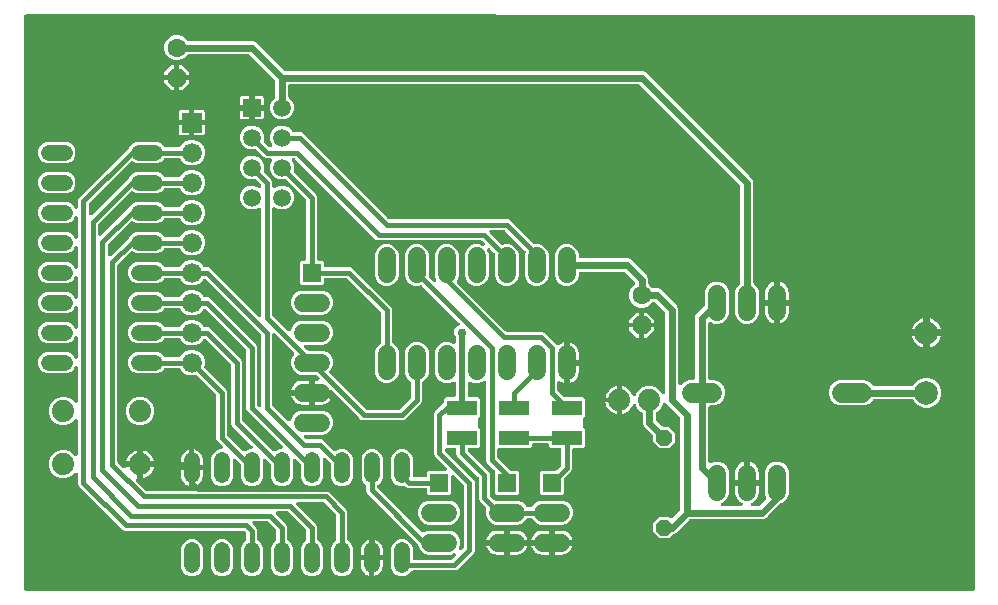
<source format=gbr>
G04 EAGLE Gerber RS-274X export*
G75*
%MOMM*%
%FSLAX34Y34*%
%LPD*%
%INTop Copper*%
%IPPOS*%
%AMOC8*
5,1,8,0,0,1.08239X$1,22.5*%
G01*
%ADD10R,1.508000X1.508000*%
%ADD11C,1.508000*%
%ADD12R,1.524000X1.524000*%
%ADD13C,1.524000*%
%ADD14C,2.000000*%
%ADD15C,1.676400*%
%ADD16P,1.732040X8X292.500000*%
%ADD17C,1.600200*%
%ADD18C,1.498600*%
%ADD19R,2.540000X1.270000*%
%ADD20R,1.676400X1.676400*%
%ADD21C,1.676400*%
%ADD22C,1.320800*%
%ADD23C,1.879600*%
%ADD24P,1.429621X8X112.500000*%
%ADD25C,0.406400*%
%ADD26P,6.598249X8X22.500000*%
%ADD27C,0.609600*%
%ADD28C,0.756400*%
%ADD29C,0.508000*%

G36*
X813842Y10164D02*
X813842Y10164D01*
X813868Y10162D01*
X814015Y10184D01*
X814162Y10201D01*
X814187Y10209D01*
X814213Y10213D01*
X814351Y10268D01*
X814490Y10318D01*
X814512Y10332D01*
X814537Y10342D01*
X814658Y10427D01*
X814783Y10507D01*
X814801Y10526D01*
X814823Y10541D01*
X814922Y10651D01*
X815025Y10758D01*
X815039Y10780D01*
X815056Y10800D01*
X815128Y10930D01*
X815204Y11057D01*
X815212Y11082D01*
X815225Y11105D01*
X815265Y11248D01*
X815310Y11389D01*
X815312Y11415D01*
X815320Y11440D01*
X815339Y11684D01*
X815339Y496317D01*
X815336Y496343D01*
X815338Y496369D01*
X815316Y496517D01*
X815299Y496664D01*
X815291Y496688D01*
X815287Y496714D01*
X815232Y496852D01*
X815182Y496992D01*
X815168Y497014D01*
X815158Y497038D01*
X815074Y497160D01*
X814993Y497285D01*
X814974Y497303D01*
X814959Y497324D01*
X814849Y497423D01*
X814742Y497527D01*
X814720Y497540D01*
X814700Y497558D01*
X814571Y497629D01*
X814443Y497706D01*
X814418Y497714D01*
X814395Y497726D01*
X814252Y497767D01*
X814111Y497812D01*
X814085Y497814D01*
X814060Y497821D01*
X813816Y497841D01*
X11684Y497938D01*
X11658Y497935D01*
X11632Y497937D01*
X11485Y497915D01*
X11338Y497898D01*
X11313Y497889D01*
X11287Y497885D01*
X11149Y497831D01*
X11010Y497781D01*
X10988Y497766D01*
X10963Y497757D01*
X10842Y497672D01*
X10717Y497592D01*
X10699Y497573D01*
X10677Y497558D01*
X10578Y497448D01*
X10475Y497341D01*
X10461Y497318D01*
X10444Y497299D01*
X10372Y497169D01*
X10296Y497042D01*
X10288Y497017D01*
X10275Y496994D01*
X10235Y496851D01*
X10190Y496710D01*
X10188Y496684D01*
X10180Y496658D01*
X10161Y496415D01*
X10161Y11684D01*
X10164Y11658D01*
X10162Y11632D01*
X10184Y11485D01*
X10201Y11338D01*
X10209Y11313D01*
X10213Y11287D01*
X10268Y11149D01*
X10318Y11010D01*
X10332Y10988D01*
X10342Y10963D01*
X10427Y10842D01*
X10507Y10717D01*
X10526Y10699D01*
X10541Y10677D01*
X10651Y10578D01*
X10758Y10475D01*
X10780Y10461D01*
X10800Y10444D01*
X10930Y10372D01*
X11057Y10296D01*
X11082Y10288D01*
X11105Y10275D01*
X11248Y10235D01*
X11389Y10190D01*
X11415Y10188D01*
X11440Y10180D01*
X11684Y10161D01*
X813816Y10161D01*
X813842Y10164D01*
G37*
%LPC*%
G36*
X201381Y22351D02*
X201381Y22351D01*
X198020Y23744D01*
X195448Y26316D01*
X194055Y29677D01*
X194055Y46523D01*
X195448Y49884D01*
X198181Y52618D01*
X198260Y52717D01*
X198344Y52811D01*
X198368Y52853D01*
X198398Y52891D01*
X198452Y53005D01*
X198513Y53116D01*
X198526Y53162D01*
X198547Y53206D01*
X198573Y53329D01*
X198608Y53451D01*
X198613Y53512D01*
X198620Y53547D01*
X198619Y53595D01*
X198627Y53695D01*
X198627Y58435D01*
X198613Y58560D01*
X198606Y58687D01*
X198593Y58733D01*
X198587Y58781D01*
X198545Y58900D01*
X198510Y59022D01*
X198486Y59064D01*
X198470Y59109D01*
X198401Y59215D01*
X198340Y59326D01*
X198300Y59372D01*
X198281Y59402D01*
X198246Y59436D01*
X198181Y59512D01*
X197180Y60513D01*
X197081Y60592D01*
X196987Y60676D01*
X196945Y60700D01*
X196907Y60730D01*
X196793Y60784D01*
X196682Y60845D01*
X196636Y60858D01*
X196592Y60879D01*
X196469Y60905D01*
X196347Y60940D01*
X196286Y60945D01*
X196251Y60952D01*
X196203Y60951D01*
X196103Y60959D01*
X95553Y60959D01*
X93872Y61655D01*
X56575Y98952D01*
X55879Y100633D01*
X55879Y108724D01*
X55868Y108824D01*
X55866Y108924D01*
X55848Y108996D01*
X55839Y109070D01*
X55806Y109165D01*
X55781Y109262D01*
X55747Y109328D01*
X55722Y109398D01*
X55667Y109483D01*
X55621Y109572D01*
X55573Y109629D01*
X55533Y109691D01*
X55461Y109761D01*
X55396Y109837D01*
X55336Y109882D01*
X55282Y109933D01*
X55196Y109985D01*
X55115Y110044D01*
X55047Y110074D01*
X54983Y110112D01*
X54887Y110143D01*
X54795Y110182D01*
X54722Y110196D01*
X54651Y110218D01*
X54551Y110226D01*
X54452Y110244D01*
X54378Y110240D01*
X54304Y110246D01*
X54204Y110231D01*
X54104Y110226D01*
X54033Y110206D01*
X53959Y110195D01*
X53866Y110158D01*
X53769Y110130D01*
X53704Y110093D01*
X53635Y110066D01*
X53553Y110009D01*
X53465Y109960D01*
X53389Y109894D01*
X53349Y109867D01*
X53325Y109840D01*
X53279Y109801D01*
X50451Y106973D01*
X46063Y105155D01*
X41313Y105155D01*
X36925Y106973D01*
X33567Y110331D01*
X31749Y114719D01*
X31749Y119469D01*
X33567Y123857D01*
X36925Y127215D01*
X41313Y129033D01*
X46063Y129033D01*
X50451Y127215D01*
X53279Y124387D01*
X53357Y124325D01*
X53430Y124255D01*
X53494Y124217D01*
X53552Y124170D01*
X53643Y124127D01*
X53729Y124076D01*
X53800Y124053D01*
X53867Y124021D01*
X53965Y124000D01*
X54061Y123970D01*
X54135Y123964D01*
X54208Y123948D01*
X54308Y123950D01*
X54408Y123942D01*
X54482Y123953D01*
X54556Y123954D01*
X54653Y123979D01*
X54753Y123993D01*
X54822Y124021D01*
X54894Y124039D01*
X54983Y124085D01*
X55077Y124122D01*
X55138Y124165D01*
X55204Y124199D01*
X55280Y124264D01*
X55363Y124321D01*
X55413Y124376D01*
X55469Y124425D01*
X55529Y124505D01*
X55596Y124580D01*
X55632Y124645D01*
X55677Y124705D01*
X55716Y124797D01*
X55765Y124885D01*
X55785Y124957D01*
X55815Y125025D01*
X55832Y125124D01*
X55860Y125220D01*
X55868Y125320D01*
X55876Y125368D01*
X55874Y125404D01*
X55879Y125464D01*
X55879Y153936D01*
X55868Y154036D01*
X55866Y154136D01*
X55848Y154208D01*
X55839Y154282D01*
X55806Y154377D01*
X55781Y154474D01*
X55747Y154540D01*
X55722Y154610D01*
X55667Y154695D01*
X55621Y154784D01*
X55573Y154841D01*
X55533Y154903D01*
X55461Y154973D01*
X55396Y155049D01*
X55336Y155094D01*
X55282Y155145D01*
X55196Y155197D01*
X55115Y155256D01*
X55047Y155286D01*
X54983Y155324D01*
X54887Y155355D01*
X54795Y155394D01*
X54722Y155408D01*
X54651Y155430D01*
X54551Y155438D01*
X54452Y155456D01*
X54378Y155452D01*
X54304Y155458D01*
X54204Y155443D01*
X54104Y155438D01*
X54033Y155418D01*
X53959Y155407D01*
X53866Y155370D01*
X53769Y155342D01*
X53704Y155305D01*
X53635Y155278D01*
X53553Y155221D01*
X53465Y155172D01*
X53389Y155106D01*
X53349Y155079D01*
X53325Y155052D01*
X53279Y155013D01*
X50451Y152185D01*
X46063Y150367D01*
X41313Y150367D01*
X36925Y152185D01*
X33567Y155543D01*
X31749Y159931D01*
X31749Y164681D01*
X33567Y169069D01*
X36925Y172427D01*
X41313Y174245D01*
X46063Y174245D01*
X50451Y172427D01*
X53279Y169599D01*
X53357Y169537D01*
X53430Y169467D01*
X53494Y169429D01*
X53552Y169382D01*
X53643Y169339D01*
X53729Y169288D01*
X53800Y169265D01*
X53867Y169233D01*
X53965Y169212D01*
X54061Y169182D01*
X54135Y169176D01*
X54208Y169160D01*
X54308Y169162D01*
X54408Y169154D01*
X54482Y169165D01*
X54556Y169166D01*
X54653Y169191D01*
X54753Y169205D01*
X54822Y169233D01*
X54894Y169251D01*
X54983Y169297D01*
X55077Y169334D01*
X55138Y169377D01*
X55204Y169411D01*
X55280Y169476D01*
X55363Y169533D01*
X55413Y169588D01*
X55469Y169637D01*
X55529Y169717D01*
X55596Y169792D01*
X55632Y169857D01*
X55677Y169917D01*
X55716Y170009D01*
X55765Y170097D01*
X55785Y170169D01*
X55815Y170237D01*
X55832Y170336D01*
X55860Y170432D01*
X55868Y170532D01*
X55876Y170580D01*
X55874Y170616D01*
X55879Y170676D01*
X55879Y198625D01*
X55874Y198675D01*
X55876Y198726D01*
X55854Y198848D01*
X55839Y198971D01*
X55822Y199019D01*
X55813Y199068D01*
X55764Y199183D01*
X55722Y199300D01*
X55695Y199342D01*
X55675Y199388D01*
X55600Y199488D01*
X55533Y199592D01*
X55497Y199627D01*
X55467Y199668D01*
X55372Y199748D01*
X55282Y199835D01*
X55239Y199860D01*
X55201Y199893D01*
X55090Y199950D01*
X54983Y200013D01*
X54935Y200029D01*
X54890Y200052D01*
X54770Y200082D01*
X54651Y200120D01*
X54601Y200124D01*
X54552Y200136D01*
X54428Y200138D01*
X54304Y200148D01*
X54254Y200140D01*
X54204Y200141D01*
X54082Y200114D01*
X53959Y200096D01*
X53912Y200077D01*
X53863Y200067D01*
X53751Y200013D01*
X53635Y199967D01*
X53594Y199938D01*
X53548Y199917D01*
X53451Y199839D01*
X53349Y199768D01*
X53315Y199731D01*
X53276Y199699D01*
X53199Y199602D01*
X53116Y199509D01*
X53091Y199465D01*
X53060Y199426D01*
X52949Y199208D01*
X52457Y198020D01*
X49884Y195448D01*
X46523Y194055D01*
X29677Y194055D01*
X26316Y195448D01*
X23744Y198020D01*
X22351Y201381D01*
X22351Y205019D01*
X23744Y208380D01*
X26316Y210952D01*
X29677Y212345D01*
X46523Y212345D01*
X49884Y210952D01*
X52457Y208380D01*
X52949Y207192D01*
X52973Y207148D01*
X52990Y207100D01*
X53058Y206996D01*
X53118Y206887D01*
X53152Y206850D01*
X53179Y206808D01*
X53269Y206721D01*
X53352Y206629D01*
X53394Y206600D01*
X53430Y206565D01*
X53537Y206502D01*
X53639Y206431D01*
X53686Y206412D01*
X53729Y206387D01*
X53847Y206349D01*
X53963Y206303D01*
X54013Y206296D01*
X54061Y206280D01*
X54185Y206270D01*
X54308Y206252D01*
X54358Y206256D01*
X54408Y206252D01*
X54531Y206271D01*
X54655Y206281D01*
X54703Y206297D01*
X54753Y206304D01*
X54868Y206350D01*
X54987Y206388D01*
X55030Y206414D01*
X55077Y206433D01*
X55179Y206504D01*
X55285Y206568D01*
X55322Y206603D01*
X55363Y206632D01*
X55446Y206724D01*
X55535Y206811D01*
X55563Y206853D01*
X55596Y206891D01*
X55656Y206999D01*
X55724Y207104D01*
X55741Y207151D01*
X55765Y207196D01*
X55799Y207315D01*
X55840Y207432D01*
X55846Y207482D01*
X55860Y207531D01*
X55879Y207775D01*
X55879Y224025D01*
X55874Y224075D01*
X55876Y224126D01*
X55854Y224248D01*
X55839Y224371D01*
X55822Y224419D01*
X55813Y224468D01*
X55764Y224583D01*
X55722Y224700D01*
X55695Y224742D01*
X55675Y224788D01*
X55600Y224888D01*
X55533Y224992D01*
X55497Y225027D01*
X55467Y225068D01*
X55372Y225148D01*
X55282Y225235D01*
X55239Y225260D01*
X55201Y225293D01*
X55090Y225350D01*
X54983Y225413D01*
X54935Y225429D01*
X54890Y225452D01*
X54770Y225482D01*
X54651Y225520D01*
X54601Y225524D01*
X54552Y225536D01*
X54428Y225538D01*
X54304Y225548D01*
X54254Y225540D01*
X54204Y225541D01*
X54082Y225514D01*
X53959Y225496D01*
X53912Y225477D01*
X53863Y225467D01*
X53751Y225413D01*
X53635Y225367D01*
X53594Y225338D01*
X53548Y225317D01*
X53451Y225239D01*
X53349Y225168D01*
X53315Y225131D01*
X53276Y225099D01*
X53199Y225002D01*
X53116Y224909D01*
X53091Y224865D01*
X53060Y224826D01*
X52949Y224608D01*
X52457Y223420D01*
X49884Y220848D01*
X46523Y219455D01*
X29677Y219455D01*
X26316Y220848D01*
X23744Y223420D01*
X22351Y226781D01*
X22351Y230419D01*
X23744Y233780D01*
X26316Y236352D01*
X29677Y237745D01*
X46523Y237745D01*
X49884Y236352D01*
X52457Y233780D01*
X52949Y232592D01*
X52973Y232548D01*
X52990Y232500D01*
X53058Y232396D01*
X53118Y232287D01*
X53152Y232250D01*
X53179Y232208D01*
X53269Y232121D01*
X53352Y232029D01*
X53394Y232000D01*
X53430Y231965D01*
X53537Y231902D01*
X53639Y231831D01*
X53686Y231812D01*
X53729Y231787D01*
X53847Y231749D01*
X53963Y231703D01*
X54013Y231696D01*
X54061Y231680D01*
X54185Y231670D01*
X54308Y231652D01*
X54358Y231656D01*
X54408Y231652D01*
X54531Y231671D01*
X54655Y231681D01*
X54703Y231697D01*
X54753Y231704D01*
X54868Y231750D01*
X54987Y231788D01*
X55030Y231814D01*
X55077Y231833D01*
X55179Y231904D01*
X55285Y231968D01*
X55322Y232003D01*
X55363Y232032D01*
X55446Y232124D01*
X55535Y232211D01*
X55563Y232253D01*
X55596Y232291D01*
X55656Y232399D01*
X55724Y232504D01*
X55741Y232551D01*
X55765Y232596D01*
X55799Y232715D01*
X55840Y232832D01*
X55846Y232882D01*
X55860Y232931D01*
X55879Y233175D01*
X55879Y249425D01*
X55874Y249475D01*
X55876Y249526D01*
X55854Y249648D01*
X55839Y249771D01*
X55822Y249819D01*
X55813Y249868D01*
X55764Y249983D01*
X55722Y250100D01*
X55695Y250142D01*
X55675Y250188D01*
X55600Y250288D01*
X55533Y250392D01*
X55497Y250427D01*
X55467Y250468D01*
X55372Y250548D01*
X55282Y250635D01*
X55239Y250660D01*
X55201Y250693D01*
X55090Y250750D01*
X54983Y250813D01*
X54935Y250829D01*
X54890Y250852D01*
X54770Y250882D01*
X54651Y250920D01*
X54601Y250924D01*
X54552Y250936D01*
X54428Y250938D01*
X54304Y250948D01*
X54254Y250940D01*
X54204Y250941D01*
X54082Y250914D01*
X53959Y250896D01*
X53912Y250877D01*
X53863Y250867D01*
X53751Y250813D01*
X53635Y250767D01*
X53594Y250738D01*
X53548Y250717D01*
X53451Y250639D01*
X53349Y250568D01*
X53315Y250531D01*
X53276Y250499D01*
X53199Y250402D01*
X53116Y250309D01*
X53091Y250265D01*
X53060Y250226D01*
X52949Y250008D01*
X52457Y248820D01*
X49884Y246248D01*
X46523Y244855D01*
X29677Y244855D01*
X26316Y246248D01*
X23744Y248820D01*
X22351Y252181D01*
X22351Y255819D01*
X23744Y259180D01*
X26316Y261752D01*
X29677Y263145D01*
X46523Y263145D01*
X49884Y261752D01*
X52457Y259180D01*
X52949Y257992D01*
X52973Y257948D01*
X52990Y257900D01*
X53058Y257796D01*
X53118Y257687D01*
X53152Y257650D01*
X53179Y257608D01*
X53269Y257521D01*
X53352Y257429D01*
X53394Y257400D01*
X53430Y257365D01*
X53537Y257302D01*
X53639Y257231D01*
X53686Y257212D01*
X53729Y257187D01*
X53847Y257149D01*
X53963Y257103D01*
X54013Y257096D01*
X54061Y257080D01*
X54185Y257070D01*
X54308Y257052D01*
X54358Y257056D01*
X54408Y257052D01*
X54531Y257071D01*
X54655Y257081D01*
X54703Y257097D01*
X54753Y257104D01*
X54868Y257150D01*
X54987Y257188D01*
X55030Y257214D01*
X55077Y257233D01*
X55179Y257304D01*
X55285Y257368D01*
X55322Y257403D01*
X55363Y257432D01*
X55446Y257524D01*
X55535Y257611D01*
X55563Y257653D01*
X55596Y257691D01*
X55656Y257799D01*
X55724Y257904D01*
X55741Y257951D01*
X55765Y257996D01*
X55799Y258115D01*
X55840Y258232D01*
X55846Y258282D01*
X55860Y258331D01*
X55879Y258575D01*
X55879Y274825D01*
X55874Y274875D01*
X55876Y274926D01*
X55854Y275048D01*
X55839Y275172D01*
X55822Y275219D01*
X55813Y275268D01*
X55764Y275382D01*
X55722Y275500D01*
X55695Y275542D01*
X55674Y275588D01*
X55600Y275688D01*
X55533Y275792D01*
X55497Y275827D01*
X55467Y275868D01*
X55372Y275948D01*
X55282Y276035D01*
X55239Y276060D01*
X55201Y276093D01*
X55090Y276150D01*
X54983Y276213D01*
X54935Y276229D01*
X54890Y276252D01*
X54770Y276282D01*
X54651Y276320D01*
X54601Y276324D01*
X54552Y276336D01*
X54428Y276338D01*
X54304Y276348D01*
X54254Y276340D01*
X54204Y276341D01*
X54082Y276314D01*
X53959Y276296D01*
X53912Y276277D01*
X53863Y276267D01*
X53751Y276213D01*
X53635Y276167D01*
X53594Y276139D01*
X53548Y276117D01*
X53451Y276039D01*
X53349Y275968D01*
X53316Y275931D01*
X53276Y275900D01*
X53199Y275802D01*
X53116Y275710D01*
X53091Y275665D01*
X53060Y275626D01*
X52949Y275408D01*
X52457Y274220D01*
X49884Y271648D01*
X46523Y270255D01*
X29677Y270255D01*
X26316Y271648D01*
X23744Y274220D01*
X22351Y277581D01*
X22351Y281219D01*
X23744Y284580D01*
X26316Y287152D01*
X29677Y288545D01*
X46523Y288545D01*
X49884Y287152D01*
X52457Y284580D01*
X52949Y283392D01*
X52973Y283348D01*
X52990Y283300D01*
X53058Y283196D01*
X53118Y283087D01*
X53152Y283050D01*
X53179Y283008D01*
X53269Y282921D01*
X53352Y282829D01*
X53394Y282800D01*
X53430Y282765D01*
X53537Y282702D01*
X53639Y282631D01*
X53686Y282612D01*
X53729Y282587D01*
X53847Y282549D01*
X53963Y282503D01*
X54013Y282496D01*
X54061Y282480D01*
X54185Y282470D01*
X54308Y282452D01*
X54358Y282456D01*
X54408Y282452D01*
X54531Y282471D01*
X54655Y282481D01*
X54703Y282497D01*
X54753Y282504D01*
X54869Y282550D01*
X54987Y282588D01*
X55030Y282614D01*
X55077Y282633D01*
X55179Y282704D01*
X55285Y282768D01*
X55322Y282803D01*
X55363Y282832D01*
X55446Y282924D01*
X55535Y283011D01*
X55563Y283053D01*
X55596Y283090D01*
X55656Y283199D01*
X55724Y283304D01*
X55741Y283352D01*
X55765Y283396D01*
X55799Y283515D01*
X55840Y283632D01*
X55846Y283682D01*
X55860Y283731D01*
X55879Y283975D01*
X55879Y300225D01*
X55874Y300275D01*
X55876Y300326D01*
X55854Y300448D01*
X55839Y300571D01*
X55822Y300619D01*
X55813Y300668D01*
X55764Y300783D01*
X55722Y300900D01*
X55695Y300942D01*
X55675Y300988D01*
X55600Y301088D01*
X55533Y301192D01*
X55497Y301227D01*
X55467Y301268D01*
X55372Y301348D01*
X55282Y301435D01*
X55239Y301460D01*
X55201Y301493D01*
X55090Y301550D01*
X54983Y301613D01*
X54935Y301629D01*
X54890Y301652D01*
X54770Y301682D01*
X54651Y301720D01*
X54601Y301724D01*
X54552Y301736D01*
X54428Y301738D01*
X54304Y301748D01*
X54254Y301740D01*
X54204Y301741D01*
X54082Y301714D01*
X53959Y301696D01*
X53912Y301677D01*
X53863Y301667D01*
X53751Y301613D01*
X53635Y301567D01*
X53594Y301538D01*
X53548Y301517D01*
X53451Y301439D01*
X53349Y301368D01*
X53315Y301331D01*
X53276Y301299D01*
X53199Y301202D01*
X53116Y301109D01*
X53091Y301065D01*
X53060Y301026D01*
X52949Y300808D01*
X52457Y299620D01*
X49884Y297048D01*
X46523Y295655D01*
X29677Y295655D01*
X26316Y297048D01*
X23744Y299620D01*
X22351Y302981D01*
X22351Y306619D01*
X23744Y309980D01*
X26316Y312552D01*
X29677Y313945D01*
X46523Y313945D01*
X49884Y312552D01*
X52457Y309980D01*
X52949Y308792D01*
X52973Y308748D01*
X52990Y308700D01*
X53058Y308596D01*
X53118Y308487D01*
X53152Y308450D01*
X53179Y308408D01*
X53269Y308321D01*
X53352Y308229D01*
X53394Y308200D01*
X53430Y308165D01*
X53537Y308102D01*
X53639Y308031D01*
X53686Y308012D01*
X53729Y307987D01*
X53847Y307949D01*
X53963Y307903D01*
X54013Y307896D01*
X54061Y307880D01*
X54185Y307870D01*
X54308Y307852D01*
X54358Y307856D01*
X54408Y307852D01*
X54531Y307871D01*
X54655Y307881D01*
X54703Y307897D01*
X54753Y307904D01*
X54868Y307950D01*
X54987Y307988D01*
X55030Y308014D01*
X55077Y308033D01*
X55179Y308104D01*
X55285Y308168D01*
X55322Y308203D01*
X55363Y308232D01*
X55446Y308324D01*
X55535Y308411D01*
X55563Y308453D01*
X55596Y308491D01*
X55656Y308599D01*
X55724Y308704D01*
X55741Y308751D01*
X55765Y308796D01*
X55799Y308915D01*
X55840Y309032D01*
X55846Y309082D01*
X55860Y309131D01*
X55879Y309375D01*
X55879Y325625D01*
X55874Y325675D01*
X55876Y325726D01*
X55854Y325848D01*
X55839Y325971D01*
X55822Y326019D01*
X55813Y326068D01*
X55764Y326183D01*
X55722Y326300D01*
X55695Y326342D01*
X55675Y326388D01*
X55600Y326488D01*
X55533Y326592D01*
X55497Y326627D01*
X55467Y326668D01*
X55372Y326748D01*
X55282Y326835D01*
X55239Y326860D01*
X55201Y326893D01*
X55090Y326950D01*
X54983Y327013D01*
X54935Y327029D01*
X54890Y327052D01*
X54770Y327082D01*
X54651Y327120D01*
X54601Y327124D01*
X54552Y327136D01*
X54428Y327138D01*
X54304Y327148D01*
X54254Y327140D01*
X54204Y327141D01*
X54082Y327114D01*
X53959Y327096D01*
X53912Y327077D01*
X53863Y327067D01*
X53751Y327013D01*
X53635Y326967D01*
X53594Y326938D01*
X53548Y326917D01*
X53451Y326839D01*
X53349Y326768D01*
X53315Y326731D01*
X53276Y326699D01*
X53199Y326602D01*
X53116Y326509D01*
X53091Y326465D01*
X53060Y326426D01*
X52949Y326208D01*
X52457Y325020D01*
X49884Y322448D01*
X46523Y321055D01*
X29677Y321055D01*
X26316Y322448D01*
X23744Y325020D01*
X22351Y328381D01*
X22351Y332019D01*
X23744Y335380D01*
X26316Y337952D01*
X29677Y339345D01*
X46523Y339345D01*
X49884Y337952D01*
X52457Y335380D01*
X52949Y334192D01*
X52973Y334148D01*
X52990Y334100D01*
X53058Y333996D01*
X53118Y333887D01*
X53152Y333850D01*
X53179Y333808D01*
X53269Y333721D01*
X53352Y333629D01*
X53394Y333600D01*
X53430Y333565D01*
X53537Y333502D01*
X53639Y333431D01*
X53686Y333412D01*
X53729Y333387D01*
X53847Y333349D01*
X53963Y333303D01*
X54013Y333296D01*
X54061Y333280D01*
X54185Y333270D01*
X54308Y333252D01*
X54358Y333256D01*
X54408Y333252D01*
X54531Y333271D01*
X54655Y333281D01*
X54703Y333297D01*
X54753Y333304D01*
X54868Y333350D01*
X54987Y333388D01*
X55030Y333414D01*
X55077Y333433D01*
X55179Y333504D01*
X55285Y333568D01*
X55322Y333603D01*
X55363Y333632D01*
X55446Y333724D01*
X55535Y333811D01*
X55563Y333853D01*
X55596Y333891D01*
X55656Y333999D01*
X55724Y334104D01*
X55741Y334151D01*
X55765Y334196D01*
X55799Y334315D01*
X55840Y334432D01*
X55846Y334482D01*
X55860Y334531D01*
X55879Y334775D01*
X55879Y340762D01*
X56575Y342442D01*
X99039Y384906D01*
X99127Y384948D01*
X99164Y384978D01*
X99207Y385001D01*
X99300Y385086D01*
X99399Y385165D01*
X99429Y385203D01*
X99465Y385235D01*
X99537Y385339D01*
X99615Y385439D01*
X99643Y385493D01*
X99663Y385522D01*
X99681Y385567D01*
X99727Y385656D01*
X99943Y386180D01*
X102516Y388752D01*
X105877Y390145D01*
X122723Y390145D01*
X126084Y388752D01*
X128818Y386019D01*
X128917Y385940D01*
X129011Y385856D01*
X129053Y385832D01*
X129091Y385802D01*
X129205Y385748D01*
X129316Y385687D01*
X129362Y385674D01*
X129406Y385653D01*
X129529Y385627D01*
X129651Y385592D01*
X129712Y385587D01*
X129747Y385580D01*
X129795Y385581D01*
X129895Y385573D01*
X141454Y385573D01*
X141529Y385581D01*
X141606Y385580D01*
X141702Y385601D01*
X141800Y385613D01*
X141872Y385638D01*
X141946Y385655D01*
X142035Y385697D01*
X142128Y385730D01*
X142192Y385772D01*
X142261Y385804D01*
X142338Y385866D01*
X142421Y385919D01*
X142474Y385974D01*
X142534Y386022D01*
X142594Y386099D01*
X142663Y386170D01*
X142702Y386235D01*
X142749Y386295D01*
X142818Y386428D01*
X142842Y386469D01*
X142848Y386487D01*
X142861Y386513D01*
X143140Y387187D01*
X146213Y390260D01*
X150227Y391923D01*
X154573Y391923D01*
X158587Y390260D01*
X161660Y387187D01*
X163323Y383173D01*
X163323Y378827D01*
X161660Y374813D01*
X158587Y371740D01*
X154573Y370077D01*
X150227Y370077D01*
X146213Y371740D01*
X143140Y374813D01*
X142861Y375487D01*
X142824Y375554D01*
X142796Y375625D01*
X142739Y375706D01*
X142692Y375792D01*
X142640Y375848D01*
X142597Y375911D01*
X142524Y375977D01*
X142457Y376050D01*
X142395Y376093D01*
X142338Y376144D01*
X142252Y376192D01*
X142171Y376248D01*
X142100Y376276D01*
X142033Y376313D01*
X141938Y376340D01*
X141847Y376376D01*
X141771Y376387D01*
X141697Y376408D01*
X141549Y376420D01*
X141502Y376427D01*
X141483Y376425D01*
X141454Y376427D01*
X129895Y376427D01*
X129769Y376413D01*
X129643Y376406D01*
X129597Y376393D01*
X129549Y376387D01*
X129430Y376345D01*
X129308Y376310D01*
X129266Y376286D01*
X129221Y376270D01*
X129114Y376201D01*
X129004Y376140D01*
X128958Y376100D01*
X128928Y376081D01*
X128894Y376046D01*
X128818Y375981D01*
X126084Y373248D01*
X122723Y371855D01*
X105877Y371855D01*
X102516Y373247D01*
X102492Y373271D01*
X102472Y373287D01*
X102455Y373307D01*
X102336Y373396D01*
X102219Y373488D01*
X102195Y373499D01*
X102174Y373515D01*
X102038Y373573D01*
X101904Y373637D01*
X101878Y373642D01*
X101854Y373653D01*
X101708Y373679D01*
X101564Y373710D01*
X101537Y373710D01*
X101511Y373714D01*
X101363Y373707D01*
X101215Y373704D01*
X101189Y373698D01*
X101163Y373696D01*
X101021Y373655D01*
X100877Y373619D01*
X100854Y373607D01*
X100828Y373600D01*
X100699Y373528D01*
X100567Y373460D01*
X100547Y373443D01*
X100524Y373430D01*
X100338Y373271D01*
X65471Y338404D01*
X65392Y338305D01*
X65308Y338211D01*
X65284Y338169D01*
X65254Y338131D01*
X65200Y338017D01*
X65139Y337906D01*
X65126Y337860D01*
X65105Y337816D01*
X65079Y337693D01*
X65044Y337571D01*
X65039Y337510D01*
X65032Y337475D01*
X65033Y337427D01*
X65025Y337327D01*
X65025Y329169D01*
X65036Y329069D01*
X65038Y328969D01*
X65056Y328897D01*
X65065Y328823D01*
X65098Y328728D01*
X65123Y328631D01*
X65157Y328565D01*
X65182Y328495D01*
X65237Y328410D01*
X65283Y328321D01*
X65331Y328264D01*
X65371Y328202D01*
X65443Y328132D01*
X65508Y328056D01*
X65568Y328011D01*
X65622Y327960D01*
X65708Y327908D01*
X65789Y327848D01*
X65857Y327819D01*
X65921Y327781D01*
X66017Y327750D01*
X66109Y327710D01*
X66182Y327697D01*
X66253Y327675D01*
X66353Y327667D01*
X66452Y327649D01*
X66526Y327653D01*
X66600Y327647D01*
X66700Y327662D01*
X66800Y327667D01*
X66871Y327687D01*
X66945Y327698D01*
X67038Y327735D01*
X67135Y327763D01*
X67200Y327800D01*
X67269Y327827D01*
X67351Y327884D01*
X67439Y327933D01*
X67515Y327999D01*
X67555Y328026D01*
X67579Y328052D01*
X67625Y328092D01*
X99039Y359506D01*
X99127Y359548D01*
X99164Y359578D01*
X99207Y359601D01*
X99300Y359686D01*
X99399Y359765D01*
X99429Y359803D01*
X99465Y359835D01*
X99537Y359939D01*
X99615Y360039D01*
X99643Y360093D01*
X99663Y360122D01*
X99681Y360167D01*
X99727Y360256D01*
X99943Y360780D01*
X102516Y363352D01*
X105877Y364745D01*
X122723Y364745D01*
X126084Y363353D01*
X128818Y360619D01*
X128917Y360540D01*
X129011Y360456D01*
X129053Y360432D01*
X129091Y360402D01*
X129205Y360348D01*
X129316Y360287D01*
X129362Y360274D01*
X129406Y360253D01*
X129529Y360227D01*
X129651Y360192D01*
X129712Y360187D01*
X129746Y360180D01*
X129795Y360181D01*
X129895Y360173D01*
X141454Y360173D01*
X141529Y360181D01*
X141606Y360180D01*
X141702Y360201D01*
X141800Y360213D01*
X141872Y360238D01*
X141946Y360255D01*
X142035Y360297D01*
X142128Y360330D01*
X142192Y360372D01*
X142261Y360404D01*
X142338Y360466D01*
X142421Y360519D01*
X142474Y360574D01*
X142534Y360622D01*
X142594Y360699D01*
X142663Y360770D01*
X142702Y360835D01*
X142749Y360895D01*
X142818Y361028D01*
X142842Y361069D01*
X142848Y361087D01*
X142861Y361113D01*
X143140Y361787D01*
X146213Y364860D01*
X150227Y366523D01*
X154573Y366523D01*
X158587Y364860D01*
X161660Y361787D01*
X163323Y357773D01*
X163323Y353427D01*
X161660Y349413D01*
X158587Y346340D01*
X154573Y344677D01*
X150227Y344677D01*
X146213Y346340D01*
X143140Y349413D01*
X142861Y350087D01*
X142824Y350154D01*
X142796Y350225D01*
X142739Y350306D01*
X142692Y350392D01*
X142640Y350448D01*
X142597Y350511D01*
X142524Y350577D01*
X142457Y350650D01*
X142395Y350693D01*
X142338Y350744D01*
X142252Y350792D01*
X142171Y350848D01*
X142100Y350876D01*
X142033Y350913D01*
X141938Y350940D01*
X141847Y350976D01*
X141771Y350987D01*
X141697Y351008D01*
X141549Y351020D01*
X141502Y351027D01*
X141483Y351025D01*
X141454Y351027D01*
X129895Y351027D01*
X129769Y351013D01*
X129643Y351006D01*
X129597Y350993D01*
X129549Y350987D01*
X129430Y350945D01*
X129308Y350910D01*
X129266Y350886D01*
X129220Y350870D01*
X129114Y350801D01*
X129004Y350740D01*
X128958Y350700D01*
X128928Y350681D01*
X128894Y350646D01*
X128818Y350581D01*
X126084Y347847D01*
X122723Y346455D01*
X105877Y346455D01*
X102516Y347847D01*
X102492Y347871D01*
X102472Y347887D01*
X102455Y347907D01*
X102336Y347996D01*
X102219Y348088D01*
X102195Y348099D01*
X102174Y348115D01*
X102038Y348173D01*
X101904Y348237D01*
X101878Y348242D01*
X101854Y348253D01*
X101708Y348279D01*
X101564Y348310D01*
X101537Y348310D01*
X101511Y348314D01*
X101363Y348307D01*
X101215Y348304D01*
X101189Y348298D01*
X101163Y348296D01*
X101021Y348255D01*
X100877Y348219D01*
X100854Y348207D01*
X100828Y348200D01*
X100699Y348128D01*
X100567Y348060D01*
X100547Y348043D01*
X100524Y348030D01*
X100338Y347871D01*
X73599Y321132D01*
X73520Y321033D01*
X73436Y320939D01*
X73412Y320897D01*
X73382Y320859D01*
X73328Y320745D01*
X73267Y320634D01*
X73254Y320588D01*
X73233Y320544D01*
X73207Y320421D01*
X73172Y320299D01*
X73167Y320238D01*
X73160Y320203D01*
X73161Y320155D01*
X73153Y320055D01*
X73153Y311897D01*
X73164Y311797D01*
X73166Y311697D01*
X73184Y311625D01*
X73193Y311551D01*
X73226Y311456D01*
X73251Y311359D01*
X73285Y311293D01*
X73310Y311223D01*
X73365Y311138D01*
X73411Y311049D01*
X73459Y310992D01*
X73499Y310930D01*
X73571Y310860D01*
X73636Y310784D01*
X73696Y310739D01*
X73750Y310688D01*
X73836Y310636D01*
X73917Y310576D01*
X73985Y310547D01*
X74049Y310509D01*
X74145Y310478D01*
X74237Y310438D01*
X74310Y310425D01*
X74381Y310403D01*
X74481Y310395D01*
X74580Y310377D01*
X74654Y310381D01*
X74728Y310375D01*
X74828Y310390D01*
X74928Y310395D01*
X74999Y310415D01*
X75073Y310426D01*
X75166Y310463D01*
X75263Y310491D01*
X75328Y310528D01*
X75397Y310555D01*
X75479Y310612D01*
X75567Y310661D01*
X75643Y310727D01*
X75683Y310754D01*
X75707Y310780D01*
X75753Y310820D01*
X99039Y334106D01*
X99127Y334148D01*
X99164Y334178D01*
X99207Y334201D01*
X99300Y334286D01*
X99399Y334365D01*
X99429Y334403D01*
X99465Y334435D01*
X99537Y334539D01*
X99615Y334639D01*
X99643Y334693D01*
X99663Y334722D01*
X99681Y334767D01*
X99727Y334856D01*
X99943Y335380D01*
X102516Y337952D01*
X105877Y339345D01*
X122723Y339345D01*
X126084Y337953D01*
X128818Y335219D01*
X128917Y335140D01*
X129011Y335056D01*
X129053Y335032D01*
X129091Y335002D01*
X129205Y334948D01*
X129316Y334887D01*
X129362Y334874D01*
X129406Y334853D01*
X129529Y334827D01*
X129651Y334792D01*
X129712Y334787D01*
X129746Y334780D01*
X129795Y334781D01*
X129895Y334773D01*
X141454Y334773D01*
X141529Y334781D01*
X141606Y334780D01*
X141702Y334801D01*
X141800Y334813D01*
X141872Y334838D01*
X141946Y334855D01*
X142035Y334897D01*
X142128Y334930D01*
X142192Y334972D01*
X142261Y335004D01*
X142338Y335066D01*
X142421Y335119D01*
X142474Y335174D01*
X142534Y335222D01*
X142594Y335299D01*
X142663Y335370D01*
X142702Y335435D01*
X142749Y335495D01*
X142818Y335628D01*
X142842Y335669D01*
X142848Y335687D01*
X142861Y335713D01*
X143140Y336387D01*
X146213Y339460D01*
X150227Y341123D01*
X154573Y341123D01*
X158587Y339460D01*
X161660Y336387D01*
X163323Y332373D01*
X163323Y328027D01*
X161660Y324013D01*
X158587Y320940D01*
X154573Y319277D01*
X150227Y319277D01*
X146213Y320940D01*
X143140Y324013D01*
X142861Y324687D01*
X142824Y324754D01*
X142796Y324825D01*
X142739Y324906D01*
X142692Y324992D01*
X142640Y325048D01*
X142597Y325111D01*
X142524Y325177D01*
X142457Y325250D01*
X142395Y325293D01*
X142338Y325344D01*
X142252Y325392D01*
X142171Y325448D01*
X142100Y325476D01*
X142033Y325513D01*
X141938Y325540D01*
X141847Y325576D01*
X141771Y325587D01*
X141697Y325608D01*
X141549Y325620D01*
X141502Y325627D01*
X141483Y325625D01*
X141454Y325627D01*
X129895Y325627D01*
X129769Y325613D01*
X129643Y325606D01*
X129597Y325593D01*
X129549Y325587D01*
X129430Y325545D01*
X129308Y325510D01*
X129266Y325486D01*
X129220Y325470D01*
X129114Y325401D01*
X129004Y325340D01*
X128958Y325300D01*
X128928Y325281D01*
X128894Y325246D01*
X128818Y325181D01*
X126084Y322447D01*
X122723Y321055D01*
X105877Y321055D01*
X102516Y322447D01*
X102492Y322471D01*
X102472Y322487D01*
X102455Y322507D01*
X102336Y322596D01*
X102219Y322688D01*
X102195Y322699D01*
X102174Y322715D01*
X102038Y322773D01*
X101904Y322837D01*
X101878Y322842D01*
X101854Y322853D01*
X101708Y322879D01*
X101564Y322910D01*
X101537Y322910D01*
X101511Y322914D01*
X101363Y322907D01*
X101215Y322904D01*
X101189Y322898D01*
X101163Y322896D01*
X101021Y322855D01*
X100877Y322819D01*
X100854Y322807D01*
X100828Y322800D01*
X100699Y322728D01*
X100567Y322660D01*
X100547Y322643D01*
X100524Y322630D01*
X100338Y322471D01*
X81727Y303860D01*
X81648Y303761D01*
X81564Y303667D01*
X81540Y303625D01*
X81510Y303587D01*
X81456Y303473D01*
X81395Y303362D01*
X81382Y303316D01*
X81361Y303272D01*
X81335Y303149D01*
X81300Y303027D01*
X81295Y302966D01*
X81288Y302931D01*
X81289Y302883D01*
X81281Y302783D01*
X81281Y294625D01*
X81292Y294525D01*
X81294Y294425D01*
X81312Y294353D01*
X81321Y294279D01*
X81354Y294184D01*
X81379Y294087D01*
X81413Y294021D01*
X81438Y293951D01*
X81493Y293866D01*
X81539Y293777D01*
X81587Y293720D01*
X81627Y293658D01*
X81699Y293588D01*
X81764Y293512D01*
X81824Y293467D01*
X81878Y293416D01*
X81964Y293364D01*
X82045Y293304D01*
X82113Y293275D01*
X82177Y293237D01*
X82273Y293206D01*
X82365Y293166D01*
X82438Y293153D01*
X82509Y293131D01*
X82609Y293123D01*
X82708Y293105D01*
X82782Y293109D01*
X82856Y293103D01*
X82956Y293118D01*
X83056Y293123D01*
X83127Y293143D01*
X83201Y293154D01*
X83294Y293191D01*
X83391Y293219D01*
X83456Y293256D01*
X83525Y293283D01*
X83607Y293340D01*
X83695Y293389D01*
X83771Y293455D01*
X83811Y293482D01*
X83835Y293508D01*
X83881Y293548D01*
X99039Y308706D01*
X99127Y308748D01*
X99164Y308778D01*
X99207Y308801D01*
X99300Y308886D01*
X99399Y308965D01*
X99429Y309003D01*
X99465Y309035D01*
X99537Y309139D01*
X99615Y309239D01*
X99643Y309293D01*
X99663Y309322D01*
X99681Y309367D01*
X99727Y309456D01*
X99943Y309980D01*
X102516Y312552D01*
X105877Y313945D01*
X122723Y313945D01*
X126084Y312553D01*
X128818Y309819D01*
X128917Y309740D01*
X129011Y309656D01*
X129053Y309632D01*
X129091Y309602D01*
X129205Y309548D01*
X129316Y309487D01*
X129362Y309474D01*
X129406Y309453D01*
X129529Y309427D01*
X129651Y309392D01*
X129712Y309387D01*
X129746Y309380D01*
X129795Y309381D01*
X129895Y309373D01*
X141454Y309373D01*
X141529Y309381D01*
X141606Y309380D01*
X141702Y309401D01*
X141800Y309413D01*
X141872Y309438D01*
X141946Y309455D01*
X142035Y309497D01*
X142128Y309530D01*
X142192Y309572D01*
X142261Y309604D01*
X142338Y309666D01*
X142421Y309719D01*
X142474Y309774D01*
X142534Y309822D01*
X142594Y309899D01*
X142663Y309970D01*
X142702Y310035D01*
X142749Y310095D01*
X142818Y310228D01*
X142842Y310269D01*
X142848Y310287D01*
X142861Y310313D01*
X143140Y310987D01*
X146213Y314060D01*
X150227Y315723D01*
X154573Y315723D01*
X158587Y314060D01*
X161660Y310987D01*
X163323Y306973D01*
X163323Y302627D01*
X161660Y298613D01*
X158587Y295540D01*
X154573Y293877D01*
X150227Y293877D01*
X146213Y295540D01*
X143140Y298613D01*
X142861Y299287D01*
X142824Y299354D01*
X142796Y299425D01*
X142739Y299506D01*
X142692Y299592D01*
X142640Y299648D01*
X142597Y299711D01*
X142524Y299777D01*
X142457Y299850D01*
X142395Y299893D01*
X142338Y299944D01*
X142252Y299992D01*
X142171Y300048D01*
X142100Y300076D01*
X142033Y300113D01*
X141938Y300140D01*
X141847Y300176D01*
X141771Y300187D01*
X141697Y300208D01*
X141549Y300220D01*
X141502Y300227D01*
X141483Y300225D01*
X141454Y300227D01*
X129895Y300227D01*
X129769Y300213D01*
X129643Y300206D01*
X129597Y300193D01*
X129549Y300187D01*
X129430Y300145D01*
X129308Y300110D01*
X129266Y300086D01*
X129220Y300070D01*
X129114Y300001D01*
X129004Y299940D01*
X128958Y299900D01*
X128928Y299881D01*
X128894Y299846D01*
X128818Y299781D01*
X126084Y297047D01*
X122723Y295655D01*
X105877Y295655D01*
X102516Y297047D01*
X102492Y297071D01*
X102472Y297087D01*
X102455Y297107D01*
X102336Y297196D01*
X102219Y297288D01*
X102195Y297299D01*
X102174Y297315D01*
X102038Y297373D01*
X101904Y297437D01*
X101878Y297442D01*
X101854Y297453D01*
X101708Y297479D01*
X101564Y297510D01*
X101537Y297510D01*
X101511Y297514D01*
X101363Y297507D01*
X101215Y297504D01*
X101189Y297498D01*
X101163Y297496D01*
X101021Y297455D01*
X100877Y297419D01*
X100854Y297407D01*
X100828Y297400D01*
X100699Y297328D01*
X100567Y297260D01*
X100547Y297243D01*
X100524Y297230D01*
X100338Y297071D01*
X89855Y286588D01*
X89776Y286489D01*
X89692Y286395D01*
X89668Y286353D01*
X89638Y286315D01*
X89584Y286201D01*
X89523Y286090D01*
X89510Y286044D01*
X89489Y286000D01*
X89463Y285877D01*
X89428Y285755D01*
X89423Y285694D01*
X89416Y285659D01*
X89417Y285611D01*
X89409Y285511D01*
X89409Y119365D01*
X89423Y119239D01*
X89430Y119113D01*
X89443Y119067D01*
X89449Y119019D01*
X89491Y118900D01*
X89526Y118778D01*
X89550Y118736D01*
X89566Y118691D01*
X89635Y118584D01*
X89696Y118474D01*
X89736Y118428D01*
X89755Y118398D01*
X89790Y118364D01*
X89855Y118288D01*
X94359Y113784D01*
X94394Y113756D01*
X94425Y113722D01*
X94531Y113648D01*
X94632Y113567D01*
X94673Y113548D01*
X94710Y113522D01*
X94830Y113474D01*
X94947Y113419D01*
X94991Y113409D01*
X95034Y113392D01*
X95162Y113372D01*
X95288Y113345D01*
X95333Y113346D01*
X95378Y113339D01*
X95507Y113349D01*
X95636Y113351D01*
X95680Y113362D01*
X95726Y113366D01*
X95849Y113405D01*
X95974Y113436D01*
X96014Y113457D01*
X96058Y113471D01*
X96169Y113537D01*
X96284Y113596D01*
X96319Y113625D01*
X96358Y113648D01*
X96451Y113738D01*
X96549Y113822D01*
X96576Y113858D01*
X96609Y113890D01*
X96680Y113998D01*
X96756Y114102D01*
X96774Y114144D01*
X96799Y114182D01*
X96843Y114303D01*
X96894Y114422D01*
X96902Y114467D01*
X96918Y114509D01*
X96923Y114555D01*
X106173Y114555D01*
X106173Y105301D01*
X106154Y105296D01*
X106027Y105272D01*
X105985Y105254D01*
X105941Y105243D01*
X105826Y105184D01*
X105708Y105132D01*
X105672Y105104D01*
X105631Y105083D01*
X105533Y105000D01*
X105430Y104922D01*
X105400Y104887D01*
X105366Y104857D01*
X105289Y104754D01*
X105206Y104654D01*
X105186Y104614D01*
X105159Y104577D01*
X105107Y104459D01*
X105049Y104343D01*
X105039Y104299D01*
X105021Y104257D01*
X104998Y104130D01*
X104967Y104004D01*
X104967Y103959D01*
X104959Y103914D01*
X104966Y103785D01*
X104965Y103656D01*
X104975Y103611D01*
X104977Y103566D01*
X105013Y103442D01*
X105041Y103316D01*
X105061Y103275D01*
X105073Y103231D01*
X105136Y103118D01*
X105193Y103002D01*
X105221Y102967D01*
X105244Y102927D01*
X105402Y102741D01*
X113208Y94935D01*
X113307Y94856D01*
X113401Y94772D01*
X113443Y94748D01*
X113481Y94718D01*
X113595Y94664D01*
X113706Y94603D01*
X113752Y94590D01*
X113796Y94569D01*
X113919Y94543D01*
X114041Y94508D01*
X114102Y94503D01*
X114137Y94496D01*
X114185Y94497D01*
X114285Y94489D01*
X266594Y94489D01*
X268274Y93793D01*
X283277Y78790D01*
X283973Y77110D01*
X283973Y53695D01*
X283987Y53569D01*
X283994Y53443D01*
X284007Y53397D01*
X284013Y53349D01*
X284055Y53230D01*
X284090Y53108D01*
X284114Y53066D01*
X284130Y53021D01*
X284199Y52914D01*
X284260Y52804D01*
X284300Y52758D01*
X284319Y52728D01*
X284354Y52694D01*
X284419Y52618D01*
X287152Y49884D01*
X288545Y46523D01*
X288545Y29677D01*
X287152Y26316D01*
X284580Y23744D01*
X281219Y22351D01*
X277581Y22351D01*
X274220Y23744D01*
X271648Y26316D01*
X270255Y29677D01*
X270255Y46523D01*
X271648Y49884D01*
X274381Y52618D01*
X274460Y52717D01*
X274544Y52811D01*
X274568Y52853D01*
X274598Y52891D01*
X274652Y53005D01*
X274713Y53116D01*
X274726Y53162D01*
X274747Y53206D01*
X274773Y53329D01*
X274808Y53451D01*
X274813Y53512D01*
X274820Y53547D01*
X274819Y53595D01*
X274827Y53695D01*
X274827Y73675D01*
X274813Y73801D01*
X274806Y73927D01*
X274793Y73973D01*
X274787Y74021D01*
X274745Y74140D01*
X274710Y74262D01*
X274686Y74304D01*
X274670Y74349D01*
X274601Y74456D01*
X274540Y74566D01*
X274500Y74612D01*
X274481Y74642D01*
X274446Y74676D01*
X274381Y74752D01*
X264236Y84897D01*
X264137Y84976D01*
X264043Y85060D01*
X264001Y85084D01*
X263963Y85114D01*
X263849Y85168D01*
X263738Y85229D01*
X263692Y85242D01*
X263648Y85263D01*
X263525Y85289D01*
X263403Y85324D01*
X263342Y85329D01*
X263307Y85336D01*
X263259Y85335D01*
X263159Y85343D01*
X242301Y85343D01*
X242201Y85332D01*
X242101Y85330D01*
X242029Y85312D01*
X241955Y85303D01*
X241860Y85270D01*
X241763Y85245D01*
X241697Y85211D01*
X241627Y85186D01*
X241542Y85131D01*
X241453Y85085D01*
X241396Y85037D01*
X241334Y84997D01*
X241264Y84925D01*
X241188Y84860D01*
X241143Y84800D01*
X241092Y84746D01*
X241040Y84660D01*
X240980Y84579D01*
X240951Y84511D01*
X240913Y84447D01*
X240882Y84351D01*
X240842Y84259D01*
X240829Y84186D01*
X240807Y84115D01*
X240799Y84015D01*
X240781Y83916D01*
X240785Y83842D01*
X240779Y83768D01*
X240794Y83668D01*
X240799Y83568D01*
X240819Y83497D01*
X240830Y83423D01*
X240867Y83330D01*
X240895Y83233D01*
X240932Y83168D01*
X240959Y83099D01*
X241016Y83017D01*
X241065Y82929D01*
X241131Y82853D01*
X241158Y82813D01*
X241184Y82789D01*
X241224Y82743D01*
X257877Y66090D01*
X258573Y64410D01*
X258573Y53695D01*
X258587Y53569D01*
X258594Y53443D01*
X258607Y53397D01*
X258613Y53349D01*
X258655Y53230D01*
X258690Y53108D01*
X258714Y53066D01*
X258730Y53021D01*
X258799Y52914D01*
X258860Y52804D01*
X258900Y52758D01*
X258919Y52728D01*
X258954Y52694D01*
X259019Y52618D01*
X261752Y49884D01*
X263145Y46523D01*
X263145Y29677D01*
X261752Y26316D01*
X259180Y23744D01*
X255819Y22351D01*
X252181Y22351D01*
X248820Y23744D01*
X246248Y26316D01*
X244855Y29677D01*
X244855Y46523D01*
X246248Y49884D01*
X248981Y52618D01*
X249060Y52717D01*
X249144Y52811D01*
X249168Y52853D01*
X249198Y52891D01*
X249252Y53005D01*
X249313Y53116D01*
X249326Y53162D01*
X249347Y53206D01*
X249373Y53329D01*
X249408Y53451D01*
X249413Y53512D01*
X249420Y53547D01*
X249419Y53595D01*
X249427Y53695D01*
X249427Y60975D01*
X249413Y61101D01*
X249406Y61227D01*
X249393Y61273D01*
X249387Y61321D01*
X249345Y61440D01*
X249310Y61562D01*
X249286Y61604D01*
X249270Y61649D01*
X249201Y61756D01*
X249140Y61866D01*
X249100Y61912D01*
X249081Y61942D01*
X249046Y61976D01*
X248981Y62052D01*
X234264Y76769D01*
X234165Y76848D01*
X234071Y76932D01*
X234029Y76956D01*
X233991Y76986D01*
X233877Y77040D01*
X233766Y77101D01*
X233720Y77114D01*
X233676Y77135D01*
X233553Y77161D01*
X233431Y77196D01*
X233370Y77201D01*
X233335Y77208D01*
X233287Y77207D01*
X233187Y77215D01*
X225029Y77215D01*
X224929Y77204D01*
X224829Y77202D01*
X224757Y77184D01*
X224683Y77175D01*
X224588Y77142D01*
X224491Y77117D01*
X224425Y77083D01*
X224355Y77058D01*
X224270Y77003D01*
X224181Y76957D01*
X224124Y76909D01*
X224062Y76869D01*
X223992Y76797D01*
X223916Y76732D01*
X223871Y76672D01*
X223820Y76618D01*
X223768Y76532D01*
X223708Y76451D01*
X223679Y76383D01*
X223641Y76319D01*
X223610Y76223D01*
X223570Y76131D01*
X223557Y76058D01*
X223535Y75987D01*
X223527Y75887D01*
X223509Y75788D01*
X223513Y75714D01*
X223507Y75640D01*
X223522Y75540D01*
X223527Y75440D01*
X223547Y75369D01*
X223558Y75295D01*
X223595Y75202D01*
X223623Y75105D01*
X223660Y75040D01*
X223687Y74971D01*
X223744Y74889D01*
X223793Y74801D01*
X223859Y74725D01*
X223886Y74685D01*
X223912Y74662D01*
X223918Y74654D01*
X223924Y74648D01*
X223952Y74615D01*
X232477Y66090D01*
X233173Y64410D01*
X233173Y53695D01*
X233187Y53569D01*
X233194Y53443D01*
X233207Y53397D01*
X233213Y53349D01*
X233255Y53230D01*
X233290Y53108D01*
X233314Y53066D01*
X233330Y53021D01*
X233399Y52914D01*
X233460Y52804D01*
X233500Y52758D01*
X233519Y52728D01*
X233554Y52694D01*
X233619Y52618D01*
X236352Y49884D01*
X237745Y46523D01*
X237745Y29677D01*
X236352Y26316D01*
X233780Y23744D01*
X230419Y22351D01*
X226781Y22351D01*
X223420Y23744D01*
X220848Y26316D01*
X219455Y29677D01*
X219455Y46523D01*
X220848Y49884D01*
X223581Y52618D01*
X223660Y52717D01*
X223744Y52811D01*
X223768Y52853D01*
X223798Y52891D01*
X223852Y53005D01*
X223913Y53116D01*
X223926Y53162D01*
X223947Y53206D01*
X223973Y53329D01*
X224008Y53451D01*
X224013Y53512D01*
X224020Y53547D01*
X224019Y53595D01*
X224027Y53695D01*
X224027Y60975D01*
X224013Y61101D01*
X224006Y61227D01*
X223993Y61273D01*
X223987Y61321D01*
X223945Y61440D01*
X223910Y61562D01*
X223886Y61604D01*
X223870Y61649D01*
X223801Y61756D01*
X223740Y61866D01*
X223700Y61912D01*
X223681Y61942D01*
X223646Y61976D01*
X223581Y62052D01*
X216992Y68641D01*
X216893Y68720D01*
X216799Y68804D01*
X216757Y68828D01*
X216719Y68858D01*
X216605Y68912D01*
X216494Y68973D01*
X216448Y68986D01*
X216404Y69007D01*
X216281Y69033D01*
X216159Y69068D01*
X216098Y69073D01*
X216063Y69080D01*
X216015Y69079D01*
X215915Y69087D01*
X205217Y69087D01*
X205117Y69076D01*
X205017Y69074D01*
X204945Y69056D01*
X204871Y69047D01*
X204776Y69014D01*
X204679Y68989D01*
X204613Y68955D01*
X204543Y68930D01*
X204458Y68875D01*
X204369Y68829D01*
X204312Y68781D01*
X204250Y68741D01*
X204180Y68669D01*
X204104Y68604D01*
X204059Y68544D01*
X204008Y68490D01*
X203956Y68404D01*
X203896Y68323D01*
X203867Y68255D01*
X203829Y68191D01*
X203798Y68095D01*
X203758Y68003D01*
X203745Y67930D01*
X203723Y67859D01*
X203715Y67759D01*
X203697Y67660D01*
X203701Y67586D01*
X203695Y67512D01*
X203710Y67412D01*
X203715Y67312D01*
X203735Y67241D01*
X203746Y67167D01*
X203783Y67074D01*
X203811Y66977D01*
X203848Y66912D01*
X203875Y66843D01*
X203932Y66761D01*
X203981Y66673D01*
X204047Y66597D01*
X204074Y66557D01*
X204100Y66533D01*
X204140Y66487D01*
X207077Y63550D01*
X207773Y61870D01*
X207773Y53695D01*
X207787Y53569D01*
X207794Y53443D01*
X207807Y53397D01*
X207813Y53349D01*
X207855Y53230D01*
X207890Y53108D01*
X207914Y53066D01*
X207930Y53021D01*
X207999Y52914D01*
X208060Y52804D01*
X208100Y52758D01*
X208119Y52728D01*
X208154Y52694D01*
X208219Y52618D01*
X210952Y49884D01*
X212345Y46523D01*
X212345Y29677D01*
X210952Y26316D01*
X208380Y23744D01*
X205019Y22351D01*
X201381Y22351D01*
G37*
%LPD*%
%LPC*%
G36*
X328381Y22351D02*
X328381Y22351D01*
X325020Y23744D01*
X322448Y26316D01*
X321055Y29677D01*
X321055Y46523D01*
X322448Y49884D01*
X325020Y52456D01*
X328381Y53849D01*
X332019Y53849D01*
X335380Y52456D01*
X337952Y49884D01*
X339345Y46523D01*
X339345Y37846D01*
X339348Y37820D01*
X339346Y37794D01*
X339368Y37647D01*
X339385Y37500D01*
X339393Y37475D01*
X339397Y37449D01*
X339452Y37311D01*
X339502Y37172D01*
X339516Y37150D01*
X339526Y37125D01*
X339611Y37004D01*
X339691Y36879D01*
X339710Y36861D01*
X339725Y36839D01*
X339835Y36740D01*
X339942Y36637D01*
X339964Y36623D01*
X339984Y36606D01*
X340114Y36534D01*
X340241Y36458D01*
X340266Y36450D01*
X340289Y36437D01*
X340432Y36397D01*
X340573Y36352D01*
X340599Y36350D01*
X340624Y36342D01*
X340868Y36323D01*
X372125Y36323D01*
X372251Y36337D01*
X372377Y36344D01*
X372423Y36357D01*
X372471Y36363D01*
X372590Y36405D01*
X372712Y36440D01*
X372754Y36464D01*
X372799Y36480D01*
X372905Y36549D01*
X373016Y36610D01*
X373062Y36650D01*
X373092Y36669D01*
X373126Y36704D01*
X373202Y36769D01*
X375533Y39100D01*
X375565Y39140D01*
X375602Y39173D01*
X375673Y39276D01*
X375750Y39373D01*
X375772Y39419D01*
X375800Y39460D01*
X375846Y39576D01*
X375899Y39688D01*
X375910Y39738D01*
X375928Y39784D01*
X375946Y39908D01*
X375972Y40029D01*
X375971Y40079D01*
X375979Y40129D01*
X375968Y40253D01*
X375966Y40377D01*
X375954Y40426D01*
X375950Y40476D01*
X375912Y40595D01*
X375881Y40715D01*
X375858Y40760D01*
X375843Y40808D01*
X375779Y40915D01*
X375722Y41025D01*
X375689Y41064D01*
X375663Y41107D01*
X375577Y41196D01*
X375496Y41291D01*
X375455Y41321D01*
X375420Y41357D01*
X375316Y41424D01*
X375216Y41498D01*
X375169Y41518D01*
X375127Y41545D01*
X375010Y41587D01*
X374896Y41636D01*
X374846Y41645D01*
X374799Y41662D01*
X374675Y41676D01*
X374553Y41698D01*
X374502Y41695D01*
X374452Y41701D01*
X374329Y41686D01*
X374205Y41680D01*
X374156Y41666D01*
X374106Y41660D01*
X373873Y41585D01*
X371591Y40639D01*
X352309Y40639D01*
X348574Y42186D01*
X345716Y45044D01*
X344169Y48779D01*
X344169Y48783D01*
X344155Y48909D01*
X344148Y49035D01*
X344135Y49081D01*
X344129Y49129D01*
X344087Y49248D01*
X344052Y49370D01*
X344028Y49412D01*
X344012Y49457D01*
X343943Y49564D01*
X343882Y49674D01*
X343842Y49720D01*
X343823Y49750D01*
X343788Y49784D01*
X343723Y49860D01*
X300923Y92660D01*
X300227Y94340D01*
X300227Y98705D01*
X300213Y98831D01*
X300206Y98957D01*
X300193Y99003D01*
X300187Y99051D01*
X300145Y99170D01*
X300110Y99292D01*
X300086Y99334D01*
X300070Y99380D01*
X300001Y99486D01*
X299940Y99596D01*
X299900Y99642D01*
X299881Y99672D01*
X299846Y99706D01*
X299781Y99782D01*
X297047Y102516D01*
X295655Y105877D01*
X295655Y122723D01*
X297048Y126084D01*
X299620Y128656D01*
X302981Y130049D01*
X306619Y130049D01*
X309980Y128656D01*
X312552Y126084D01*
X313945Y122723D01*
X313945Y105877D01*
X312553Y102516D01*
X309819Y99782D01*
X309740Y99683D01*
X309656Y99589D01*
X309632Y99547D01*
X309602Y99509D01*
X309548Y99395D01*
X309487Y99284D01*
X309474Y99238D01*
X309453Y99194D01*
X309427Y99071D01*
X309392Y98949D01*
X309387Y98888D01*
X309380Y98854D01*
X309381Y98805D01*
X309373Y98705D01*
X309373Y97775D01*
X309387Y97649D01*
X309394Y97523D01*
X309407Y97477D01*
X309413Y97429D01*
X309455Y97310D01*
X309490Y97188D01*
X309514Y97146D01*
X309530Y97101D01*
X309599Y96994D01*
X309660Y96884D01*
X309700Y96838D01*
X309719Y96808D01*
X309754Y96774D01*
X309819Y96698D01*
X346814Y59703D01*
X346874Y59655D01*
X346927Y59600D01*
X347010Y59547D01*
X347087Y59486D01*
X347156Y59453D01*
X347221Y59412D01*
X347313Y59379D01*
X347402Y59337D01*
X347477Y59321D01*
X347549Y59295D01*
X347647Y59284D01*
X347743Y59264D01*
X347819Y59265D01*
X347895Y59256D01*
X347993Y59268D01*
X348092Y59270D01*
X348166Y59288D01*
X348242Y59297D01*
X348384Y59343D01*
X348430Y59355D01*
X348446Y59363D01*
X348474Y59372D01*
X352309Y60961D01*
X371591Y60961D01*
X375326Y59414D01*
X378184Y56556D01*
X379731Y52821D01*
X379731Y48779D01*
X378785Y46497D01*
X378771Y46448D01*
X378750Y46403D01*
X378724Y46281D01*
X378690Y46161D01*
X378687Y46111D01*
X378677Y46062D01*
X378679Y45937D01*
X378673Y45813D01*
X378682Y45764D01*
X378683Y45713D01*
X378713Y45593D01*
X378735Y45471D01*
X378755Y45424D01*
X378768Y45376D01*
X378825Y45265D01*
X378874Y45151D01*
X378904Y45110D01*
X378927Y45066D01*
X379008Y44971D01*
X379082Y44871D01*
X379120Y44839D01*
X379153Y44800D01*
X379253Y44726D01*
X379348Y44646D01*
X379393Y44623D01*
X379433Y44593D01*
X379548Y44544D01*
X379658Y44487D01*
X379707Y44475D01*
X379753Y44455D01*
X379876Y44433D01*
X379997Y44403D01*
X380047Y44402D01*
X380096Y44393D01*
X380221Y44400D01*
X380345Y44398D01*
X380394Y44409D01*
X380444Y44411D01*
X380564Y44446D01*
X380686Y44472D01*
X380731Y44494D01*
X380779Y44508D01*
X380888Y44569D01*
X381000Y44622D01*
X381040Y44654D01*
X381084Y44678D01*
X381270Y44837D01*
X382331Y45898D01*
X382410Y45997D01*
X382494Y46091D01*
X382518Y46133D01*
X382548Y46171D01*
X382602Y46285D01*
X382663Y46396D01*
X382676Y46442D01*
X382697Y46486D01*
X382723Y46610D01*
X382758Y46731D01*
X382763Y46792D01*
X382770Y46827D01*
X382769Y46875D01*
X382777Y46975D01*
X382777Y99075D01*
X382763Y99201D01*
X382756Y99327D01*
X382743Y99373D01*
X382737Y99421D01*
X382695Y99540D01*
X382660Y99662D01*
X382636Y99704D01*
X382620Y99749D01*
X382551Y99856D01*
X382490Y99966D01*
X382450Y100012D01*
X382431Y100042D01*
X382396Y100076D01*
X382331Y100152D01*
X374711Y107772D01*
X374633Y107834D01*
X374560Y107904D01*
X374496Y107943D01*
X374438Y107989D01*
X374347Y108032D01*
X374261Y108083D01*
X374190Y108106D01*
X374123Y108138D01*
X374025Y108159D01*
X373929Y108189D01*
X373855Y108195D01*
X373782Y108211D01*
X373682Y108209D01*
X373582Y108217D01*
X373508Y108206D01*
X373434Y108205D01*
X373337Y108181D01*
X373237Y108166D01*
X373168Y108138D01*
X373096Y108120D01*
X373006Y108074D01*
X372913Y108037D01*
X372852Y107995D01*
X372786Y107960D01*
X372709Y107895D01*
X372627Y107838D01*
X372577Y107783D01*
X372521Y107735D01*
X372461Y107654D01*
X372394Y107579D01*
X372358Y107514D01*
X372313Y107454D01*
X372274Y107362D01*
X372225Y107274D01*
X372205Y107203D01*
X372175Y107134D01*
X372158Y107036D01*
X372130Y106939D01*
X372122Y106839D01*
X372114Y106791D01*
X372116Y106756D01*
X372111Y106695D01*
X372111Y92928D01*
X370622Y91439D01*
X353278Y91439D01*
X351789Y92928D01*
X351789Y95504D01*
X351788Y95513D01*
X351788Y95515D01*
X351787Y95525D01*
X351786Y95530D01*
X351788Y95556D01*
X351766Y95703D01*
X351749Y95850D01*
X351741Y95875D01*
X351737Y95901D01*
X351682Y96039D01*
X351632Y96178D01*
X351618Y96200D01*
X351608Y96225D01*
X351523Y96346D01*
X351443Y96471D01*
X351424Y96489D01*
X351409Y96511D01*
X351299Y96610D01*
X351192Y96713D01*
X351170Y96727D01*
X351150Y96744D01*
X351020Y96816D01*
X350893Y96892D01*
X350868Y96900D01*
X350845Y96913D01*
X350702Y96953D01*
X350561Y96998D01*
X350535Y97000D01*
X350510Y97008D01*
X350266Y97027D01*
X335640Y97027D01*
X333960Y97723D01*
X333526Y98158D01*
X333466Y98205D01*
X333412Y98260D01*
X333330Y98313D01*
X333253Y98374D01*
X333183Y98407D01*
X333119Y98448D01*
X333026Y98481D01*
X332938Y98523D01*
X332863Y98539D01*
X332791Y98565D01*
X332693Y98576D01*
X332597Y98596D01*
X332520Y98595D01*
X332444Y98604D01*
X332346Y98592D01*
X332248Y98590D01*
X332174Y98572D01*
X332098Y98563D01*
X332062Y98551D01*
X328381Y98551D01*
X325020Y99944D01*
X322448Y102516D01*
X321055Y105877D01*
X321055Y122723D01*
X322448Y126084D01*
X325020Y128656D01*
X328381Y130049D01*
X332019Y130049D01*
X335380Y128656D01*
X337952Y126084D01*
X339345Y122723D01*
X339345Y107696D01*
X339348Y107670D01*
X339346Y107644D01*
X339368Y107497D01*
X339385Y107350D01*
X339393Y107325D01*
X339397Y107299D01*
X339452Y107161D01*
X339502Y107022D01*
X339516Y107000D01*
X339526Y106975D01*
X339611Y106854D01*
X339691Y106729D01*
X339710Y106711D01*
X339725Y106689D01*
X339835Y106590D01*
X339942Y106487D01*
X339964Y106473D01*
X339984Y106456D01*
X340114Y106384D01*
X340241Y106308D01*
X340266Y106300D01*
X340289Y106287D01*
X340432Y106247D01*
X340573Y106202D01*
X340599Y106200D01*
X340624Y106192D01*
X340868Y106173D01*
X350266Y106173D01*
X350292Y106176D01*
X350318Y106174D01*
X350465Y106196D01*
X350612Y106213D01*
X350637Y106221D01*
X350663Y106225D01*
X350801Y106280D01*
X350940Y106330D01*
X350962Y106344D01*
X350987Y106354D01*
X351108Y106439D01*
X351233Y106519D01*
X351251Y106538D01*
X351273Y106553D01*
X351372Y106663D01*
X351475Y106770D01*
X351489Y106792D01*
X351506Y106812D01*
X351578Y106942D01*
X351654Y107069D01*
X351662Y107094D01*
X351675Y107117D01*
X351715Y107260D01*
X351760Y107401D01*
X351762Y107427D01*
X351770Y107452D01*
X351789Y107696D01*
X351789Y110272D01*
X353278Y111761D01*
X367045Y111761D01*
X367145Y111772D01*
X367245Y111774D01*
X367317Y111792D01*
X367391Y111801D01*
X367486Y111834D01*
X367583Y111859D01*
X367649Y111893D01*
X367719Y111918D01*
X367804Y111973D01*
X367893Y112019D01*
X367950Y112067D01*
X368012Y112107D01*
X368082Y112179D01*
X368158Y112244D01*
X368203Y112304D01*
X368254Y112358D01*
X368306Y112444D01*
X368366Y112525D01*
X368395Y112593D01*
X368433Y112657D01*
X368464Y112753D01*
X368504Y112845D01*
X368517Y112918D01*
X368539Y112989D01*
X368547Y113089D01*
X368565Y113188D01*
X368561Y113262D01*
X368567Y113336D01*
X368552Y113436D01*
X368547Y113536D01*
X368527Y113607D01*
X368516Y113681D01*
X368479Y113774D01*
X368451Y113871D01*
X368414Y113936D01*
X368387Y114005D01*
X368330Y114087D01*
X368281Y114175D01*
X368215Y114251D01*
X368188Y114291D01*
X368162Y114315D01*
X368122Y114361D01*
X359574Y122909D01*
X358073Y124410D01*
X357377Y126090D01*
X357377Y159660D01*
X358073Y161340D01*
X365313Y168580D01*
X365392Y168679D01*
X365476Y168773D01*
X365500Y168815D01*
X365530Y168853D01*
X365584Y168967D01*
X365645Y169078D01*
X365658Y169124D01*
X365679Y169168D01*
X365705Y169291D01*
X365740Y169413D01*
X365745Y169474D01*
X365752Y169509D01*
X365751Y169557D01*
X365759Y169657D01*
X365759Y172502D01*
X367248Y173991D01*
X374396Y173991D01*
X374422Y173994D01*
X374448Y173992D01*
X374595Y174014D01*
X374742Y174031D01*
X374767Y174039D01*
X374793Y174043D01*
X374931Y174098D01*
X375070Y174148D01*
X375092Y174162D01*
X375117Y174172D01*
X375238Y174257D01*
X375363Y174337D01*
X375381Y174356D01*
X375403Y174371D01*
X375502Y174481D01*
X375605Y174588D01*
X375619Y174610D01*
X375636Y174630D01*
X375708Y174760D01*
X375784Y174887D01*
X375792Y174912D01*
X375805Y174935D01*
X375845Y175078D01*
X375890Y175219D01*
X375892Y175245D01*
X375900Y175270D01*
X375919Y175514D01*
X375919Y185723D01*
X375902Y185872D01*
X375890Y186022D01*
X375882Y186045D01*
X375879Y186069D01*
X375829Y186210D01*
X375783Y186354D01*
X375770Y186374D01*
X375762Y186397D01*
X375680Y186524D01*
X375603Y186652D01*
X375586Y186670D01*
X375573Y186690D01*
X375465Y186795D01*
X375360Y186902D01*
X375340Y186915D01*
X375322Y186932D01*
X375193Y187009D01*
X375067Y187091D01*
X375044Y187099D01*
X375023Y187111D01*
X374880Y187157D01*
X374738Y187207D01*
X374714Y187210D01*
X374691Y187217D01*
X374542Y187229D01*
X374392Y187246D01*
X374368Y187243D01*
X374344Y187245D01*
X374196Y187223D01*
X374046Y187205D01*
X374018Y187196D01*
X373999Y187194D01*
X373955Y187176D01*
X373813Y187130D01*
X370296Y185673D01*
X366304Y185673D01*
X362616Y187201D01*
X359794Y190023D01*
X358266Y193711D01*
X358266Y212689D01*
X359794Y216377D01*
X362616Y219199D01*
X366304Y220727D01*
X370296Y220727D01*
X373813Y219270D01*
X373958Y219228D01*
X374101Y219183D01*
X374125Y219181D01*
X374148Y219174D01*
X374299Y219167D01*
X374448Y219155D01*
X374472Y219158D01*
X374496Y219157D01*
X374644Y219184D01*
X374793Y219206D01*
X374815Y219215D01*
X374839Y219220D01*
X374977Y219280D01*
X375117Y219335D01*
X375137Y219349D01*
X375159Y219359D01*
X375280Y219448D01*
X375403Y219534D01*
X375419Y219552D01*
X375439Y219567D01*
X375536Y219681D01*
X375636Y219793D01*
X375648Y219814D01*
X375664Y219833D01*
X375732Y219966D01*
X375805Y220098D01*
X375811Y220121D01*
X375822Y220143D01*
X375859Y220288D01*
X375900Y220433D01*
X375902Y220463D01*
X375907Y220481D01*
X375907Y220528D01*
X375919Y220677D01*
X375919Y224108D01*
X375905Y224234D01*
X375898Y224360D01*
X375885Y224407D01*
X375879Y224454D01*
X375837Y224573D01*
X375802Y224695D01*
X375778Y224737D01*
X375762Y224782D01*
X375694Y224887D01*
X374677Y227342D01*
X374677Y229858D01*
X375640Y232182D01*
X377418Y233960D01*
X378462Y234392D01*
X378593Y234465D01*
X378727Y234534D01*
X378746Y234550D01*
X378767Y234562D01*
X378878Y234663D01*
X378993Y234760D01*
X379007Y234780D01*
X379025Y234796D01*
X379110Y234920D01*
X379200Y235040D01*
X379209Y235063D01*
X379223Y235083D01*
X379278Y235222D01*
X379338Y235361D01*
X379342Y235384D01*
X379351Y235407D01*
X379373Y235555D01*
X379399Y235704D01*
X379398Y235728D01*
X379402Y235752D01*
X379389Y235902D01*
X379382Y236052D01*
X379375Y236075D01*
X379373Y236099D01*
X379327Y236242D01*
X379285Y236386D01*
X379273Y236408D01*
X379266Y236431D01*
X379188Y236560D01*
X379115Y236691D01*
X379096Y236713D01*
X379086Y236729D01*
X379053Y236763D01*
X378956Y236877D01*
X347535Y268299D01*
X347475Y268346D01*
X347422Y268401D01*
X347339Y268454D01*
X347262Y268515D01*
X347193Y268548D01*
X347128Y268589D01*
X347036Y268622D01*
X346947Y268664D01*
X346872Y268680D01*
X346800Y268706D01*
X346702Y268717D01*
X346606Y268737D01*
X346530Y268736D01*
X346454Y268745D01*
X346356Y268733D01*
X346257Y268731D01*
X346183Y268713D01*
X346107Y268704D01*
X345965Y268658D01*
X345919Y268646D01*
X345902Y268638D01*
X345875Y268629D01*
X344896Y268223D01*
X340904Y268223D01*
X337216Y269751D01*
X334394Y272573D01*
X332866Y276261D01*
X332866Y295239D01*
X334394Y298927D01*
X337216Y301749D01*
X340904Y303277D01*
X344896Y303277D01*
X348584Y301749D01*
X351406Y298927D01*
X352934Y295239D01*
X352934Y276464D01*
X352948Y276338D01*
X352955Y276212D01*
X352968Y276166D01*
X352974Y276118D01*
X353016Y275999D01*
X353051Y275877D01*
X353075Y275835D01*
X353091Y275790D01*
X353160Y275683D01*
X353221Y275573D01*
X353261Y275527D01*
X353280Y275497D01*
X353315Y275463D01*
X353380Y275387D01*
X356925Y271842D01*
X356964Y271811D01*
X356998Y271774D01*
X357100Y271703D01*
X357198Y271626D01*
X357243Y271604D01*
X357285Y271575D01*
X357400Y271530D01*
X357513Y271477D01*
X357562Y271466D01*
X357609Y271448D01*
X357732Y271429D01*
X357854Y271403D01*
X357904Y271404D01*
X357954Y271397D01*
X358078Y271407D01*
X358202Y271409D01*
X358251Y271421D01*
X358301Y271426D01*
X358419Y271464D01*
X358540Y271494D01*
X358585Y271517D01*
X358633Y271533D01*
X358739Y271597D01*
X358850Y271654D01*
X358888Y271687D01*
X358931Y271712D01*
X359020Y271799D01*
X359115Y271880D01*
X359145Y271920D01*
X359181Y271955D01*
X359248Y272060D01*
X359322Y272160D01*
X359342Y272206D01*
X359369Y272249D01*
X359411Y272366D01*
X359460Y272480D01*
X359469Y272529D01*
X359486Y272577D01*
X359500Y272701D01*
X359522Y272823D01*
X359519Y272873D01*
X359525Y272923D01*
X359510Y273047D01*
X359504Y273171D01*
X359490Y273219D01*
X359484Y273269D01*
X359409Y273502D01*
X358266Y276261D01*
X358266Y295239D01*
X359794Y298927D01*
X362616Y301749D01*
X366304Y303277D01*
X370296Y303277D01*
X373984Y301749D01*
X376806Y298927D01*
X378334Y295239D01*
X378334Y276261D01*
X376738Y272409D01*
X376717Y272335D01*
X376687Y272265D01*
X376669Y272168D01*
X376642Y272074D01*
X376639Y271997D01*
X376625Y271922D01*
X376630Y271824D01*
X376625Y271725D01*
X376639Y271650D01*
X376643Y271574D01*
X376670Y271480D01*
X376688Y271383D01*
X376718Y271312D01*
X376740Y271239D01*
X376788Y271153D01*
X376827Y271063D01*
X376872Y271002D01*
X376910Y270935D01*
X377006Y270821D01*
X377035Y270783D01*
X377049Y270771D01*
X377068Y270749D01*
X418008Y229809D01*
X418107Y229730D01*
X418201Y229646D01*
X418243Y229622D01*
X418281Y229592D01*
X418395Y229538D01*
X418506Y229477D01*
X418552Y229464D01*
X418596Y229443D01*
X418719Y229417D01*
X418841Y229382D01*
X418902Y229377D01*
X418937Y229370D01*
X418985Y229371D01*
X419085Y229363D01*
X449220Y229363D01*
X450900Y228667D01*
X459576Y219991D01*
X461215Y218352D01*
X461236Y218336D01*
X461253Y218315D01*
X461372Y218227D01*
X461488Y218135D01*
X461512Y218124D01*
X461533Y218108D01*
X461669Y218050D01*
X461803Y217986D01*
X461829Y217981D01*
X461853Y217970D01*
X461999Y217944D01*
X462144Y217913D01*
X462170Y217913D01*
X462196Y217909D01*
X462344Y217916D01*
X462492Y217919D01*
X462518Y217925D01*
X462544Y217927D01*
X462687Y217968D01*
X462830Y218004D01*
X462854Y218016D01*
X462879Y218023D01*
X463008Y218096D01*
X463140Y218164D01*
X463160Y218181D01*
X463183Y218194D01*
X463357Y218341D01*
X464641Y219275D01*
X466048Y219992D01*
X467424Y220439D01*
X467424Y204153D01*
X467427Y204127D01*
X467425Y204100D01*
X467447Y203954D01*
X467464Y203806D01*
X467473Y203782D01*
X467477Y203756D01*
X467532Y203618D01*
X467582Y203478D01*
X467596Y203456D01*
X467606Y203432D01*
X467690Y203310D01*
X467762Y203198D01*
X467738Y203174D01*
X467725Y203151D01*
X467707Y203132D01*
X467635Y203002D01*
X467559Y202874D01*
X467551Y202849D01*
X467539Y202826D01*
X467498Y202684D01*
X467453Y202542D01*
X467451Y202516D01*
X467444Y202491D01*
X467424Y202247D01*
X467424Y185961D01*
X466048Y186408D01*
X464641Y187125D01*
X464191Y187452D01*
X464056Y187528D01*
X463923Y187608D01*
X463905Y187614D01*
X463888Y187623D01*
X463738Y187667D01*
X463591Y187714D01*
X463572Y187716D01*
X463553Y187721D01*
X463398Y187730D01*
X463244Y187742D01*
X463225Y187739D01*
X463205Y187740D01*
X463052Y187713D01*
X462899Y187691D01*
X462881Y187683D01*
X462862Y187680D01*
X462719Y187619D01*
X462575Y187562D01*
X462559Y187551D01*
X462542Y187543D01*
X462416Y187451D01*
X462289Y187363D01*
X462276Y187349D01*
X462261Y187337D01*
X462159Y187219D01*
X462056Y187104D01*
X462046Y187087D01*
X462034Y187072D01*
X461962Y186935D01*
X461887Y186799D01*
X461882Y186780D01*
X461873Y186763D01*
X461835Y186614D01*
X461792Y186464D01*
X461790Y186440D01*
X461787Y186426D01*
X461786Y186382D01*
X461773Y186220D01*
X461773Y180325D01*
X461787Y180199D01*
X461794Y180073D01*
X461807Y180027D01*
X461813Y179979D01*
X461855Y179860D01*
X461890Y179738D01*
X461914Y179696D01*
X461930Y179651D01*
X461999Y179544D01*
X462060Y179434D01*
X462100Y179388D01*
X462119Y179358D01*
X462154Y179324D01*
X462219Y179248D01*
X467030Y174437D01*
X467129Y174358D01*
X467223Y174274D01*
X467265Y174250D01*
X467303Y174220D01*
X467417Y174166D01*
X467528Y174105D01*
X467574Y174092D01*
X467618Y174071D01*
X467741Y174045D01*
X467863Y174010D01*
X467924Y174005D01*
X467959Y173998D01*
X468007Y173999D01*
X468107Y173991D01*
X483652Y173991D01*
X485141Y172502D01*
X485141Y157698D01*
X484063Y156620D01*
X483984Y156521D01*
X483900Y156427D01*
X483876Y156385D01*
X483846Y156347D01*
X483792Y156233D01*
X483731Y156122D01*
X483718Y156075D01*
X483697Y156032D01*
X483671Y155908D01*
X483636Y155786D01*
X483631Y155726D01*
X483624Y155691D01*
X483625Y155643D01*
X483617Y155543D01*
X483617Y149257D01*
X483631Y149132D01*
X483638Y149006D01*
X483651Y148959D01*
X483657Y148911D01*
X483699Y148792D01*
X483734Y148671D01*
X483758Y148629D01*
X483774Y148583D01*
X483843Y148477D01*
X483904Y148367D01*
X483944Y148320D01*
X483963Y148290D01*
X483998Y148257D01*
X484063Y148180D01*
X485141Y147102D01*
X485141Y132298D01*
X483652Y130809D01*
X475996Y130809D01*
X475970Y130806D01*
X475944Y130808D01*
X475797Y130786D01*
X475650Y130769D01*
X475625Y130761D01*
X475599Y130757D01*
X475461Y130702D01*
X475322Y130652D01*
X475300Y130638D01*
X475275Y130628D01*
X475154Y130543D01*
X475029Y130463D01*
X475011Y130444D01*
X474989Y130429D01*
X474890Y130319D01*
X474787Y130212D01*
X474773Y130190D01*
X474756Y130170D01*
X474684Y130040D01*
X474608Y129913D01*
X474600Y129888D01*
X474587Y129865D01*
X474547Y129722D01*
X474502Y129581D01*
X474500Y129555D01*
X474492Y129530D01*
X474473Y129286D01*
X474473Y113390D01*
X473777Y111710D01*
X467807Y105740D01*
X467728Y105641D01*
X467644Y105547D01*
X467620Y105505D01*
X467590Y105467D01*
X467536Y105353D01*
X467475Y105242D01*
X467462Y105196D01*
X467441Y105152D01*
X467415Y105029D01*
X467380Y104907D01*
X467375Y104846D01*
X467368Y104811D01*
X467369Y104763D01*
X467361Y104663D01*
X467361Y92928D01*
X465872Y91439D01*
X448528Y91439D01*
X447039Y92928D01*
X447039Y110272D01*
X448528Y111761D01*
X460263Y111761D01*
X460389Y111775D01*
X460515Y111782D01*
X460561Y111795D01*
X460609Y111801D01*
X460728Y111843D01*
X460850Y111878D01*
X460892Y111902D01*
X460937Y111918D01*
X461044Y111987D01*
X461154Y112048D01*
X461200Y112088D01*
X461230Y112107D01*
X461264Y112142D01*
X461340Y112207D01*
X464881Y115748D01*
X464949Y115834D01*
X464977Y115862D01*
X464983Y115873D01*
X465044Y115941D01*
X465068Y115983D01*
X465098Y116021D01*
X465152Y116135D01*
X465213Y116246D01*
X465226Y116292D01*
X465247Y116336D01*
X465273Y116459D01*
X465308Y116581D01*
X465313Y116642D01*
X465320Y116677D01*
X465319Y116725D01*
X465327Y116825D01*
X465327Y129286D01*
X465324Y129312D01*
X465326Y129338D01*
X465304Y129485D01*
X465287Y129632D01*
X465279Y129657D01*
X465275Y129683D01*
X465220Y129821D01*
X465170Y129960D01*
X465156Y129982D01*
X465146Y130007D01*
X465061Y130128D01*
X464981Y130253D01*
X464962Y130271D01*
X464947Y130293D01*
X464837Y130392D01*
X464730Y130495D01*
X464708Y130509D01*
X464688Y130526D01*
X464558Y130598D01*
X464431Y130674D01*
X464406Y130682D01*
X464383Y130695D01*
X464240Y130735D01*
X464099Y130780D01*
X464073Y130782D01*
X464048Y130790D01*
X463804Y130809D01*
X456148Y130809D01*
X454659Y132298D01*
X454659Y133604D01*
X454656Y133630D01*
X454658Y133656D01*
X454636Y133803D01*
X454619Y133950D01*
X454611Y133975D01*
X454607Y134001D01*
X454552Y134139D01*
X454502Y134278D01*
X454488Y134300D01*
X454478Y134325D01*
X454393Y134446D01*
X454313Y134571D01*
X454294Y134589D01*
X454279Y134611D01*
X454169Y134710D01*
X454062Y134813D01*
X454040Y134827D01*
X454020Y134844D01*
X453890Y134916D01*
X453763Y134992D01*
X453738Y135000D01*
X453715Y135013D01*
X453572Y135053D01*
X453431Y135098D01*
X453405Y135100D01*
X453380Y135108D01*
X453136Y135127D01*
X442214Y135127D01*
X442188Y135124D01*
X442162Y135126D01*
X442015Y135104D01*
X441868Y135087D01*
X441843Y135079D01*
X441817Y135075D01*
X441679Y135020D01*
X441540Y134970D01*
X441518Y134956D01*
X441493Y134946D01*
X441372Y134861D01*
X441247Y134781D01*
X441229Y134762D01*
X441207Y134747D01*
X441108Y134637D01*
X441005Y134530D01*
X440991Y134508D01*
X440974Y134488D01*
X440902Y134358D01*
X440826Y134231D01*
X440818Y134206D01*
X440805Y134183D01*
X440765Y134040D01*
X440720Y133899D01*
X440718Y133873D01*
X440710Y133848D01*
X440691Y133604D01*
X440691Y132298D01*
X439202Y130809D01*
X412496Y130809D01*
X412470Y130806D01*
X412444Y130808D01*
X412297Y130786D01*
X412150Y130769D01*
X412125Y130761D01*
X412099Y130757D01*
X411961Y130702D01*
X411822Y130652D01*
X411800Y130638D01*
X411775Y130628D01*
X411654Y130543D01*
X411529Y130463D01*
X411511Y130444D01*
X411489Y130429D01*
X411390Y130319D01*
X411287Y130212D01*
X411273Y130190D01*
X411256Y130170D01*
X411184Y130040D01*
X411108Y129913D01*
X411100Y129888D01*
X411087Y129865D01*
X411047Y129722D01*
X411002Y129581D01*
X411000Y129555D01*
X410992Y129530D01*
X410973Y129286D01*
X410973Y123175D01*
X410987Y123049D01*
X410994Y122923D01*
X411007Y122877D01*
X411013Y122829D01*
X411055Y122710D01*
X411090Y122588D01*
X411114Y122546D01*
X411130Y122501D01*
X411199Y122394D01*
X411260Y122284D01*
X411300Y122238D01*
X411319Y122208D01*
X411354Y122174D01*
X411419Y122098D01*
X421310Y112207D01*
X421409Y112128D01*
X421503Y112044D01*
X421545Y112020D01*
X421583Y111990D01*
X421697Y111936D01*
X421808Y111875D01*
X421854Y111862D01*
X421898Y111841D01*
X422021Y111815D01*
X422143Y111780D01*
X422204Y111775D01*
X422239Y111768D01*
X422287Y111769D01*
X422387Y111761D01*
X427772Y111761D01*
X429261Y110272D01*
X429261Y92928D01*
X427772Y91439D01*
X410428Y91439D01*
X408939Y92928D01*
X408939Y110574D01*
X408956Y110665D01*
X408987Y110809D01*
X408986Y110836D01*
X408991Y110862D01*
X408983Y111010D01*
X408981Y111158D01*
X408974Y111184D01*
X408973Y111210D01*
X408932Y111352D01*
X408896Y111496D01*
X408884Y111519D01*
X408877Y111545D01*
X408804Y111674D01*
X408736Y111806D01*
X408719Y111826D01*
X408706Y111849D01*
X408548Y112035D01*
X402523Y118060D01*
X401827Y119740D01*
X401827Y185967D01*
X401816Y186067D01*
X401814Y186168D01*
X401796Y186240D01*
X401787Y186313D01*
X401753Y186408D01*
X401729Y186506D01*
X401695Y186571D01*
X401670Y186641D01*
X401615Y186726D01*
X401569Y186815D01*
X401521Y186872D01*
X401481Y186934D01*
X401408Y187004D01*
X401343Y187081D01*
X401284Y187125D01*
X401230Y187176D01*
X401144Y187228D01*
X401063Y187288D01*
X400995Y187317D01*
X400931Y187355D01*
X400835Y187386D01*
X400743Y187426D01*
X400670Y187439D01*
X400599Y187461D01*
X400499Y187469D01*
X400400Y187487D01*
X400326Y187483D01*
X400252Y187489D01*
X400152Y187474D01*
X400052Y187469D01*
X399981Y187449D01*
X399907Y187438D01*
X399814Y187400D01*
X399717Y187373D01*
X399652Y187336D01*
X399583Y187309D01*
X399501Y187252D01*
X399485Y187243D01*
X395696Y185673D01*
X391704Y185673D01*
X388187Y187130D01*
X388042Y187172D01*
X387899Y187217D01*
X387875Y187219D01*
X387852Y187226D01*
X387701Y187233D01*
X387552Y187245D01*
X387528Y187242D01*
X387504Y187243D01*
X387356Y187216D01*
X387207Y187194D01*
X387185Y187185D01*
X387161Y187180D01*
X387023Y187120D01*
X386883Y187065D01*
X386863Y187051D01*
X386841Y187041D01*
X386720Y186952D01*
X386597Y186866D01*
X386581Y186848D01*
X386561Y186833D01*
X386464Y186719D01*
X386364Y186607D01*
X386352Y186586D01*
X386336Y186567D01*
X386268Y186434D01*
X386195Y186302D01*
X386189Y186279D01*
X386178Y186257D01*
X386141Y186112D01*
X386100Y185967D01*
X386098Y185937D01*
X386093Y185919D01*
X386093Y185872D01*
X386081Y185723D01*
X386081Y175514D01*
X386084Y175488D01*
X386082Y175462D01*
X386104Y175315D01*
X386121Y175168D01*
X386129Y175143D01*
X386133Y175117D01*
X386188Y174979D01*
X386238Y174840D01*
X386252Y174818D01*
X386262Y174793D01*
X386347Y174672D01*
X386427Y174547D01*
X386446Y174529D01*
X386461Y174507D01*
X386571Y174408D01*
X386678Y174305D01*
X386700Y174291D01*
X386720Y174274D01*
X386850Y174202D01*
X386977Y174126D01*
X387002Y174118D01*
X387025Y174105D01*
X387168Y174065D01*
X387309Y174020D01*
X387335Y174018D01*
X387360Y174010D01*
X387604Y173991D01*
X394752Y173991D01*
X396241Y172502D01*
X396241Y157698D01*
X395163Y156620D01*
X395084Y156521D01*
X395000Y156427D01*
X394976Y156385D01*
X394946Y156347D01*
X394892Y156233D01*
X394831Y156122D01*
X394818Y156075D01*
X394797Y156032D01*
X394771Y155908D01*
X394736Y155786D01*
X394731Y155726D01*
X394724Y155691D01*
X394725Y155643D01*
X394717Y155543D01*
X394717Y149257D01*
X394731Y149132D01*
X394738Y149006D01*
X394751Y148959D01*
X394757Y148911D01*
X394799Y148792D01*
X394834Y148671D01*
X394858Y148629D01*
X394874Y148583D01*
X394943Y148477D01*
X395004Y148367D01*
X395044Y148320D01*
X395063Y148290D01*
X395098Y148257D01*
X395163Y148180D01*
X396241Y147102D01*
X396241Y132298D01*
X394752Y130809D01*
X387335Y130809D01*
X387235Y130798D01*
X387135Y130796D01*
X387063Y130778D01*
X386989Y130769D01*
X386894Y130736D01*
X386797Y130711D01*
X386731Y130677D01*
X386661Y130652D01*
X386576Y130597D01*
X386487Y130551D01*
X386430Y130503D01*
X386368Y130463D01*
X386298Y130391D01*
X386222Y130326D01*
X386177Y130266D01*
X386126Y130212D01*
X386074Y130126D01*
X386014Y130045D01*
X385985Y129977D01*
X385947Y129913D01*
X385916Y129817D01*
X385876Y129725D01*
X385863Y129652D01*
X385841Y129581D01*
X385833Y129481D01*
X385815Y129382D01*
X385819Y129308D01*
X385813Y129234D01*
X385828Y129134D01*
X385833Y129034D01*
X385853Y128963D01*
X385864Y128889D01*
X385901Y128796D01*
X385929Y128699D01*
X385966Y128634D01*
X385993Y128565D01*
X386050Y128483D01*
X386099Y128395D01*
X386165Y128319D01*
X386192Y128279D01*
X386218Y128255D01*
X386258Y128209D01*
X403927Y110540D01*
X404623Y108860D01*
X404623Y91425D01*
X404637Y91299D01*
X404644Y91173D01*
X404657Y91127D01*
X404663Y91079D01*
X404705Y90960D01*
X404740Y90838D01*
X404764Y90796D01*
X404780Y90751D01*
X404849Y90644D01*
X404910Y90534D01*
X404950Y90488D01*
X404969Y90458D01*
X405004Y90424D01*
X405069Y90348D01*
X408610Y86807D01*
X408709Y86728D01*
X408803Y86644D01*
X408845Y86620D01*
X408883Y86590D01*
X408997Y86536D01*
X409108Y86475D01*
X409154Y86462D01*
X409198Y86441D01*
X409321Y86415D01*
X409443Y86380D01*
X409504Y86375D01*
X409539Y86368D01*
X409587Y86369D01*
X409687Y86361D01*
X428741Y86361D01*
X432476Y84814D01*
X435334Y81956D01*
X435434Y81713D01*
X435471Y81646D01*
X435500Y81575D01*
X435556Y81494D01*
X435604Y81408D01*
X435655Y81352D01*
X435699Y81289D01*
X435772Y81223D01*
X435838Y81150D01*
X435901Y81107D01*
X435957Y81056D01*
X436044Y81008D01*
X436124Y80952D01*
X436195Y80924D01*
X436262Y80887D01*
X436357Y80860D01*
X436449Y80824D01*
X436524Y80813D01*
X436598Y80792D01*
X436747Y80780D01*
X436793Y80773D01*
X436813Y80775D01*
X436842Y80773D01*
X439458Y80773D01*
X439534Y80781D01*
X439611Y80780D01*
X439707Y80801D01*
X439805Y80813D01*
X439877Y80838D01*
X439951Y80855D01*
X440040Y80897D01*
X440133Y80930D01*
X440197Y80972D01*
X440266Y81004D01*
X440343Y81066D01*
X440426Y81119D01*
X440479Y81174D01*
X440538Y81222D01*
X440599Y81299D01*
X440668Y81370D01*
X440707Y81435D01*
X440754Y81495D01*
X440822Y81628D01*
X440847Y81669D01*
X440852Y81687D01*
X440866Y81713D01*
X440966Y81956D01*
X443824Y84814D01*
X447559Y86361D01*
X466841Y86361D01*
X470576Y84814D01*
X473434Y81956D01*
X474981Y78221D01*
X474981Y74179D01*
X473434Y70444D01*
X470576Y67586D01*
X466841Y66039D01*
X447559Y66039D01*
X443824Y67586D01*
X440966Y70444D01*
X440866Y70687D01*
X440829Y70754D01*
X440800Y70825D01*
X440744Y70906D01*
X440696Y70992D01*
X440645Y71048D01*
X440601Y71111D01*
X440528Y71177D01*
X440462Y71250D01*
X440399Y71293D01*
X440343Y71344D01*
X440256Y71392D01*
X440176Y71448D01*
X440105Y71476D01*
X440038Y71513D01*
X439943Y71540D01*
X439851Y71576D01*
X439776Y71587D01*
X439702Y71608D01*
X439553Y71620D01*
X439507Y71627D01*
X439487Y71625D01*
X439458Y71627D01*
X436842Y71627D01*
X436766Y71619D01*
X436689Y71620D01*
X436593Y71599D01*
X436495Y71587D01*
X436423Y71562D01*
X436349Y71545D01*
X436260Y71503D01*
X436167Y71470D01*
X436103Y71428D01*
X436034Y71396D01*
X435957Y71334D01*
X435874Y71281D01*
X435821Y71226D01*
X435762Y71178D01*
X435701Y71101D01*
X435632Y71030D01*
X435593Y70965D01*
X435546Y70905D01*
X435478Y70772D01*
X435453Y70731D01*
X435448Y70713D01*
X435434Y70687D01*
X435334Y70444D01*
X432476Y67586D01*
X428741Y66039D01*
X409459Y66039D01*
X405724Y67586D01*
X402866Y70444D01*
X401319Y74179D01*
X401319Y78221D01*
X401792Y79362D01*
X401813Y79435D01*
X401843Y79505D01*
X401860Y79602D01*
X401887Y79697D01*
X401891Y79773D01*
X401905Y79848D01*
X401900Y79947D01*
X401904Y80045D01*
X401891Y80120D01*
X401887Y80196D01*
X401859Y80291D01*
X401842Y80388D01*
X401811Y80458D01*
X401790Y80531D01*
X401742Y80617D01*
X401703Y80707D01*
X401657Y80769D01*
X401620Y80835D01*
X401523Y80949D01*
X401495Y80987D01*
X401480Y80999D01*
X401462Y81022D01*
X397674Y84809D01*
X396173Y86310D01*
X395477Y87990D01*
X395477Y105425D01*
X395463Y105551D01*
X395456Y105677D01*
X395443Y105723D01*
X395437Y105771D01*
X395395Y105890D01*
X395360Y106012D01*
X395336Y106054D01*
X395320Y106099D01*
X395251Y106206D01*
X395190Y106316D01*
X395150Y106362D01*
X395131Y106392D01*
X395096Y106426D01*
X395031Y106502D01*
X377123Y124410D01*
X376427Y126090D01*
X376427Y129286D01*
X376424Y129312D01*
X376426Y129338D01*
X376404Y129485D01*
X376387Y129632D01*
X376379Y129657D01*
X376375Y129683D01*
X376320Y129821D01*
X376270Y129960D01*
X376256Y129982D01*
X376246Y130007D01*
X376161Y130128D01*
X376081Y130253D01*
X376062Y130271D01*
X376047Y130293D01*
X375937Y130392D01*
X375830Y130495D01*
X375808Y130509D01*
X375788Y130526D01*
X375658Y130598D01*
X375531Y130674D01*
X375506Y130682D01*
X375483Y130695D01*
X375340Y130735D01*
X375199Y130780D01*
X375173Y130782D01*
X375148Y130790D01*
X374904Y130809D01*
X368285Y130809D01*
X368185Y130798D01*
X368085Y130796D01*
X368013Y130778D01*
X367939Y130769D01*
X367844Y130736D01*
X367747Y130711D01*
X367681Y130677D01*
X367611Y130652D01*
X367526Y130597D01*
X367437Y130551D01*
X367380Y130503D01*
X367318Y130463D01*
X367248Y130391D01*
X367172Y130326D01*
X367127Y130266D01*
X367076Y130212D01*
X367024Y130126D01*
X366964Y130045D01*
X366935Y129977D01*
X366897Y129913D01*
X366866Y129817D01*
X366826Y129725D01*
X366813Y129652D01*
X366791Y129581D01*
X366783Y129481D01*
X366765Y129382D01*
X366769Y129308D01*
X366763Y129234D01*
X366778Y129134D01*
X366783Y129034D01*
X366803Y128963D01*
X366814Y128889D01*
X366851Y128796D01*
X366879Y128699D01*
X366916Y128634D01*
X366943Y128565D01*
X367000Y128483D01*
X367049Y128395D01*
X367115Y128319D01*
X367142Y128279D01*
X367168Y128255D01*
X367208Y128209D01*
X391227Y104190D01*
X391923Y102510D01*
X391923Y43540D01*
X391227Y41860D01*
X377240Y27873D01*
X375560Y27177D01*
X339327Y27177D01*
X339251Y27169D01*
X339175Y27170D01*
X339079Y27149D01*
X338981Y27137D01*
X338909Y27112D01*
X338834Y27095D01*
X338746Y27053D01*
X338653Y27020D01*
X338588Y26978D01*
X338520Y26946D01*
X338443Y26884D01*
X338360Y26831D01*
X338307Y26776D01*
X338247Y26728D01*
X338186Y26651D01*
X338118Y26580D01*
X338079Y26515D01*
X338031Y26455D01*
X337968Y26332D01*
X335380Y23744D01*
X332019Y22351D01*
X328381Y22351D01*
G37*
%LPD*%
%LPC*%
G36*
X175981Y98551D02*
X175981Y98551D01*
X172620Y99944D01*
X170048Y102516D01*
X168655Y105877D01*
X168655Y122723D01*
X170048Y126084D01*
X172620Y128656D01*
X175981Y130049D01*
X177307Y130049D01*
X177407Y130060D01*
X177507Y130062D01*
X177579Y130080D01*
X177653Y130089D01*
X177748Y130122D01*
X177845Y130147D01*
X177911Y130181D01*
X177981Y130206D01*
X178066Y130261D01*
X178155Y130307D01*
X178212Y130355D01*
X178274Y130395D01*
X178344Y130467D01*
X178420Y130532D01*
X178465Y130592D01*
X178516Y130646D01*
X178568Y130732D01*
X178628Y130813D01*
X178657Y130881D01*
X178695Y130945D01*
X178726Y131041D01*
X178766Y131133D01*
X178779Y131206D01*
X178801Y131277D01*
X178809Y131377D01*
X178827Y131476D01*
X178823Y131550D01*
X178829Y131624D01*
X178814Y131724D01*
X178809Y131824D01*
X178789Y131895D01*
X178778Y131969D01*
X178741Y132062D01*
X178713Y132159D01*
X178676Y132224D01*
X178649Y132293D01*
X178592Y132375D01*
X178543Y132463D01*
X178477Y132539D01*
X178450Y132579D01*
X178424Y132603D01*
X178384Y132649D01*
X175424Y135609D01*
X173923Y137110D01*
X173227Y138790D01*
X173227Y175275D01*
X173213Y175401D01*
X173206Y175527D01*
X173193Y175573D01*
X173187Y175621D01*
X173145Y175740D01*
X173110Y175862D01*
X173086Y175904D01*
X173070Y175949D01*
X173001Y176056D01*
X172940Y176166D01*
X172900Y176212D01*
X172881Y176242D01*
X172846Y176276D01*
X172781Y176352D01*
X156907Y192226D01*
X156847Y192274D01*
X156794Y192329D01*
X156711Y192382D01*
X156634Y192443D01*
X156565Y192476D01*
X156500Y192517D01*
X156408Y192550D01*
X156319Y192592D01*
X156244Y192608D01*
X156172Y192634D01*
X156074Y192645D01*
X155978Y192665D01*
X155902Y192664D01*
X155826Y192672D01*
X155728Y192661D01*
X155630Y192659D01*
X155555Y192641D01*
X155480Y192632D01*
X155338Y192586D01*
X155292Y192574D01*
X155275Y192565D01*
X155247Y192557D01*
X154573Y192277D01*
X150227Y192277D01*
X146213Y193940D01*
X143140Y197013D01*
X142861Y197687D01*
X142824Y197754D01*
X142796Y197825D01*
X142739Y197906D01*
X142692Y197992D01*
X142640Y198048D01*
X142597Y198111D01*
X142524Y198177D01*
X142457Y198250D01*
X142395Y198293D01*
X142338Y198344D01*
X142252Y198392D01*
X142171Y198448D01*
X142100Y198476D01*
X142033Y198513D01*
X141938Y198540D01*
X141847Y198576D01*
X141771Y198587D01*
X141697Y198608D01*
X141549Y198620D01*
X141502Y198627D01*
X141483Y198625D01*
X141454Y198627D01*
X129895Y198627D01*
X129769Y198613D01*
X129643Y198606D01*
X129597Y198593D01*
X129549Y198587D01*
X129430Y198545D01*
X129308Y198510D01*
X129266Y198486D01*
X129221Y198470D01*
X129114Y198401D01*
X129004Y198340D01*
X128958Y198300D01*
X128928Y198281D01*
X128894Y198246D01*
X128818Y198181D01*
X126084Y195448D01*
X122723Y194055D01*
X105877Y194055D01*
X102516Y195448D01*
X99944Y198020D01*
X98551Y201381D01*
X98551Y205019D01*
X99944Y208380D01*
X102516Y210952D01*
X105877Y212345D01*
X122723Y212345D01*
X126084Y210952D01*
X128818Y208219D01*
X128917Y208140D01*
X129011Y208056D01*
X129053Y208032D01*
X129091Y208002D01*
X129205Y207948D01*
X129316Y207887D01*
X129362Y207874D01*
X129406Y207853D01*
X129529Y207827D01*
X129651Y207792D01*
X129712Y207787D01*
X129747Y207780D01*
X129795Y207781D01*
X129895Y207773D01*
X141454Y207773D01*
X141529Y207781D01*
X141606Y207780D01*
X141702Y207801D01*
X141800Y207813D01*
X141872Y207838D01*
X141946Y207855D01*
X142035Y207897D01*
X142128Y207930D01*
X142192Y207972D01*
X142261Y208004D01*
X142338Y208066D01*
X142421Y208119D01*
X142474Y208174D01*
X142534Y208222D01*
X142594Y208299D01*
X142663Y208370D01*
X142702Y208435D01*
X142749Y208495D01*
X142818Y208628D01*
X142842Y208669D01*
X142848Y208687D01*
X142861Y208713D01*
X143140Y209387D01*
X146213Y212460D01*
X150227Y214123D01*
X154573Y214123D01*
X158587Y212460D01*
X161660Y209387D01*
X163323Y205373D01*
X163323Y201027D01*
X163043Y200353D01*
X163022Y200280D01*
X162992Y200209D01*
X162975Y200113D01*
X162948Y200018D01*
X162944Y199942D01*
X162931Y199866D01*
X162936Y199768D01*
X162931Y199670D01*
X162945Y199595D01*
X162948Y199518D01*
X162976Y199424D01*
X162993Y199327D01*
X163024Y199257D01*
X163045Y199184D01*
X163093Y199098D01*
X163132Y199007D01*
X163178Y198946D01*
X163215Y198879D01*
X163312Y198766D01*
X163340Y198728D01*
X163355Y198715D01*
X163374Y198693D01*
X180176Y181891D01*
X181677Y180390D01*
X182373Y178710D01*
X182373Y142225D01*
X182387Y142099D01*
X182394Y141973D01*
X182407Y141927D01*
X182413Y141879D01*
X182455Y141760D01*
X182490Y141638D01*
X182514Y141596D01*
X182530Y141551D01*
X182599Y141444D01*
X182660Y141334D01*
X182700Y141288D01*
X182719Y141258D01*
X182754Y141224D01*
X182819Y141148D01*
X195588Y128379D01*
X195609Y128363D01*
X195626Y128342D01*
X195745Y128254D01*
X195861Y128162D01*
X195885Y128151D01*
X195906Y128135D01*
X196042Y128076D01*
X196176Y128013D01*
X196202Y128008D01*
X196226Y127997D01*
X196372Y127971D01*
X196517Y127940D01*
X196543Y127940D01*
X196569Y127936D01*
X196717Y127943D01*
X196865Y127946D01*
X196891Y127952D01*
X196917Y127954D01*
X197059Y127995D01*
X197203Y128031D01*
X197227Y128043D01*
X197252Y128050D01*
X197381Y128122D01*
X197513Y128190D01*
X197533Y128208D01*
X197556Y128220D01*
X197742Y128379D01*
X198020Y128657D01*
X201381Y130049D01*
X202707Y130049D01*
X202807Y130060D01*
X202907Y130062D01*
X202979Y130080D01*
X203053Y130089D01*
X203148Y130122D01*
X203245Y130147D01*
X203311Y130181D01*
X203381Y130206D01*
X203466Y130261D01*
X203555Y130307D01*
X203612Y130355D01*
X203674Y130395D01*
X203744Y130467D01*
X203820Y130532D01*
X203865Y130592D01*
X203916Y130646D01*
X203968Y130732D01*
X204028Y130813D01*
X204057Y130881D01*
X204095Y130945D01*
X204126Y131041D01*
X204166Y131133D01*
X204179Y131206D01*
X204201Y131277D01*
X204209Y131377D01*
X204227Y131476D01*
X204223Y131550D01*
X204229Y131624D01*
X204214Y131724D01*
X204209Y131824D01*
X204189Y131895D01*
X204178Y131969D01*
X204141Y132062D01*
X204113Y132159D01*
X204076Y132224D01*
X204049Y132293D01*
X203992Y132375D01*
X203943Y132463D01*
X203877Y132539D01*
X203850Y132579D01*
X203824Y132603D01*
X203784Y132649D01*
X186623Y149810D01*
X185927Y151490D01*
X185927Y200675D01*
X185913Y200801D01*
X185906Y200927D01*
X185893Y200973D01*
X185887Y201021D01*
X185845Y201140D01*
X185810Y201262D01*
X185786Y201304D01*
X185770Y201349D01*
X185701Y201456D01*
X185640Y201566D01*
X185600Y201612D01*
X185581Y201642D01*
X185546Y201676D01*
X185481Y201752D01*
X164198Y223036D01*
X164080Y223129D01*
X163965Y223226D01*
X163943Y223237D01*
X163925Y223252D01*
X163789Y223316D01*
X163655Y223385D01*
X163631Y223391D01*
X163609Y223401D01*
X163463Y223433D01*
X163317Y223469D01*
X163292Y223469D01*
X163269Y223475D01*
X163119Y223472D01*
X162968Y223474D01*
X162944Y223469D01*
X162920Y223469D01*
X162775Y223432D01*
X162628Y223400D01*
X162606Y223389D01*
X162582Y223384D01*
X162448Y223315D01*
X162313Y223250D01*
X162294Y223235D01*
X162272Y223224D01*
X162158Y223126D01*
X162040Y223033D01*
X162026Y223014D01*
X162007Y222998D01*
X161918Y222877D01*
X161825Y222759D01*
X161811Y222733D01*
X161800Y222718D01*
X161781Y222674D01*
X161713Y222541D01*
X161660Y222413D01*
X158587Y219340D01*
X154573Y217677D01*
X150227Y217677D01*
X146213Y219340D01*
X143140Y222413D01*
X142861Y223087D01*
X142824Y223154D01*
X142796Y223225D01*
X142739Y223306D01*
X142692Y223392D01*
X142640Y223448D01*
X142597Y223511D01*
X142524Y223577D01*
X142457Y223650D01*
X142395Y223693D01*
X142338Y223744D01*
X142252Y223792D01*
X142171Y223848D01*
X142100Y223876D01*
X142033Y223913D01*
X141938Y223940D01*
X141847Y223976D01*
X141771Y223987D01*
X141697Y224008D01*
X141549Y224020D01*
X141502Y224027D01*
X141483Y224025D01*
X141454Y224027D01*
X129895Y224027D01*
X129769Y224013D01*
X129643Y224006D01*
X129597Y223993D01*
X129549Y223987D01*
X129430Y223945D01*
X129308Y223910D01*
X129266Y223886D01*
X129220Y223870D01*
X129114Y223801D01*
X129004Y223740D01*
X128958Y223700D01*
X128928Y223681D01*
X128894Y223646D01*
X128818Y223581D01*
X126084Y220847D01*
X122723Y219455D01*
X105877Y219455D01*
X102516Y220848D01*
X99944Y223420D01*
X98551Y226781D01*
X98551Y230419D01*
X99944Y233780D01*
X102516Y236352D01*
X105877Y237745D01*
X122723Y237745D01*
X126084Y236353D01*
X128818Y233619D01*
X128917Y233540D01*
X129011Y233456D01*
X129053Y233432D01*
X129091Y233402D01*
X129205Y233348D01*
X129316Y233287D01*
X129362Y233274D01*
X129406Y233253D01*
X129529Y233227D01*
X129651Y233192D01*
X129712Y233187D01*
X129746Y233180D01*
X129795Y233181D01*
X129895Y233173D01*
X141454Y233173D01*
X141529Y233181D01*
X141606Y233180D01*
X141702Y233201D01*
X141800Y233213D01*
X141872Y233238D01*
X141946Y233255D01*
X142035Y233297D01*
X142128Y233330D01*
X142192Y233372D01*
X142261Y233404D01*
X142338Y233466D01*
X142421Y233519D01*
X142474Y233574D01*
X142534Y233622D01*
X142594Y233699D01*
X142663Y233770D01*
X142702Y233835D01*
X142749Y233895D01*
X142818Y234028D01*
X142842Y234069D01*
X142848Y234087D01*
X142861Y234113D01*
X143140Y234787D01*
X146213Y237860D01*
X150227Y239523D01*
X154573Y239523D01*
X158587Y237860D01*
X161660Y234787D01*
X161939Y234113D01*
X161976Y234046D01*
X162004Y233975D01*
X162061Y233894D01*
X162108Y233808D01*
X162160Y233752D01*
X162203Y233689D01*
X162276Y233623D01*
X162343Y233550D01*
X162405Y233507D01*
X162462Y233456D01*
X162548Y233408D01*
X162629Y233352D01*
X162700Y233324D01*
X162767Y233287D01*
X162862Y233260D01*
X162953Y233224D01*
X163029Y233213D01*
X163103Y233192D01*
X163251Y233180D01*
X163298Y233173D01*
X163317Y233175D01*
X163346Y233173D01*
X166010Y233173D01*
X167690Y232477D01*
X194377Y205790D01*
X195073Y204110D01*
X195073Y154925D01*
X195087Y154799D01*
X195094Y154673D01*
X195107Y154627D01*
X195113Y154579D01*
X195155Y154460D01*
X195190Y154338D01*
X195214Y154296D01*
X195230Y154251D01*
X195299Y154144D01*
X195360Y154034D01*
X195400Y153988D01*
X195419Y153958D01*
X195454Y153924D01*
X195519Y153848D01*
X220988Y128379D01*
X221009Y128363D01*
X221026Y128342D01*
X221145Y128254D01*
X221261Y128162D01*
X221285Y128151D01*
X221306Y128135D01*
X221442Y128076D01*
X221576Y128013D01*
X221602Y128008D01*
X221626Y127997D01*
X221772Y127971D01*
X221917Y127940D01*
X221943Y127940D01*
X221969Y127936D01*
X222117Y127943D01*
X222265Y127946D01*
X222291Y127952D01*
X222317Y127954D01*
X222459Y127995D01*
X222603Y128031D01*
X222627Y128043D01*
X222652Y128050D01*
X222781Y128122D01*
X222913Y128190D01*
X222933Y128208D01*
X222956Y128220D01*
X223142Y128379D01*
X223420Y128657D01*
X226781Y130049D01*
X228107Y130049D01*
X228207Y130060D01*
X228307Y130062D01*
X228379Y130080D01*
X228453Y130089D01*
X228548Y130122D01*
X228645Y130147D01*
X228711Y130181D01*
X228781Y130206D01*
X228866Y130261D01*
X228955Y130307D01*
X229012Y130355D01*
X229074Y130395D01*
X229144Y130467D01*
X229220Y130532D01*
X229265Y130592D01*
X229316Y130646D01*
X229368Y130732D01*
X229428Y130813D01*
X229457Y130881D01*
X229495Y130945D01*
X229526Y131041D01*
X229566Y131133D01*
X229579Y131206D01*
X229601Y131277D01*
X229609Y131377D01*
X229627Y131476D01*
X229623Y131550D01*
X229629Y131624D01*
X229614Y131724D01*
X229609Y131824D01*
X229589Y131895D01*
X229578Y131969D01*
X229541Y132062D01*
X229513Y132159D01*
X229476Y132224D01*
X229449Y132293D01*
X229392Y132375D01*
X229343Y132463D01*
X229277Y132539D01*
X229250Y132579D01*
X229224Y132603D01*
X229184Y132649D01*
X200824Y161009D01*
X199323Y162510D01*
X198627Y164190D01*
X198627Y213375D01*
X198613Y213501D01*
X198606Y213627D01*
X198593Y213673D01*
X198587Y213721D01*
X198545Y213840D01*
X198510Y213962D01*
X198486Y214004D01*
X198470Y214049D01*
X198401Y214156D01*
X198340Y214266D01*
X198300Y214312D01*
X198281Y214342D01*
X198246Y214376D01*
X198181Y214452D01*
X164198Y248436D01*
X164080Y248529D01*
X163965Y248626D01*
X163943Y248637D01*
X163925Y248652D01*
X163789Y248716D01*
X163655Y248785D01*
X163631Y248791D01*
X163609Y248801D01*
X163463Y248833D01*
X163317Y248869D01*
X163292Y248869D01*
X163269Y248875D01*
X163119Y248872D01*
X162968Y248874D01*
X162944Y248869D01*
X162920Y248869D01*
X162775Y248832D01*
X162628Y248800D01*
X162606Y248789D01*
X162582Y248784D01*
X162448Y248715D01*
X162313Y248650D01*
X162294Y248635D01*
X162272Y248624D01*
X162158Y248526D01*
X162040Y248433D01*
X162026Y248414D01*
X162007Y248398D01*
X161918Y248277D01*
X161825Y248159D01*
X161811Y248133D01*
X161800Y248118D01*
X161781Y248074D01*
X161713Y247941D01*
X161660Y247813D01*
X158587Y244740D01*
X154573Y243077D01*
X150227Y243077D01*
X146213Y244740D01*
X143140Y247813D01*
X142861Y248487D01*
X142824Y248554D01*
X142796Y248625D01*
X142739Y248706D01*
X142692Y248792D01*
X142640Y248848D01*
X142597Y248911D01*
X142524Y248977D01*
X142457Y249050D01*
X142395Y249093D01*
X142338Y249144D01*
X142252Y249192D01*
X142171Y249248D01*
X142100Y249276D01*
X142033Y249313D01*
X141938Y249340D01*
X141847Y249376D01*
X141771Y249387D01*
X141697Y249408D01*
X141549Y249420D01*
X141502Y249427D01*
X141483Y249425D01*
X141454Y249427D01*
X129895Y249427D01*
X129769Y249413D01*
X129643Y249406D01*
X129597Y249393D01*
X129549Y249387D01*
X129430Y249345D01*
X129308Y249310D01*
X129266Y249286D01*
X129220Y249270D01*
X129114Y249201D01*
X129004Y249140D01*
X128958Y249100D01*
X128928Y249081D01*
X128894Y249046D01*
X128818Y248981D01*
X126084Y246247D01*
X122723Y244855D01*
X105877Y244855D01*
X102516Y246248D01*
X99944Y248820D01*
X98551Y252181D01*
X98551Y255819D01*
X99944Y259180D01*
X102516Y261752D01*
X105877Y263145D01*
X122723Y263145D01*
X126084Y261753D01*
X128818Y259019D01*
X128917Y258940D01*
X129011Y258856D01*
X129053Y258832D01*
X129091Y258802D01*
X129205Y258748D01*
X129316Y258687D01*
X129362Y258674D01*
X129406Y258653D01*
X129529Y258627D01*
X129651Y258592D01*
X129712Y258587D01*
X129746Y258580D01*
X129795Y258581D01*
X129895Y258573D01*
X141454Y258573D01*
X141529Y258581D01*
X141606Y258580D01*
X141702Y258601D01*
X141800Y258613D01*
X141872Y258638D01*
X141946Y258655D01*
X142035Y258697D01*
X142128Y258730D01*
X142192Y258772D01*
X142261Y258804D01*
X142338Y258866D01*
X142421Y258919D01*
X142474Y258974D01*
X142534Y259022D01*
X142594Y259099D01*
X142663Y259170D01*
X142702Y259235D01*
X142749Y259295D01*
X142818Y259428D01*
X142842Y259469D01*
X142848Y259487D01*
X142861Y259513D01*
X143140Y260187D01*
X146213Y263260D01*
X150227Y264923D01*
X154573Y264923D01*
X158587Y263260D01*
X161660Y260187D01*
X161939Y259513D01*
X161976Y259446D01*
X162004Y259375D01*
X162061Y259294D01*
X162108Y259208D01*
X162160Y259152D01*
X162203Y259089D01*
X162276Y259023D01*
X162343Y258950D01*
X162405Y258907D01*
X162462Y258856D01*
X162548Y258808D01*
X162629Y258752D01*
X162700Y258724D01*
X162767Y258687D01*
X162862Y258660D01*
X162953Y258624D01*
X163029Y258613D01*
X163103Y258592D01*
X163251Y258580D01*
X163298Y258573D01*
X163317Y258575D01*
X163346Y258573D01*
X166010Y258573D01*
X167690Y257877D01*
X207077Y218490D01*
X207773Y216810D01*
X207773Y167625D01*
X207787Y167500D01*
X207794Y167373D01*
X207807Y167327D01*
X207813Y167279D01*
X207855Y167160D01*
X207890Y167038D01*
X207914Y166996D01*
X207930Y166951D01*
X207999Y166844D01*
X208060Y166734D01*
X208100Y166688D01*
X208119Y166658D01*
X208154Y166624D01*
X208219Y166548D01*
X208727Y166040D01*
X208805Y165978D01*
X208878Y165908D01*
X208942Y165869D01*
X209000Y165823D01*
X209091Y165780D01*
X209177Y165729D01*
X209248Y165706D01*
X209315Y165674D01*
X209413Y165653D01*
X209509Y165623D01*
X209583Y165617D01*
X209656Y165601D01*
X209756Y165603D01*
X209856Y165595D01*
X209930Y165606D01*
X210004Y165607D01*
X210102Y165631D01*
X210201Y165646D01*
X210270Y165674D01*
X210342Y165692D01*
X210431Y165738D01*
X210525Y165775D01*
X210586Y165817D01*
X210652Y165852D01*
X210728Y165917D01*
X210811Y165974D01*
X210861Y166029D01*
X210917Y166077D01*
X210977Y166158D01*
X211044Y166233D01*
X211080Y166298D01*
X211125Y166358D01*
X211164Y166450D01*
X211213Y166538D01*
X211233Y166609D01*
X211263Y166678D01*
X211280Y166776D01*
X211308Y166873D01*
X211316Y166973D01*
X211324Y167021D01*
X211322Y167056D01*
X211327Y167117D01*
X211327Y226075D01*
X211313Y226201D01*
X211306Y226327D01*
X211293Y226373D01*
X211287Y226421D01*
X211245Y226540D01*
X211210Y226662D01*
X211186Y226704D01*
X211170Y226749D01*
X211101Y226856D01*
X211040Y226966D01*
X211000Y227012D01*
X210981Y227042D01*
X210946Y227076D01*
X210881Y227152D01*
X164198Y273836D01*
X164080Y273929D01*
X163965Y274026D01*
X163943Y274037D01*
X163925Y274052D01*
X163789Y274116D01*
X163655Y274185D01*
X163631Y274191D01*
X163609Y274201D01*
X163463Y274233D01*
X163317Y274269D01*
X163292Y274269D01*
X163269Y274275D01*
X163119Y274272D01*
X162968Y274274D01*
X162944Y274269D01*
X162920Y274269D01*
X162775Y274232D01*
X162628Y274200D01*
X162606Y274189D01*
X162582Y274184D01*
X162448Y274115D01*
X162313Y274050D01*
X162294Y274035D01*
X162272Y274024D01*
X162158Y273926D01*
X162040Y273833D01*
X162026Y273814D01*
X162007Y273798D01*
X161918Y273677D01*
X161825Y273559D01*
X161811Y273533D01*
X161800Y273518D01*
X161781Y273474D01*
X161713Y273341D01*
X161660Y273213D01*
X158587Y270140D01*
X154573Y268477D01*
X150227Y268477D01*
X146213Y270140D01*
X143140Y273213D01*
X142861Y273887D01*
X142824Y273954D01*
X142796Y274025D01*
X142739Y274106D01*
X142692Y274192D01*
X142640Y274248D01*
X142597Y274311D01*
X142524Y274377D01*
X142457Y274450D01*
X142395Y274493D01*
X142338Y274544D01*
X142252Y274592D01*
X142171Y274648D01*
X142100Y274676D01*
X142033Y274713D01*
X141938Y274740D01*
X141847Y274776D01*
X141771Y274787D01*
X141697Y274808D01*
X141549Y274820D01*
X141502Y274827D01*
X141483Y274825D01*
X141454Y274827D01*
X129895Y274827D01*
X129769Y274813D01*
X129643Y274806D01*
X129597Y274793D01*
X129549Y274787D01*
X129430Y274745D01*
X129308Y274710D01*
X129266Y274686D01*
X129221Y274670D01*
X129114Y274601D01*
X129004Y274540D01*
X128958Y274500D01*
X128928Y274481D01*
X128894Y274446D01*
X128818Y274381D01*
X126084Y271648D01*
X122723Y270255D01*
X105877Y270255D01*
X102516Y271648D01*
X99944Y274220D01*
X98551Y277581D01*
X98551Y281219D01*
X99944Y284580D01*
X102516Y287152D01*
X105877Y288545D01*
X122723Y288545D01*
X126084Y287152D01*
X128818Y284419D01*
X128917Y284340D01*
X129011Y284256D01*
X129053Y284232D01*
X129091Y284202D01*
X129205Y284148D01*
X129316Y284087D01*
X129362Y284074D01*
X129406Y284053D01*
X129529Y284027D01*
X129651Y283992D01*
X129712Y283987D01*
X129747Y283980D01*
X129795Y283981D01*
X129895Y283973D01*
X141454Y283973D01*
X141529Y283981D01*
X141606Y283980D01*
X141702Y284001D01*
X141800Y284013D01*
X141872Y284038D01*
X141946Y284055D01*
X142035Y284097D01*
X142128Y284130D01*
X142192Y284172D01*
X142261Y284204D01*
X142338Y284266D01*
X142421Y284319D01*
X142474Y284374D01*
X142534Y284422D01*
X142594Y284499D01*
X142663Y284570D01*
X142702Y284635D01*
X142749Y284695D01*
X142818Y284828D01*
X142842Y284869D01*
X142848Y284887D01*
X142861Y284913D01*
X143140Y285587D01*
X146213Y288660D01*
X150227Y290323D01*
X154573Y290323D01*
X158587Y288660D01*
X161660Y285587D01*
X161939Y284913D01*
X161976Y284846D01*
X162004Y284775D01*
X162061Y284694D01*
X162108Y284608D01*
X162160Y284552D01*
X162203Y284489D01*
X162276Y284423D01*
X162343Y284350D01*
X162405Y284307D01*
X162462Y284256D01*
X162548Y284208D01*
X162629Y284152D01*
X162700Y284124D01*
X162767Y284087D01*
X162862Y284060D01*
X162953Y284024D01*
X163029Y284013D01*
X163103Y283992D01*
X163251Y283980D01*
X163298Y283973D01*
X163317Y283975D01*
X163346Y283973D01*
X166010Y283973D01*
X167690Y283277D01*
X169191Y281776D01*
X208727Y242240D01*
X208805Y242178D01*
X208878Y242108D01*
X208942Y242069D01*
X209000Y242023D01*
X209091Y241980D01*
X209177Y241929D01*
X209248Y241906D01*
X209315Y241874D01*
X209413Y241853D01*
X209509Y241823D01*
X209583Y241817D01*
X209656Y241801D01*
X209756Y241803D01*
X209856Y241795D01*
X209930Y241806D01*
X210004Y241807D01*
X210101Y241831D01*
X210201Y241846D01*
X210270Y241874D01*
X210342Y241892D01*
X210432Y241938D01*
X210525Y241975D01*
X210586Y242017D01*
X210652Y242052D01*
X210729Y242117D01*
X210811Y242174D01*
X210861Y242229D01*
X210917Y242277D01*
X210977Y242358D01*
X211044Y242433D01*
X211080Y242498D01*
X211125Y242558D01*
X211164Y242650D01*
X211213Y242738D01*
X211233Y242809D01*
X211263Y242878D01*
X211280Y242976D01*
X211308Y243073D01*
X211316Y243173D01*
X211324Y243221D01*
X211322Y243256D01*
X211327Y243317D01*
X211327Y333094D01*
X211324Y333118D01*
X211326Y333142D01*
X211315Y333215D01*
X211314Y333294D01*
X211296Y333366D01*
X211287Y333440D01*
X211278Y333467D01*
X211275Y333487D01*
X211250Y333550D01*
X211229Y333632D01*
X211195Y333698D01*
X211170Y333768D01*
X211152Y333796D01*
X211146Y333810D01*
X211111Y333861D01*
X211069Y333942D01*
X211021Y333998D01*
X210981Y334061D01*
X210954Y334087D01*
X210947Y334097D01*
X210905Y334134D01*
X210843Y334207D01*
X210783Y334251D01*
X210730Y334303D01*
X210695Y334324D01*
X210688Y334330D01*
X210643Y334355D01*
X210563Y334414D01*
X210495Y334444D01*
X210431Y334482D01*
X210390Y334495D01*
X210383Y334499D01*
X210341Y334510D01*
X210335Y334512D01*
X210243Y334552D01*
X210170Y334565D01*
X210099Y334588D01*
X210054Y334591D01*
X210048Y334593D01*
X209985Y334598D01*
X209899Y334614D01*
X209836Y334610D01*
X209804Y334613D01*
X209800Y334613D01*
X209795Y334612D01*
X209752Y334616D01*
X209652Y334601D01*
X209551Y334596D01*
X209486Y334577D01*
X209454Y334573D01*
X209445Y334570D01*
X209407Y334564D01*
X209313Y334527D01*
X209217Y334499D01*
X209163Y334469D01*
X209126Y334456D01*
X209113Y334447D01*
X209083Y334435D01*
X209048Y334411D01*
X205205Y332819D01*
X201195Y332819D01*
X197490Y334354D01*
X194654Y337190D01*
X193119Y340895D01*
X193119Y344905D01*
X194654Y348610D01*
X197490Y351446D01*
X201195Y352981D01*
X205205Y352981D01*
X209067Y351381D01*
X209090Y351370D01*
X209177Y351318D01*
X209247Y351296D01*
X209314Y351264D01*
X209413Y351243D01*
X209509Y351212D01*
X209583Y351206D01*
X209655Y351191D01*
X209756Y351192D01*
X209856Y351184D01*
X209929Y351195D01*
X210003Y351196D01*
X210101Y351221D01*
X210201Y351236D01*
X210270Y351263D01*
X210341Y351281D01*
X210431Y351327D01*
X210525Y351365D01*
X210585Y351407D01*
X210651Y351441D01*
X210728Y351506D01*
X210811Y351563D01*
X210860Y351618D01*
X210917Y351666D01*
X210977Y351747D01*
X211044Y351822D01*
X211080Y351887D01*
X211124Y351947D01*
X211164Y352039D01*
X211213Y352127D01*
X211233Y352199D01*
X211262Y352266D01*
X211280Y352366D01*
X211308Y352463D01*
X211316Y352562D01*
X211324Y352609D01*
X211322Y352645D01*
X211327Y352706D01*
X211327Y353075D01*
X211313Y353201D01*
X211306Y353327D01*
X211293Y353373D01*
X211287Y353421D01*
X211245Y353540D01*
X211210Y353662D01*
X211186Y353704D01*
X211170Y353749D01*
X211101Y353856D01*
X211040Y353966D01*
X211000Y354012D01*
X210981Y354042D01*
X210946Y354076D01*
X210881Y354152D01*
X207062Y357971D01*
X207003Y358018D01*
X206949Y358073D01*
X206866Y358126D01*
X206789Y358187D01*
X206720Y358220D01*
X206656Y358261D01*
X206563Y358294D01*
X206474Y358336D01*
X206400Y358352D01*
X206328Y358378D01*
X206230Y358389D01*
X206134Y358410D01*
X206057Y358408D01*
X205981Y358417D01*
X205883Y358405D01*
X205785Y358404D01*
X205711Y358385D01*
X205635Y358376D01*
X205493Y358330D01*
X205447Y358319D01*
X205430Y358310D01*
X205402Y358301D01*
X205205Y358219D01*
X201195Y358219D01*
X197490Y359754D01*
X194654Y362590D01*
X193119Y366295D01*
X193119Y370305D01*
X194654Y374010D01*
X197490Y376846D01*
X201195Y378381D01*
X205205Y378381D01*
X208910Y376846D01*
X211746Y374010D01*
X213281Y370305D01*
X213281Y366295D01*
X213199Y366098D01*
X213178Y366024D01*
X213148Y365954D01*
X213130Y365857D01*
X213103Y365763D01*
X213100Y365686D01*
X213086Y365611D01*
X213091Y365513D01*
X213086Y365414D01*
X213100Y365339D01*
X213104Y365263D01*
X213131Y365168D01*
X213149Y365072D01*
X213179Y365002D01*
X213201Y364928D01*
X213249Y364842D01*
X213288Y364752D01*
X213333Y364691D01*
X213371Y364624D01*
X213467Y364510D01*
X213496Y364472D01*
X213510Y364460D01*
X213529Y364438D01*
X218276Y359691D01*
X219777Y358190D01*
X220473Y356510D01*
X220473Y352706D01*
X220484Y352606D01*
X220486Y352506D01*
X220504Y352434D01*
X220513Y352360D01*
X220547Y352265D01*
X220571Y352168D01*
X220605Y352102D01*
X220630Y352032D01*
X220685Y351947D01*
X220731Y351858D01*
X220779Y351802D01*
X220819Y351739D01*
X220892Y351669D01*
X220957Y351593D01*
X221017Y351549D01*
X221070Y351497D01*
X221156Y351445D01*
X221237Y351386D01*
X221305Y351356D01*
X221369Y351318D01*
X221465Y351288D01*
X221557Y351248D01*
X221630Y351235D01*
X221701Y351212D01*
X221801Y351204D01*
X221901Y351186D01*
X221974Y351190D01*
X222048Y351184D01*
X222148Y351199D01*
X222249Y351204D01*
X222320Y351225D01*
X222393Y351236D01*
X222487Y351273D01*
X222583Y351301D01*
X222648Y351337D01*
X222717Y351365D01*
X222752Y351389D01*
X226595Y352981D01*
X230605Y352981D01*
X234310Y351446D01*
X237146Y348610D01*
X238681Y344905D01*
X238681Y340895D01*
X237146Y337190D01*
X234310Y334354D01*
X230605Y332819D01*
X226595Y332819D01*
X222733Y334419D01*
X222710Y334430D01*
X222623Y334482D01*
X222591Y334492D01*
X222579Y334499D01*
X222543Y334509D01*
X222486Y334536D01*
X222387Y334557D01*
X222291Y334588D01*
X222252Y334591D01*
X222244Y334593D01*
X222205Y334596D01*
X222145Y334609D01*
X222061Y334608D01*
X222000Y334613D01*
X221996Y334613D01*
X221989Y334612D01*
X221944Y334616D01*
X221871Y334605D01*
X221797Y334604D01*
X221699Y334579D01*
X221688Y334578D01*
X221650Y334573D01*
X221643Y334571D01*
X221599Y334564D01*
X221530Y334537D01*
X221459Y334519D01*
X221369Y334473D01*
X221365Y334471D01*
X221322Y334456D01*
X221315Y334451D01*
X221275Y334435D01*
X221215Y334393D01*
X221149Y334359D01*
X221073Y334295D01*
X221029Y334267D01*
X221022Y334259D01*
X220989Y334237D01*
X220940Y334182D01*
X220883Y334134D01*
X220827Y334057D01*
X220787Y334016D01*
X220780Y334005D01*
X220756Y333978D01*
X220720Y333913D01*
X220676Y333853D01*
X220640Y333771D01*
X220608Y333717D01*
X220603Y333701D01*
X220587Y333673D01*
X220567Y333601D01*
X220538Y333534D01*
X220523Y333451D01*
X220502Y333385D01*
X220500Y333364D01*
X220492Y333337D01*
X220484Y333238D01*
X220476Y333191D01*
X220478Y333155D01*
X220473Y333094D01*
X220473Y243825D01*
X220487Y243699D01*
X220494Y243573D01*
X220507Y243527D01*
X220513Y243479D01*
X220555Y243360D01*
X220590Y243238D01*
X220614Y243196D01*
X220630Y243151D01*
X220699Y243044D01*
X220760Y242934D01*
X220800Y242888D01*
X220819Y242858D01*
X220854Y242824D01*
X220919Y242748D01*
X233678Y229989D01*
X233795Y229896D01*
X233910Y229798D01*
X233932Y229787D01*
X233951Y229772D01*
X234087Y229708D01*
X234221Y229640D01*
X234244Y229634D01*
X234266Y229624D01*
X234413Y229592D01*
X234559Y229556D01*
X234583Y229555D01*
X234607Y229550D01*
X234756Y229553D01*
X234907Y229551D01*
X234931Y229556D01*
X234955Y229556D01*
X235101Y229593D01*
X235248Y229625D01*
X235269Y229635D01*
X235293Y229641D01*
X235427Y229710D01*
X235562Y229775D01*
X235581Y229790D01*
X235603Y229801D01*
X235717Y229898D01*
X235835Y229992D01*
X235850Y230011D01*
X235868Y230027D01*
X235957Y230147D01*
X236051Y230265D01*
X236064Y230292D01*
X236075Y230307D01*
X236094Y230350D01*
X236162Y230483D01*
X237766Y234356D01*
X240624Y237214D01*
X244359Y238761D01*
X263641Y238761D01*
X267376Y237214D01*
X270234Y234356D01*
X271781Y230621D01*
X271781Y226579D01*
X270234Y222844D01*
X267376Y219986D01*
X263641Y218439D01*
X248905Y218439D01*
X248805Y218428D01*
X248705Y218426D01*
X248633Y218408D01*
X248559Y218399D01*
X248464Y218366D01*
X248367Y218341D01*
X248301Y218307D01*
X248231Y218282D01*
X248146Y218227D01*
X248057Y218181D01*
X248000Y218133D01*
X247938Y218093D01*
X247868Y218021D01*
X247792Y217956D01*
X247747Y217896D01*
X247696Y217842D01*
X247644Y217756D01*
X247584Y217675D01*
X247555Y217607D01*
X247517Y217543D01*
X247486Y217447D01*
X247446Y217355D01*
X247433Y217282D01*
X247411Y217211D01*
X247403Y217111D01*
X247385Y217012D01*
X247389Y216938D01*
X247383Y216864D01*
X247398Y216764D01*
X247403Y216664D01*
X247423Y216593D01*
X247434Y216519D01*
X247471Y216426D01*
X247499Y216329D01*
X247536Y216264D01*
X247563Y216195D01*
X247620Y216113D01*
X247669Y216025D01*
X247735Y215949D01*
X247762Y215909D01*
X247788Y215885D01*
X247828Y215839D01*
X249860Y213807D01*
X249959Y213728D01*
X250053Y213644D01*
X250095Y213620D01*
X250133Y213590D01*
X250247Y213536D01*
X250358Y213475D01*
X250404Y213462D01*
X250448Y213441D01*
X250571Y213415D01*
X250693Y213380D01*
X250754Y213375D01*
X250789Y213368D01*
X250837Y213369D01*
X250937Y213361D01*
X263641Y213361D01*
X267376Y211814D01*
X270234Y208956D01*
X271781Y205221D01*
X271781Y201179D01*
X270234Y197444D01*
X269305Y196516D01*
X269289Y196495D01*
X269269Y196478D01*
X269181Y196359D01*
X269089Y196243D01*
X269077Y196219D01*
X269062Y196198D01*
X269003Y196062D01*
X268940Y195928D01*
X268934Y195902D01*
X268924Y195878D01*
X268898Y195732D01*
X268866Y195587D01*
X268867Y195561D01*
X268862Y195535D01*
X268870Y195386D01*
X268872Y195239D01*
X268879Y195213D01*
X268880Y195187D01*
X268921Y195044D01*
X268957Y194901D01*
X268969Y194877D01*
X268977Y194852D01*
X269049Y194722D01*
X269117Y194591D01*
X269134Y194571D01*
X269147Y194548D01*
X269305Y194362D01*
X299898Y163769D01*
X299997Y163690D01*
X300091Y163606D01*
X300133Y163582D01*
X300171Y163552D01*
X300285Y163498D01*
X300396Y163437D01*
X300442Y163424D01*
X300486Y163403D01*
X300609Y163377D01*
X300731Y163342D01*
X300792Y163337D01*
X300827Y163330D01*
X300875Y163331D01*
X300975Y163323D01*
X327675Y163323D01*
X327801Y163337D01*
X327927Y163344D01*
X327973Y163357D01*
X328021Y163363D01*
X328140Y163405D01*
X328262Y163440D01*
X328304Y163464D01*
X328349Y163480D01*
X328456Y163549D01*
X328566Y163610D01*
X328612Y163650D01*
X328642Y163669D01*
X328676Y163704D01*
X328752Y163769D01*
X337881Y172898D01*
X337960Y172997D01*
X338044Y173091D01*
X338068Y173133D01*
X338098Y173171D01*
X338152Y173285D01*
X338213Y173396D01*
X338226Y173442D01*
X338247Y173486D01*
X338273Y173609D01*
X338308Y173731D01*
X338313Y173792D01*
X338320Y173827D01*
X338319Y173875D01*
X338327Y173975D01*
X338327Y185723D01*
X338319Y185799D01*
X338320Y185875D01*
X338299Y185971D01*
X338287Y186069D01*
X338262Y186141D01*
X338245Y186216D01*
X338203Y186305D01*
X338170Y186397D01*
X338128Y186461D01*
X338096Y186530D01*
X338034Y186607D01*
X337981Y186690D01*
X337926Y186743D01*
X337878Y186803D01*
X337801Y186864D01*
X337730Y186932D01*
X337665Y186971D01*
X337605Y187019D01*
X337472Y187087D01*
X337431Y187111D01*
X337413Y187117D01*
X337387Y187130D01*
X337216Y187201D01*
X334394Y190023D01*
X332866Y193711D01*
X332866Y212689D01*
X334394Y216377D01*
X337216Y219199D01*
X340904Y220727D01*
X344896Y220727D01*
X348584Y219199D01*
X351406Y216377D01*
X352934Y212689D01*
X352934Y193711D01*
X351406Y190023D01*
X348584Y187201D01*
X348413Y187130D01*
X348346Y187093D01*
X348275Y187065D01*
X348194Y187009D01*
X348109Y186961D01*
X348052Y186910D01*
X347989Y186866D01*
X347923Y186793D01*
X347850Y186727D01*
X347807Y186664D01*
X347756Y186607D01*
X347708Y186521D01*
X347652Y186440D01*
X347624Y186369D01*
X347587Y186302D01*
X347560Y186207D01*
X347524Y186116D01*
X347513Y186040D01*
X347492Y185967D01*
X347480Y185818D01*
X347473Y185771D01*
X347475Y185752D01*
X347473Y185723D01*
X347473Y170540D01*
X346777Y168860D01*
X332790Y154873D01*
X331110Y154177D01*
X297540Y154177D01*
X295860Y154873D01*
X294359Y156374D01*
X274162Y176572D01*
X274040Y176668D01*
X273921Y176767D01*
X273904Y176776D01*
X273889Y176788D01*
X273749Y176854D01*
X273610Y176924D01*
X273591Y176929D01*
X273573Y176937D01*
X273422Y176970D01*
X273299Y176999D01*
X273297Y177036D01*
X273277Y177107D01*
X273266Y177181D01*
X273229Y177274D01*
X273201Y177371D01*
X273164Y177436D01*
X273137Y177505D01*
X273080Y177587D01*
X273031Y177675D01*
X272966Y177751D01*
X272938Y177791D01*
X272912Y177815D01*
X272872Y177861D01*
X270840Y179893D01*
X270741Y179972D01*
X270647Y180056D01*
X270605Y180080D01*
X270567Y180110D01*
X270453Y180164D01*
X270342Y180225D01*
X270296Y180238D01*
X270252Y180259D01*
X270129Y180285D01*
X270007Y180320D01*
X269946Y180325D01*
X269911Y180332D01*
X269863Y180331D01*
X269763Y180339D01*
X256539Y180339D01*
X256539Y187961D01*
X259095Y187961D01*
X259195Y187972D01*
X259295Y187974D01*
X259367Y187992D01*
X259441Y188001D01*
X259536Y188034D01*
X259633Y188059D01*
X259699Y188093D01*
X259769Y188118D01*
X259854Y188173D01*
X259943Y188219D01*
X260000Y188267D01*
X260062Y188307D01*
X260132Y188379D01*
X260208Y188444D01*
X260253Y188504D01*
X260304Y188558D01*
X260356Y188644D01*
X260416Y188725D01*
X260445Y188793D01*
X260483Y188857D01*
X260514Y188952D01*
X260554Y189045D01*
X260567Y189118D01*
X260589Y189189D01*
X260597Y189289D01*
X260615Y189388D01*
X260611Y189462D01*
X260617Y189536D01*
X260602Y189635D01*
X260597Y189736D01*
X260577Y189807D01*
X260566Y189881D01*
X260529Y189974D01*
X260501Y190071D01*
X260464Y190136D01*
X260437Y190205D01*
X260380Y190287D01*
X260331Y190375D01*
X260265Y190451D01*
X260238Y190491D01*
X260212Y190515D01*
X260172Y190561D01*
X258140Y192593D01*
X258041Y192672D01*
X257947Y192756D01*
X257905Y192780D01*
X257867Y192810D01*
X257753Y192864D01*
X257642Y192925D01*
X257596Y192938D01*
X257552Y192959D01*
X257429Y192985D01*
X257307Y193020D01*
X257246Y193025D01*
X257211Y193032D01*
X257163Y193031D01*
X257063Y193039D01*
X244359Y193039D01*
X240624Y194586D01*
X237766Y197444D01*
X236219Y201179D01*
X236219Y205221D01*
X237766Y208956D01*
X238695Y209884D01*
X238711Y209905D01*
X238731Y209922D01*
X238819Y210041D01*
X238911Y210157D01*
X238923Y210181D01*
X238938Y210202D01*
X238997Y210338D01*
X239060Y210472D01*
X239066Y210498D01*
X239076Y210522D01*
X239102Y210668D01*
X239134Y210813D01*
X239133Y210839D01*
X239138Y210865D01*
X239130Y211014D01*
X239128Y211161D01*
X239121Y211187D01*
X239120Y211213D01*
X239079Y211356D01*
X239043Y211499D01*
X239031Y211523D01*
X239023Y211548D01*
X238951Y211677D01*
X238883Y211809D01*
X238866Y211829D01*
X238853Y211852D01*
X238695Y212038D01*
X223073Y227660D01*
X222995Y227722D01*
X222922Y227792D01*
X222858Y227831D01*
X222800Y227877D01*
X222709Y227920D01*
X222623Y227971D01*
X222552Y227994D01*
X222485Y228026D01*
X222387Y228047D01*
X222291Y228077D01*
X222217Y228083D01*
X222144Y228099D01*
X222044Y228097D01*
X221944Y228105D01*
X221870Y228094D01*
X221796Y228093D01*
X221699Y228069D01*
X221599Y228054D01*
X221530Y228026D01*
X221458Y228008D01*
X221368Y227962D01*
X221275Y227925D01*
X221214Y227883D01*
X221148Y227848D01*
X221071Y227783D01*
X220989Y227726D01*
X220939Y227671D01*
X220883Y227623D01*
X220823Y227542D01*
X220756Y227467D01*
X220720Y227402D01*
X220675Y227342D01*
X220636Y227250D01*
X220587Y227162D01*
X220567Y227091D01*
X220537Y227022D01*
X220520Y226924D01*
X220492Y226827D01*
X220484Y226727D01*
X220476Y226679D01*
X220478Y226644D01*
X220473Y226583D01*
X220473Y167625D01*
X220487Y167499D01*
X220494Y167373D01*
X220507Y167327D01*
X220513Y167279D01*
X220555Y167160D01*
X220590Y167038D01*
X220614Y166996D01*
X220630Y166951D01*
X220699Y166844D01*
X220760Y166734D01*
X220800Y166688D01*
X220819Y166658D01*
X220854Y166624D01*
X220919Y166548D01*
X233678Y153789D01*
X233780Y153708D01*
X233867Y153629D01*
X233887Y153618D01*
X233910Y153598D01*
X233932Y153587D01*
X233951Y153572D01*
X234084Y153510D01*
X234172Y153461D01*
X234189Y153456D01*
X234221Y153440D01*
X234244Y153434D01*
X234266Y153424D01*
X234413Y153392D01*
X234437Y153386D01*
X234508Y153366D01*
X234522Y153365D01*
X234559Y153356D01*
X234583Y153355D01*
X234607Y153350D01*
X234686Y153352D01*
X234752Y153346D01*
X234756Y153346D01*
X234806Y153352D01*
X234907Y153351D01*
X234931Y153356D01*
X234955Y153356D01*
X235051Y153380D01*
X235102Y153386D01*
X235153Y153404D01*
X235248Y153425D01*
X235269Y153435D01*
X235293Y153441D01*
X235377Y153485D01*
X235431Y153504D01*
X235479Y153535D01*
X235562Y153575D01*
X235581Y153590D01*
X235603Y153601D01*
X235671Y153659D01*
X235723Y153693D01*
X235767Y153738D01*
X235835Y153792D01*
X235850Y153811D01*
X235868Y153827D01*
X235918Y153894D01*
X235966Y153943D01*
X236001Y154002D01*
X236051Y154065D01*
X236064Y154092D01*
X236075Y154107D01*
X236094Y154150D01*
X236122Y154206D01*
X236144Y154242D01*
X236150Y154259D01*
X236162Y154283D01*
X237766Y158156D01*
X240624Y161014D01*
X244359Y162561D01*
X263641Y162561D01*
X267376Y161014D01*
X270234Y158156D01*
X271781Y154421D01*
X271781Y150379D01*
X270234Y146644D01*
X267376Y143786D01*
X263641Y142239D01*
X248905Y142239D01*
X248805Y142228D01*
X248705Y142226D01*
X248633Y142208D01*
X248559Y142199D01*
X248464Y142165D01*
X248367Y142141D01*
X248301Y142107D01*
X248231Y142082D01*
X248146Y142027D01*
X248057Y141981D01*
X248000Y141933D01*
X247938Y141893D01*
X247868Y141821D01*
X247792Y141756D01*
X247747Y141696D01*
X247696Y141642D01*
X247644Y141556D01*
X247584Y141475D01*
X247555Y141407D01*
X247517Y141343D01*
X247486Y141247D01*
X247446Y141155D01*
X247433Y141082D01*
X247411Y141011D01*
X247403Y140911D01*
X247385Y140812D01*
X247389Y140738D01*
X247383Y140664D01*
X247398Y140564D01*
X247403Y140464D01*
X247423Y140393D01*
X247434Y140319D01*
X247471Y140226D01*
X247499Y140129D01*
X247536Y140064D01*
X247563Y139995D01*
X247620Y139913D01*
X247669Y139825D01*
X247735Y139749D01*
X247762Y139709D01*
X247788Y139685D01*
X247828Y139639D01*
X248844Y138623D01*
X248943Y138544D01*
X249037Y138460D01*
X249079Y138436D01*
X249117Y138406D01*
X249231Y138352D01*
X249342Y138291D01*
X249388Y138278D01*
X249432Y138257D01*
X249556Y138231D01*
X249677Y138196D01*
X249738Y138191D01*
X249773Y138184D01*
X249821Y138185D01*
X249921Y138177D01*
X261658Y138177D01*
X263339Y137481D01*
X272114Y128705D01*
X272135Y128689D01*
X272152Y128669D01*
X272271Y128581D01*
X272387Y128488D01*
X272411Y128477D01*
X272432Y128462D01*
X272568Y128403D01*
X272702Y128339D01*
X272728Y128334D01*
X272752Y128324D01*
X272899Y128297D01*
X273043Y128266D01*
X273069Y128267D01*
X273095Y128262D01*
X273244Y128270D01*
X273391Y128272D01*
X273417Y128278D01*
X273443Y128280D01*
X273586Y128321D01*
X273729Y128357D01*
X273753Y128369D01*
X273778Y128376D01*
X273907Y128449D01*
X274039Y128517D01*
X274059Y128534D01*
X274082Y128547D01*
X274203Y128650D01*
X277581Y130049D01*
X281219Y130049D01*
X284580Y128656D01*
X287152Y126084D01*
X288545Y122723D01*
X288545Y105877D01*
X287152Y102516D01*
X284580Y99944D01*
X281219Y98551D01*
X277581Y98551D01*
X274220Y99944D01*
X271648Y102516D01*
X270255Y105877D01*
X270255Y116999D01*
X270241Y117125D01*
X270234Y117251D01*
X270221Y117298D01*
X270215Y117346D01*
X270173Y117465D01*
X270138Y117586D01*
X270114Y117628D01*
X270098Y117674D01*
X270029Y117780D01*
X269968Y117890D01*
X269928Y117937D01*
X269909Y117967D01*
X269874Y118000D01*
X269809Y118077D01*
X265745Y122141D01*
X265667Y122203D01*
X265594Y122273D01*
X265530Y122311D01*
X265472Y122357D01*
X265381Y122400D01*
X265295Y122452D01*
X265224Y122474D01*
X265157Y122506D01*
X265059Y122527D01*
X264963Y122558D01*
X264889Y122564D01*
X264816Y122579D01*
X264716Y122578D01*
X264616Y122586D01*
X264542Y122575D01*
X264468Y122573D01*
X264371Y122549D01*
X264271Y122534D01*
X264202Y122507D01*
X264130Y122488D01*
X264040Y122442D01*
X263947Y122405D01*
X263886Y122363D01*
X263820Y122329D01*
X263743Y122264D01*
X263661Y122206D01*
X263611Y122151D01*
X263555Y122103D01*
X263495Y122022D01*
X263428Y121948D01*
X263392Y121883D01*
X263347Y121823D01*
X263308Y121731D01*
X263259Y121643D01*
X263239Y121571D01*
X263209Y121503D01*
X263192Y121404D01*
X263164Y121307D01*
X263156Y121207D01*
X263148Y121160D01*
X263150Y121124D01*
X263145Y121063D01*
X263145Y105877D01*
X261752Y102516D01*
X259180Y99944D01*
X255819Y98551D01*
X252181Y98551D01*
X248820Y99944D01*
X246248Y102516D01*
X244855Y105877D01*
X244855Y116347D01*
X244841Y116473D01*
X244834Y116599D01*
X244821Y116645D01*
X244815Y116693D01*
X244773Y116812D01*
X244738Y116934D01*
X244714Y116976D01*
X244698Y117021D01*
X244629Y117128D01*
X244568Y117238D01*
X244528Y117284D01*
X244509Y117314D01*
X244474Y117348D01*
X244409Y117424D01*
X240345Y121488D01*
X240267Y121550D01*
X240194Y121620D01*
X240130Y121659D01*
X240072Y121705D01*
X239981Y121748D01*
X239895Y121799D01*
X239824Y121822D01*
X239757Y121854D01*
X239659Y121875D01*
X239563Y121905D01*
X239489Y121911D01*
X239416Y121927D01*
X239316Y121925D01*
X239216Y121933D01*
X239142Y121922D01*
X239068Y121921D01*
X238971Y121897D01*
X238871Y121882D01*
X238802Y121854D01*
X238730Y121836D01*
X238640Y121790D01*
X238547Y121753D01*
X238486Y121711D01*
X238420Y121676D01*
X238343Y121611D01*
X238261Y121554D01*
X238211Y121499D01*
X238155Y121451D01*
X238095Y121370D01*
X238028Y121295D01*
X237992Y121230D01*
X237947Y121170D01*
X237908Y121078D01*
X237859Y120990D01*
X237839Y120919D01*
X237809Y120850D01*
X237792Y120752D01*
X237764Y120655D01*
X237756Y120555D01*
X237748Y120507D01*
X237750Y120472D01*
X237745Y120411D01*
X237745Y105877D01*
X236352Y102516D01*
X233780Y99944D01*
X230419Y98551D01*
X226781Y98551D01*
X223420Y99944D01*
X220848Y102516D01*
X219455Y105877D01*
X219455Y116347D01*
X219441Y116473D01*
X219434Y116599D01*
X219421Y116645D01*
X219415Y116693D01*
X219373Y116812D01*
X219338Y116934D01*
X219314Y116976D01*
X219298Y117021D01*
X219229Y117128D01*
X219168Y117238D01*
X219128Y117284D01*
X219109Y117314D01*
X219074Y117348D01*
X219009Y117424D01*
X214945Y121488D01*
X214867Y121550D01*
X214794Y121620D01*
X214730Y121659D01*
X214672Y121705D01*
X214581Y121748D01*
X214495Y121799D01*
X214424Y121822D01*
X214357Y121854D01*
X214259Y121875D01*
X214163Y121905D01*
X214089Y121911D01*
X214016Y121927D01*
X213916Y121925D01*
X213816Y121933D01*
X213742Y121922D01*
X213668Y121921D01*
X213571Y121897D01*
X213471Y121882D01*
X213402Y121854D01*
X213330Y121836D01*
X213240Y121790D01*
X213147Y121753D01*
X213086Y121711D01*
X213020Y121676D01*
X212943Y121611D01*
X212861Y121554D01*
X212811Y121499D01*
X212755Y121451D01*
X212695Y121370D01*
X212628Y121295D01*
X212592Y121230D01*
X212547Y121170D01*
X212508Y121078D01*
X212459Y120990D01*
X212439Y120919D01*
X212409Y120850D01*
X212392Y120752D01*
X212364Y120655D01*
X212356Y120555D01*
X212348Y120507D01*
X212350Y120472D01*
X212345Y120411D01*
X212345Y105877D01*
X210952Y102516D01*
X208380Y99944D01*
X205019Y98551D01*
X201381Y98551D01*
X198020Y99944D01*
X195448Y102516D01*
X194055Y105877D01*
X194055Y116347D01*
X194041Y116473D01*
X194034Y116599D01*
X194021Y116645D01*
X194015Y116693D01*
X193973Y116812D01*
X193938Y116934D01*
X193914Y116976D01*
X193898Y117021D01*
X193829Y117128D01*
X193768Y117238D01*
X193728Y117284D01*
X193709Y117314D01*
X193674Y117348D01*
X193609Y117424D01*
X189545Y121488D01*
X189467Y121550D01*
X189394Y121620D01*
X189330Y121659D01*
X189272Y121705D01*
X189181Y121748D01*
X189095Y121799D01*
X189024Y121822D01*
X188957Y121854D01*
X188859Y121875D01*
X188763Y121905D01*
X188689Y121911D01*
X188616Y121927D01*
X188516Y121925D01*
X188416Y121933D01*
X188342Y121922D01*
X188268Y121921D01*
X188171Y121897D01*
X188071Y121882D01*
X188002Y121854D01*
X187930Y121836D01*
X187840Y121790D01*
X187747Y121753D01*
X187686Y121711D01*
X187620Y121676D01*
X187543Y121611D01*
X187461Y121554D01*
X187411Y121499D01*
X187355Y121451D01*
X187295Y121370D01*
X187228Y121295D01*
X187192Y121230D01*
X187147Y121170D01*
X187108Y121078D01*
X187059Y120990D01*
X187039Y120919D01*
X187009Y120850D01*
X186992Y120752D01*
X186964Y120655D01*
X186956Y120555D01*
X186948Y120507D01*
X186950Y120472D01*
X186945Y120411D01*
X186945Y105877D01*
X185552Y102516D01*
X182980Y99944D01*
X179619Y98551D01*
X175981Y98551D01*
G37*
%LPD*%
%LPC*%
G36*
X548662Y54355D02*
X548662Y54355D01*
X543305Y59712D01*
X543305Y67288D01*
X548662Y72645D01*
X556238Y72645D01*
X557062Y71820D01*
X557083Y71804D01*
X557100Y71784D01*
X557219Y71696D01*
X557335Y71604D01*
X557359Y71592D01*
X557380Y71577D01*
X557516Y71518D01*
X557650Y71455D01*
X557676Y71449D01*
X557700Y71439D01*
X557846Y71413D01*
X557991Y71381D01*
X558017Y71382D01*
X558043Y71377D01*
X558192Y71385D01*
X558340Y71387D01*
X558365Y71394D01*
X558391Y71395D01*
X558534Y71436D01*
X558678Y71472D01*
X558701Y71484D01*
X558726Y71492D01*
X558856Y71564D01*
X558987Y71632D01*
X559007Y71649D01*
X559030Y71662D01*
X559217Y71820D01*
X565465Y78069D01*
X565544Y78168D01*
X565628Y78262D01*
X565652Y78304D01*
X565682Y78342D01*
X565736Y78456D01*
X565797Y78567D01*
X565810Y78613D01*
X565831Y78657D01*
X565857Y78780D01*
X565892Y78902D01*
X565897Y78963D01*
X565904Y78998D01*
X565903Y79046D01*
X565911Y79146D01*
X565911Y155804D01*
X565897Y155930D01*
X565890Y156056D01*
X565877Y156102D01*
X565871Y156150D01*
X565829Y156269D01*
X565794Y156391D01*
X565770Y156433D01*
X565754Y156478D01*
X565685Y156585D01*
X565624Y156695D01*
X565584Y156741D01*
X565565Y156771D01*
X565530Y156805D01*
X565465Y156881D01*
X554038Y168308D01*
X554030Y168327D01*
X553986Y168387D01*
X553950Y168452D01*
X553882Y168526D01*
X553822Y168607D01*
X553765Y168655D01*
X553715Y168710D01*
X553633Y168767D01*
X553556Y168832D01*
X553490Y168866D01*
X553429Y168908D01*
X553335Y168945D01*
X553246Y168991D01*
X553174Y169009D01*
X553105Y169036D01*
X553005Y169051D01*
X552908Y169075D01*
X552833Y169076D01*
X552760Y169087D01*
X552660Y169078D01*
X552559Y169080D01*
X552487Y169064D01*
X552412Y169058D01*
X552317Y169027D01*
X552219Y169006D01*
X552152Y168974D01*
X552081Y168951D01*
X551995Y168899D01*
X551904Y168856D01*
X551846Y168809D01*
X551782Y168771D01*
X551710Y168701D01*
X551632Y168638D01*
X551586Y168580D01*
X551532Y168528D01*
X551478Y168444D01*
X551416Y168365D01*
X551370Y168275D01*
X551344Y168235D01*
X551332Y168201D01*
X551304Y168147D01*
X549871Y164687D01*
X546513Y161329D01*
X546279Y161232D01*
X546212Y161195D01*
X546141Y161167D01*
X546060Y161111D01*
X545974Y161063D01*
X545918Y161011D01*
X545855Y160968D01*
X545789Y160895D01*
X545716Y160829D01*
X545673Y160766D01*
X545622Y160709D01*
X545574Y160623D01*
X545518Y160542D01*
X545490Y160471D01*
X545453Y160404D01*
X545426Y160309D01*
X545390Y160218D01*
X545379Y160142D01*
X545358Y160069D01*
X545346Y159920D01*
X545339Y159873D01*
X545341Y159854D01*
X545339Y159825D01*
X545339Y155346D01*
X545353Y155220D01*
X545360Y155094D01*
X545373Y155048D01*
X545379Y155000D01*
X545421Y154881D01*
X545456Y154759D01*
X545480Y154717D01*
X545496Y154672D01*
X545565Y154565D01*
X545626Y154455D01*
X545666Y154409D01*
X545685Y154379D01*
X545720Y154345D01*
X545785Y154269D01*
X550763Y149291D01*
X550862Y149212D01*
X550956Y149128D01*
X550998Y149104D01*
X551036Y149074D01*
X551150Y149020D01*
X551261Y148959D01*
X551307Y148946D01*
X551351Y148925D01*
X551474Y148899D01*
X551596Y148864D01*
X551657Y148859D01*
X551692Y148852D01*
X551740Y148853D01*
X551840Y148845D01*
X556238Y148845D01*
X561595Y143488D01*
X561595Y135912D01*
X556238Y130555D01*
X548662Y130555D01*
X543305Y135912D01*
X543305Y140310D01*
X543291Y140436D01*
X543284Y140562D01*
X543271Y140608D01*
X543265Y140656D01*
X543223Y140775D01*
X543188Y140897D01*
X543164Y140939D01*
X543148Y140984D01*
X543079Y141091D01*
X543018Y141201D01*
X542978Y141247D01*
X542959Y141277D01*
X542924Y141311D01*
X542859Y141387D01*
X535012Y149234D01*
X534161Y151288D01*
X534161Y159825D01*
X534153Y159901D01*
X534154Y159977D01*
X534133Y160073D01*
X534121Y160171D01*
X534096Y160243D01*
X534079Y160318D01*
X534037Y160406D01*
X534004Y160499D01*
X533962Y160563D01*
X533930Y160632D01*
X533868Y160709D01*
X533815Y160792D01*
X533760Y160845D01*
X533712Y160905D01*
X533635Y160966D01*
X533564Y161034D01*
X533499Y161073D01*
X533439Y161121D01*
X533305Y161189D01*
X533265Y161213D01*
X533247Y161219D01*
X533221Y161232D01*
X532987Y161329D01*
X529629Y164687D01*
X528450Y167533D01*
X528372Y167673D01*
X528297Y167814D01*
X528288Y167825D01*
X528281Y167838D01*
X528173Y167956D01*
X528068Y168077D01*
X528056Y168085D01*
X528047Y168096D01*
X527915Y168187D01*
X527785Y168280D01*
X527772Y168286D01*
X527760Y168294D01*
X527611Y168353D01*
X527463Y168414D01*
X527449Y168417D01*
X527436Y168422D01*
X527278Y168445D01*
X527120Y168472D01*
X527105Y168471D01*
X527091Y168473D01*
X526931Y168459D01*
X526772Y168449D01*
X526758Y168445D01*
X526744Y168444D01*
X526591Y168394D01*
X526438Y168348D01*
X526426Y168341D01*
X526412Y168337D01*
X526274Y168254D01*
X526136Y168175D01*
X526126Y168165D01*
X526113Y168157D01*
X525998Y168045D01*
X525882Y167936D01*
X525874Y167924D01*
X525863Y167914D01*
X525777Y167779D01*
X525688Y167647D01*
X525681Y167631D01*
X525675Y167621D01*
X525662Y167585D01*
X525594Y167421D01*
X525414Y166867D01*
X524561Y165193D01*
X523456Y163672D01*
X522128Y162344D01*
X520607Y161239D01*
X518933Y160386D01*
X517146Y159805D01*
X516381Y159684D01*
X516381Y170942D01*
X516378Y170968D01*
X516380Y170994D01*
X516358Y171141D01*
X516341Y171288D01*
X516333Y171313D01*
X516329Y171339D01*
X516286Y171446D01*
X516307Y171522D01*
X516352Y171663D01*
X516354Y171689D01*
X516362Y171714D01*
X516381Y171958D01*
X516381Y183216D01*
X517146Y183095D01*
X518933Y182514D01*
X520607Y181661D01*
X522128Y180556D01*
X523456Y179228D01*
X524561Y177707D01*
X525414Y176033D01*
X525594Y175479D01*
X525660Y175334D01*
X525724Y175187D01*
X525733Y175175D01*
X525739Y175162D01*
X525836Y175036D01*
X525932Y174907D01*
X525943Y174898D01*
X525952Y174886D01*
X526076Y174785D01*
X526198Y174682D01*
X526211Y174675D01*
X526222Y174666D01*
X526366Y174596D01*
X526508Y174523D01*
X526522Y174520D01*
X526535Y174513D01*
X526692Y174478D01*
X526847Y174439D01*
X526861Y174439D01*
X526875Y174436D01*
X527035Y174436D01*
X527195Y174434D01*
X527209Y174437D01*
X527224Y174437D01*
X527379Y174474D01*
X527536Y174508D01*
X527549Y174515D01*
X527563Y174518D01*
X527707Y174590D01*
X527850Y174658D01*
X527861Y174667D01*
X527875Y174674D01*
X527998Y174776D01*
X528123Y174875D01*
X528132Y174887D01*
X528143Y174896D01*
X528240Y175024D01*
X528339Y175149D01*
X528346Y175164D01*
X528354Y175174D01*
X528369Y175209D01*
X528450Y175367D01*
X529629Y178213D01*
X532987Y181571D01*
X537375Y183389D01*
X542125Y183389D01*
X546513Y181571D01*
X549871Y178213D01*
X550281Y177224D01*
X550305Y177180D01*
X550322Y177133D01*
X550390Y177028D01*
X550450Y176919D01*
X550484Y176882D01*
X550511Y176840D01*
X550601Y176753D01*
X550684Y176661D01*
X550725Y176633D01*
X550762Y176598D01*
X550869Y176534D01*
X550971Y176463D01*
X551018Y176445D01*
X551061Y176419D01*
X551179Y176381D01*
X551295Y176335D01*
X551345Y176328D01*
X551393Y176313D01*
X551517Y176303D01*
X551640Y176284D01*
X551690Y176289D01*
X551740Y176285D01*
X551863Y176303D01*
X551987Y176313D01*
X552035Y176329D01*
X552085Y176336D01*
X552201Y176382D01*
X552319Y176420D01*
X552362Y176446D01*
X552409Y176465D01*
X552511Y176536D01*
X552617Y176600D01*
X552654Y176635D01*
X552695Y176664D01*
X552778Y176756D01*
X552867Y176843D01*
X552895Y176885D01*
X552928Y176923D01*
X552988Y177031D01*
X553056Y177136D01*
X553073Y177184D01*
X553097Y177228D01*
X553131Y177348D01*
X553172Y177465D01*
X553178Y177515D01*
X553192Y177563D01*
X553211Y177807D01*
X553211Y244704D01*
X553197Y244830D01*
X553190Y244956D01*
X553177Y245002D01*
X553171Y245050D01*
X553129Y245169D01*
X553094Y245291D01*
X553070Y245333D01*
X553054Y245378D01*
X552985Y245485D01*
X552924Y245595D01*
X552884Y245641D01*
X552865Y245671D01*
X552830Y245705D01*
X552797Y245744D01*
X552794Y245748D01*
X552791Y245751D01*
X552765Y245781D01*
X544329Y254217D01*
X544309Y254233D01*
X544292Y254253D01*
X544172Y254342D01*
X544056Y254434D01*
X544033Y254445D01*
X544012Y254460D01*
X543875Y254519D01*
X543741Y254582D01*
X543716Y254588D01*
X543692Y254598D01*
X543545Y254625D01*
X543401Y254656D01*
X543374Y254655D01*
X543349Y254660D01*
X543200Y254652D01*
X543052Y254650D01*
X543027Y254643D01*
X543000Y254642D01*
X542858Y254601D01*
X542714Y254565D01*
X542691Y254553D01*
X542666Y254546D01*
X542536Y254473D01*
X542404Y254405D01*
X542384Y254388D01*
X542361Y254375D01*
X542175Y254217D01*
X539371Y251413D01*
X535497Y249808D01*
X531303Y249808D01*
X527429Y251413D01*
X524463Y254379D01*
X522858Y258253D01*
X522858Y262447D01*
X524463Y266321D01*
X527267Y269125D01*
X527283Y269146D01*
X527303Y269163D01*
X527392Y269282D01*
X527484Y269398D01*
X527495Y269422D01*
X527510Y269443D01*
X527569Y269579D01*
X527632Y269713D01*
X527638Y269739D01*
X527648Y269763D01*
X527675Y269909D01*
X527706Y270054D01*
X527705Y270080D01*
X527710Y270106D01*
X527702Y270255D01*
X527700Y270402D01*
X527693Y270428D01*
X527692Y270454D01*
X527651Y270597D01*
X527615Y270740D01*
X527603Y270764D01*
X527596Y270789D01*
X527523Y270919D01*
X527455Y271050D01*
X527438Y271070D01*
X527425Y271093D01*
X527267Y271279D01*
X518831Y279715D01*
X518732Y279794D01*
X518638Y279878D01*
X518596Y279902D01*
X518558Y279932D01*
X518444Y279986D01*
X518333Y280047D01*
X518287Y280060D01*
X518243Y280081D01*
X518120Y280107D01*
X517998Y280142D01*
X517937Y280147D01*
X517902Y280154D01*
X517854Y280153D01*
X517754Y280161D01*
X481457Y280161D01*
X481431Y280158D01*
X481405Y280160D01*
X481258Y280138D01*
X481111Y280121D01*
X481086Y280113D01*
X481060Y280109D01*
X480922Y280054D01*
X480783Y280004D01*
X480761Y279990D01*
X480736Y279980D01*
X480615Y279895D01*
X480490Y279815D01*
X480472Y279796D01*
X480450Y279781D01*
X480351Y279671D01*
X480248Y279564D01*
X480234Y279542D01*
X480217Y279522D01*
X480145Y279392D01*
X480069Y279265D01*
X480061Y279240D01*
X480048Y279217D01*
X480008Y279074D01*
X479963Y278933D01*
X479961Y278907D01*
X479953Y278882D01*
X479934Y278638D01*
X479934Y276261D01*
X478406Y272573D01*
X475584Y269751D01*
X471896Y268223D01*
X467904Y268223D01*
X464216Y269751D01*
X461394Y272573D01*
X459866Y276261D01*
X459866Y295239D01*
X461394Y298927D01*
X464216Y301749D01*
X467904Y303277D01*
X471896Y303277D01*
X475584Y301749D01*
X478406Y298927D01*
X479934Y295239D01*
X479934Y292862D01*
X479937Y292836D01*
X479935Y292810D01*
X479957Y292663D01*
X479974Y292516D01*
X479982Y292491D01*
X479986Y292465D01*
X480041Y292327D01*
X480091Y292188D01*
X480105Y292166D01*
X480115Y292141D01*
X480200Y292020D01*
X480280Y291895D01*
X480299Y291877D01*
X480314Y291855D01*
X480424Y291756D01*
X480531Y291653D01*
X480553Y291639D01*
X480573Y291622D01*
X480703Y291550D01*
X480830Y291474D01*
X480855Y291466D01*
X480878Y291453D01*
X481021Y291413D01*
X481162Y291368D01*
X481188Y291366D01*
X481213Y291358D01*
X481457Y291339D01*
X521812Y291339D01*
X523866Y290488D01*
X538138Y276216D01*
X538989Y274162D01*
X538989Y270300D01*
X539003Y270175D01*
X539010Y270049D01*
X539023Y270002D01*
X539029Y269954D01*
X539071Y269835D01*
X539106Y269714D01*
X539130Y269672D01*
X539146Y269626D01*
X539215Y269520D01*
X539276Y269410D01*
X539316Y269363D01*
X539335Y269333D01*
X539370Y269300D01*
X539435Y269223D01*
X542273Y266385D01*
X542372Y266306D01*
X542466Y266222D01*
X542509Y266198D01*
X542546Y266168D01*
X542661Y266114D01*
X542771Y266053D01*
X542818Y266040D01*
X542861Y266019D01*
X542985Y265993D01*
X543107Y265958D01*
X543167Y265953D01*
X543202Y265946D01*
X543250Y265947D01*
X543350Y265939D01*
X547212Y265939D01*
X549266Y265088D01*
X563538Y250816D01*
X564389Y248762D01*
X564389Y185495D01*
X564400Y185395D01*
X564402Y185295D01*
X564420Y185223D01*
X564429Y185149D01*
X564462Y185055D01*
X564487Y184957D01*
X564521Y184891D01*
X564546Y184821D01*
X564601Y184737D01*
X564647Y184647D01*
X564695Y184591D01*
X564735Y184528D01*
X564807Y184458D01*
X564872Y184382D01*
X564932Y184338D01*
X564986Y184286D01*
X565072Y184234D01*
X565153Y184175D01*
X565221Y184145D01*
X565285Y184107D01*
X565381Y184076D01*
X565473Y184037D01*
X565546Y184024D01*
X565617Y184001D01*
X565717Y183993D01*
X565816Y183975D01*
X565890Y183979D01*
X565964Y183973D01*
X566064Y183988D01*
X566164Y183993D01*
X566235Y184014D01*
X566309Y184025D01*
X566402Y184062D01*
X566499Y184089D01*
X566564Y184126D01*
X566633Y184153D01*
X566715Y184211D01*
X566803Y184260D01*
X566879Y184325D01*
X566919Y184352D01*
X566943Y184379D01*
X566989Y184418D01*
X569631Y187060D01*
X573645Y188723D01*
X577088Y188723D01*
X577114Y188726D01*
X577140Y188724D01*
X577287Y188746D01*
X577434Y188763D01*
X577459Y188771D01*
X577485Y188775D01*
X577623Y188830D01*
X577762Y188880D01*
X577784Y188894D01*
X577809Y188904D01*
X577930Y188989D01*
X578055Y189069D01*
X578073Y189088D01*
X578095Y189103D01*
X578194Y189213D01*
X578297Y189320D01*
X578311Y189342D01*
X578328Y189362D01*
X578400Y189492D01*
X578476Y189619D01*
X578484Y189644D01*
X578497Y189667D01*
X578537Y189810D01*
X578582Y189951D01*
X578584Y189977D01*
X578592Y190002D01*
X578611Y190246D01*
X578611Y242412D01*
X579462Y244466D01*
X586293Y251297D01*
X586358Y251379D01*
X586409Y251431D01*
X586419Y251449D01*
X586456Y251490D01*
X586480Y251532D01*
X586510Y251570D01*
X586564Y251684D01*
X586625Y251795D01*
X586638Y251841D01*
X586659Y251885D01*
X586685Y252008D01*
X586720Y252130D01*
X586725Y252191D01*
X586732Y252226D01*
X586731Y252274D01*
X586739Y252374D01*
X586739Y263641D01*
X588286Y267376D01*
X591144Y270234D01*
X594879Y271781D01*
X598921Y271781D01*
X602656Y270234D01*
X605514Y267376D01*
X607061Y263641D01*
X607061Y244359D01*
X605514Y240624D01*
X602656Y237766D01*
X598921Y236219D01*
X594879Y236219D01*
X591895Y237455D01*
X591750Y237497D01*
X591607Y237542D01*
X591583Y237544D01*
X591560Y237551D01*
X591409Y237558D01*
X591260Y237570D01*
X591236Y237567D01*
X591212Y237568D01*
X591064Y237541D01*
X590915Y237519D01*
X590893Y237510D01*
X590869Y237505D01*
X590731Y237445D01*
X590591Y237390D01*
X590571Y237376D01*
X590549Y237366D01*
X590428Y237277D01*
X590305Y237191D01*
X590289Y237173D01*
X590269Y237159D01*
X590172Y237044D01*
X590072Y236932D01*
X590060Y236911D01*
X590044Y236893D01*
X589976Y236759D01*
X589903Y236627D01*
X589897Y236604D01*
X589886Y236582D01*
X589849Y236437D01*
X589808Y236292D01*
X589806Y236263D01*
X589801Y236244D01*
X589801Y236197D01*
X589789Y236048D01*
X589789Y190246D01*
X589792Y190220D01*
X589790Y190194D01*
X589812Y190046D01*
X589829Y189900D01*
X589837Y189875D01*
X589841Y189849D01*
X589896Y189711D01*
X589946Y189572D01*
X589960Y189550D01*
X589970Y189525D01*
X590055Y189404D01*
X590135Y189279D01*
X590154Y189261D01*
X590169Y189239D01*
X590279Y189140D01*
X590386Y189037D01*
X590408Y189023D01*
X590428Y189006D01*
X590558Y188934D01*
X590685Y188858D01*
X590710Y188850D01*
X590733Y188837D01*
X590876Y188797D01*
X591017Y188752D01*
X591043Y188750D01*
X591068Y188742D01*
X591312Y188723D01*
X594755Y188723D01*
X598769Y187060D01*
X601842Y183987D01*
X603505Y179973D01*
X603505Y175627D01*
X601842Y171613D01*
X598769Y168540D01*
X594755Y166877D01*
X591312Y166877D01*
X591286Y166874D01*
X591260Y166876D01*
X591113Y166854D01*
X590966Y166837D01*
X590941Y166829D01*
X590915Y166825D01*
X590777Y166770D01*
X590638Y166720D01*
X590616Y166706D01*
X590591Y166696D01*
X590470Y166611D01*
X590345Y166531D01*
X590327Y166512D01*
X590305Y166497D01*
X590206Y166387D01*
X590103Y166280D01*
X590089Y166258D01*
X590072Y166238D01*
X590000Y166108D01*
X589924Y165981D01*
X589916Y165956D01*
X589903Y165933D01*
X589863Y165790D01*
X589818Y165649D01*
X589816Y165623D01*
X589808Y165598D01*
X589789Y165354D01*
X589789Y119552D01*
X589806Y119403D01*
X589818Y119253D01*
X589826Y119230D01*
X589829Y119206D01*
X589879Y119064D01*
X589925Y118921D01*
X589938Y118900D01*
X589946Y118878D01*
X590028Y118751D01*
X590105Y118623D01*
X590122Y118605D01*
X590135Y118585D01*
X590244Y118480D01*
X590348Y118373D01*
X590368Y118360D01*
X590386Y118343D01*
X590515Y118265D01*
X590641Y118184D01*
X590664Y118176D01*
X590685Y118164D01*
X590828Y118118D01*
X590970Y118068D01*
X590994Y118065D01*
X591017Y118058D01*
X591166Y118046D01*
X591316Y118029D01*
X591340Y118032D01*
X591364Y118030D01*
X591513Y118052D01*
X591662Y118070D01*
X591690Y118079D01*
X591709Y118081D01*
X591753Y118099D01*
X591895Y118145D01*
X594879Y119381D01*
X598921Y119381D01*
X602656Y117834D01*
X605514Y114976D01*
X607061Y111241D01*
X607061Y91959D01*
X605514Y88224D01*
X602656Y85366D01*
X601094Y84719D01*
X601050Y84695D01*
X601002Y84678D01*
X600898Y84610D01*
X600789Y84550D01*
X600752Y84516D01*
X600710Y84489D01*
X600623Y84399D01*
X600531Y84316D01*
X600502Y84274D01*
X600467Y84238D01*
X600404Y84131D01*
X600333Y84029D01*
X600314Y83982D01*
X600289Y83939D01*
X600251Y83821D01*
X600205Y83705D01*
X600198Y83655D01*
X600182Y83607D01*
X600172Y83483D01*
X600154Y83360D01*
X600158Y83310D01*
X600154Y83260D01*
X600173Y83137D01*
X600183Y83013D01*
X600199Y82965D01*
X600206Y82915D01*
X600252Y82800D01*
X600290Y82681D01*
X600316Y82638D01*
X600335Y82591D01*
X600406Y82489D01*
X600470Y82383D01*
X600505Y82346D01*
X600534Y82305D01*
X600626Y82222D01*
X600713Y82133D01*
X600755Y82105D01*
X600793Y82072D01*
X600901Y82012D01*
X601006Y81944D01*
X601054Y81927D01*
X601098Y81903D01*
X601217Y81869D01*
X601335Y81828D01*
X601384Y81822D01*
X601433Y81808D01*
X601677Y81789D01*
X617501Y81789D01*
X617665Y81808D01*
X617828Y81824D01*
X617838Y81827D01*
X617847Y81829D01*
X618003Y81884D01*
X618158Y81938D01*
X618166Y81943D01*
X618175Y81946D01*
X618314Y82036D01*
X618453Y82123D01*
X618460Y82130D01*
X618468Y82135D01*
X618583Y82254D01*
X618698Y82371D01*
X618704Y82379D01*
X618710Y82386D01*
X618795Y82527D01*
X618881Y82667D01*
X618884Y82677D01*
X618889Y82685D01*
X618939Y82839D01*
X618992Y82998D01*
X618992Y83008D01*
X618995Y83017D01*
X619008Y83180D01*
X619024Y83345D01*
X619023Y83355D01*
X619023Y83364D01*
X618999Y83527D01*
X618977Y83690D01*
X618973Y83699D01*
X618972Y83709D01*
X618911Y83863D01*
X618852Y84016D01*
X618847Y84024D01*
X618843Y84033D01*
X618749Y84167D01*
X618657Y84304D01*
X618649Y84311D01*
X618644Y84319D01*
X618523Y84428D01*
X618401Y84541D01*
X618391Y84547D01*
X618385Y84552D01*
X618359Y84567D01*
X618193Y84669D01*
X616975Y85290D01*
X615681Y86230D01*
X614550Y87361D01*
X613610Y88655D01*
X612884Y90080D01*
X612389Y91601D01*
X612139Y93180D01*
X612139Y99061D01*
X621284Y99061D01*
X621310Y99064D01*
X621336Y99062D01*
X621483Y99084D01*
X621630Y99101D01*
X621655Y99109D01*
X621681Y99113D01*
X621818Y99168D01*
X621958Y99218D01*
X621980Y99232D01*
X622005Y99242D01*
X622126Y99327D01*
X622251Y99407D01*
X622269Y99426D01*
X622291Y99441D01*
X622305Y99457D01*
X622390Y99375D01*
X622413Y99361D01*
X622432Y99344D01*
X622562Y99272D01*
X622689Y99196D01*
X622714Y99188D01*
X622737Y99175D01*
X622880Y99135D01*
X623021Y99090D01*
X623047Y99087D01*
X623072Y99080D01*
X623316Y99061D01*
X632461Y99061D01*
X632461Y93180D01*
X632211Y91601D01*
X631716Y90080D01*
X630990Y88655D01*
X630050Y87361D01*
X628919Y86230D01*
X627625Y85290D01*
X626407Y84669D01*
X626271Y84579D01*
X626132Y84489D01*
X626125Y84482D01*
X626117Y84477D01*
X626004Y84357D01*
X625890Y84238D01*
X625885Y84230D01*
X625878Y84223D01*
X625795Y84080D01*
X625711Y83939D01*
X625708Y83930D01*
X625703Y83922D01*
X625654Y83762D01*
X625605Y83607D01*
X625604Y83598D01*
X625601Y83588D01*
X625590Y83423D01*
X625577Y83260D01*
X625578Y83250D01*
X625577Y83241D01*
X625604Y83079D01*
X625628Y82915D01*
X625632Y82906D01*
X625634Y82897D01*
X625696Y82745D01*
X625757Y82591D01*
X625763Y82583D01*
X625766Y82574D01*
X625862Y82440D01*
X625956Y82305D01*
X625963Y82299D01*
X625969Y82291D01*
X626093Y82182D01*
X626215Y82072D01*
X626223Y82067D01*
X626231Y82061D01*
X626376Y81983D01*
X626520Y81903D01*
X626529Y81901D01*
X626538Y81896D01*
X626696Y81853D01*
X626855Y81808D01*
X626867Y81807D01*
X626874Y81805D01*
X626904Y81804D01*
X627099Y81789D01*
X632054Y81789D01*
X632180Y81803D01*
X632306Y81810D01*
X632352Y81823D01*
X632400Y81829D01*
X632519Y81871D01*
X632641Y81906D01*
X632683Y81930D01*
X632728Y81946D01*
X632835Y82015D01*
X632945Y82076D01*
X632991Y82116D01*
X633021Y82135D01*
X633055Y82170D01*
X633131Y82235D01*
X638377Y87480D01*
X638424Y87540D01*
X638479Y87593D01*
X638532Y87676D01*
X638593Y87753D01*
X638626Y87822D01*
X638667Y87887D01*
X638700Y87979D01*
X638742Y88068D01*
X638758Y88143D01*
X638784Y88215D01*
X638795Y88313D01*
X638815Y88409D01*
X638814Y88485D01*
X638823Y88561D01*
X638811Y88659D01*
X638810Y88758D01*
X638791Y88832D01*
X638782Y88908D01*
X638736Y89050D01*
X638725Y89096D01*
X638716Y89112D01*
X638707Y89140D01*
X637539Y91959D01*
X637539Y111241D01*
X639086Y114976D01*
X641944Y117834D01*
X645679Y119381D01*
X649721Y119381D01*
X653456Y117834D01*
X656314Y114976D01*
X657861Y111241D01*
X657861Y91959D01*
X656314Y88224D01*
X653456Y85366D01*
X651370Y84502D01*
X651368Y84501D01*
X651366Y84501D01*
X651218Y84418D01*
X651065Y84333D01*
X651064Y84331D01*
X651062Y84330D01*
X650876Y84172D01*
X650651Y83948D01*
X639952Y73249D01*
X639952Y73248D01*
X638166Y71462D01*
X636112Y70611D01*
X574446Y70611D01*
X574320Y70597D01*
X574194Y70590D01*
X574148Y70577D01*
X574100Y70571D01*
X573981Y70529D01*
X573859Y70494D01*
X573817Y70470D01*
X573772Y70454D01*
X573665Y70385D01*
X573555Y70324D01*
X573509Y70284D01*
X573479Y70265D01*
X573445Y70230D01*
X573369Y70165D01*
X561966Y58762D01*
X559991Y57944D01*
X559989Y57943D01*
X559987Y57942D01*
X559834Y57857D01*
X559686Y57775D01*
X559684Y57773D01*
X559683Y57772D01*
X559496Y57614D01*
X556238Y54355D01*
X548662Y54355D01*
G37*
%LPD*%
%LPC*%
G36*
X315504Y185673D02*
X315504Y185673D01*
X311816Y187201D01*
X308994Y190023D01*
X307466Y193711D01*
X307466Y212689D01*
X308994Y216377D01*
X311816Y219199D01*
X311987Y219270D01*
X312054Y219307D01*
X312125Y219335D01*
X312206Y219391D01*
X312291Y219439D01*
X312348Y219490D01*
X312411Y219534D01*
X312477Y219607D01*
X312550Y219673D01*
X312593Y219736D01*
X312644Y219793D01*
X312692Y219879D01*
X312748Y219960D01*
X312776Y220031D01*
X312813Y220098D01*
X312840Y220193D01*
X312876Y220284D01*
X312887Y220360D01*
X312908Y220433D01*
X312920Y220582D01*
X312927Y220629D01*
X312925Y220648D01*
X312927Y220677D01*
X312927Y245125D01*
X312913Y245251D01*
X312906Y245377D01*
X312893Y245423D01*
X312887Y245471D01*
X312845Y245590D01*
X312810Y245712D01*
X312786Y245754D01*
X312770Y245799D01*
X312701Y245906D01*
X312640Y246016D01*
X312600Y246062D01*
X312581Y246092D01*
X312546Y246126D01*
X312481Y246202D01*
X284302Y274381D01*
X284203Y274460D01*
X284109Y274544D01*
X284067Y274568D01*
X284029Y274598D01*
X283915Y274652D01*
X283804Y274713D01*
X283758Y274726D01*
X283714Y274747D01*
X283591Y274773D01*
X283469Y274808D01*
X283408Y274813D01*
X283373Y274820D01*
X283325Y274819D01*
X283225Y274827D01*
X265684Y274827D01*
X265658Y274824D01*
X265632Y274826D01*
X265485Y274804D01*
X265338Y274787D01*
X265313Y274779D01*
X265287Y274775D01*
X265149Y274720D01*
X265010Y274670D01*
X264988Y274656D01*
X264963Y274646D01*
X264842Y274561D01*
X264717Y274481D01*
X264699Y274462D01*
X264677Y274447D01*
X264578Y274337D01*
X264475Y274230D01*
X264461Y274208D01*
X264444Y274188D01*
X264372Y274058D01*
X264296Y273931D01*
X264288Y273906D01*
X264275Y273883D01*
X264235Y273740D01*
X264190Y273599D01*
X264188Y273573D01*
X264180Y273548D01*
X264161Y273304D01*
X264161Y270728D01*
X262672Y269239D01*
X245328Y269239D01*
X243839Y270728D01*
X243839Y288072D01*
X245328Y289561D01*
X247904Y289561D01*
X247930Y289564D01*
X247956Y289562D01*
X248103Y289584D01*
X248250Y289601D01*
X248275Y289609D01*
X248301Y289613D01*
X248439Y289668D01*
X248578Y289718D01*
X248600Y289732D01*
X248625Y289742D01*
X248746Y289827D01*
X248871Y289907D01*
X248889Y289926D01*
X248911Y289941D01*
X249010Y290051D01*
X249113Y290158D01*
X249127Y290180D01*
X249144Y290200D01*
X249216Y290330D01*
X249292Y290457D01*
X249300Y290482D01*
X249313Y290505D01*
X249353Y290648D01*
X249398Y290789D01*
X249400Y290815D01*
X249408Y290840D01*
X249427Y291084D01*
X249427Y340375D01*
X249413Y340501D01*
X249406Y340627D01*
X249393Y340673D01*
X249387Y340721D01*
X249345Y340840D01*
X249310Y340962D01*
X249286Y341004D01*
X249270Y341049D01*
X249201Y341156D01*
X249140Y341266D01*
X249100Y341312D01*
X249081Y341342D01*
X249046Y341376D01*
X248981Y341452D01*
X232462Y357971D01*
X232403Y358018D01*
X232349Y358073D01*
X232266Y358126D01*
X232189Y358187D01*
X232120Y358220D01*
X232056Y358261D01*
X231963Y358294D01*
X231874Y358336D01*
X231800Y358352D01*
X231728Y358378D01*
X231630Y358389D01*
X231534Y358410D01*
X231457Y358408D01*
X231381Y358417D01*
X231283Y358405D01*
X231185Y358404D01*
X231111Y358385D01*
X231035Y358376D01*
X230893Y358330D01*
X230847Y358319D01*
X230830Y358310D01*
X230802Y358301D01*
X230605Y358219D01*
X226595Y358219D01*
X222890Y359754D01*
X220054Y362590D01*
X218519Y366295D01*
X218519Y370305D01*
X220119Y374167D01*
X220130Y374190D01*
X220182Y374277D01*
X220204Y374347D01*
X220236Y374414D01*
X220257Y374513D01*
X220288Y374609D01*
X220294Y374683D01*
X220309Y374755D01*
X220308Y374856D01*
X220316Y374956D01*
X220305Y375029D01*
X220304Y375103D01*
X220279Y375201D01*
X220264Y375301D01*
X220237Y375370D01*
X220219Y375441D01*
X220173Y375531D01*
X220135Y375625D01*
X220093Y375685D01*
X220059Y375751D01*
X219994Y375828D01*
X219937Y375911D01*
X219882Y375960D01*
X219834Y376017D01*
X219753Y376077D01*
X219678Y376144D01*
X219613Y376180D01*
X219553Y376224D01*
X219461Y376264D01*
X219373Y376313D01*
X219301Y376333D01*
X219234Y376362D01*
X219134Y376380D01*
X219037Y376408D01*
X218938Y376416D01*
X218891Y376424D01*
X218855Y376422D01*
X218794Y376427D01*
X214990Y376427D01*
X213310Y377123D01*
X211809Y378624D01*
X207062Y383371D01*
X207003Y383418D01*
X206949Y383473D01*
X206866Y383526D01*
X206789Y383587D01*
X206720Y383620D01*
X206656Y383661D01*
X206563Y383694D01*
X206474Y383736D01*
X206400Y383752D01*
X206328Y383778D01*
X206230Y383789D01*
X206134Y383810D01*
X206057Y383808D01*
X205981Y383817D01*
X205883Y383805D01*
X205785Y383804D01*
X205711Y383785D01*
X205635Y383776D01*
X205493Y383730D01*
X205447Y383719D01*
X205430Y383710D01*
X205402Y383701D01*
X205205Y383619D01*
X201195Y383619D01*
X197490Y385154D01*
X194654Y387990D01*
X193119Y391695D01*
X193119Y395705D01*
X194654Y399410D01*
X197490Y402246D01*
X201195Y403781D01*
X205205Y403781D01*
X208910Y402246D01*
X211746Y399410D01*
X213281Y395705D01*
X213281Y391695D01*
X213199Y391498D01*
X213178Y391424D01*
X213148Y391354D01*
X213130Y391257D01*
X213103Y391163D01*
X213100Y391086D01*
X213086Y391011D01*
X213091Y390913D01*
X213086Y390814D01*
X213100Y390739D01*
X213104Y390663D01*
X213131Y390568D01*
X213149Y390472D01*
X213179Y390401D01*
X213201Y390328D01*
X213249Y390242D01*
X213288Y390152D01*
X213333Y390091D01*
X213371Y390024D01*
X213467Y389910D01*
X213496Y389872D01*
X213510Y389860D01*
X213529Y389838D01*
X217348Y386019D01*
X217447Y385940D01*
X217541Y385856D01*
X217583Y385832D01*
X217621Y385802D01*
X217735Y385748D01*
X217846Y385687D01*
X217892Y385674D01*
X217936Y385653D01*
X218059Y385627D01*
X218181Y385592D01*
X218242Y385587D01*
X218277Y385580D01*
X218325Y385581D01*
X218425Y385573D01*
X218794Y385573D01*
X218894Y385584D01*
X218994Y385586D01*
X219066Y385604D01*
X219140Y385613D01*
X219235Y385647D01*
X219332Y385671D01*
X219398Y385705D01*
X219468Y385730D01*
X219553Y385785D01*
X219642Y385831D01*
X219698Y385879D01*
X219761Y385919D01*
X219831Y385992D01*
X219907Y386057D01*
X219951Y386117D01*
X220003Y386170D01*
X220055Y386256D01*
X220114Y386337D01*
X220144Y386405D01*
X220182Y386469D01*
X220212Y386565D01*
X220252Y386657D01*
X220265Y386730D01*
X220288Y386801D01*
X220296Y386901D01*
X220314Y387001D01*
X220310Y387074D01*
X220316Y387148D01*
X220301Y387248D01*
X220296Y387349D01*
X220275Y387420D01*
X220264Y387493D01*
X220227Y387587D01*
X220199Y387683D01*
X220163Y387748D01*
X220135Y387817D01*
X220111Y387852D01*
X218519Y391695D01*
X218519Y395705D01*
X220054Y399410D01*
X222890Y402246D01*
X226595Y403781D01*
X230605Y403781D01*
X234310Y402246D01*
X237146Y399410D01*
X237228Y399213D01*
X237265Y399146D01*
X237293Y399075D01*
X237349Y398995D01*
X237397Y398908D01*
X237448Y398852D01*
X237492Y398789D01*
X237565Y398723D01*
X237631Y398650D01*
X237694Y398607D01*
X237751Y398556D01*
X237837Y398508D01*
X237918Y398452D01*
X237989Y398424D01*
X238056Y398387D01*
X238150Y398360D01*
X238242Y398324D01*
X238318Y398313D01*
X238391Y398292D01*
X238540Y398280D01*
X238587Y398273D01*
X238606Y398275D01*
X238635Y398273D01*
X244750Y398273D01*
X246430Y397577D01*
X318948Y325059D01*
X319047Y324980D01*
X319141Y324896D01*
X319183Y324872D01*
X319221Y324842D01*
X319335Y324788D01*
X319446Y324727D01*
X319492Y324714D01*
X319536Y324693D01*
X319659Y324667D01*
X319781Y324632D01*
X319842Y324627D01*
X319877Y324620D01*
X319925Y324621D01*
X320025Y324613D01*
X420010Y324613D01*
X421690Y323917D01*
X441884Y303723D01*
X441983Y303644D01*
X442077Y303560D01*
X442119Y303536D01*
X442157Y303506D01*
X442271Y303452D01*
X442382Y303391D01*
X442428Y303378D01*
X442472Y303357D01*
X442595Y303331D01*
X442717Y303296D01*
X442778Y303291D01*
X442813Y303284D01*
X442861Y303285D01*
X442961Y303277D01*
X446496Y303277D01*
X450184Y301749D01*
X453006Y298927D01*
X454534Y295239D01*
X454534Y276261D01*
X453006Y272573D01*
X450184Y269751D01*
X446496Y268223D01*
X442504Y268223D01*
X438816Y269751D01*
X435994Y272573D01*
X434466Y276261D01*
X434466Y295239D01*
X434946Y296397D01*
X434967Y296471D01*
X434997Y296541D01*
X435015Y296638D01*
X435042Y296732D01*
X435045Y296809D01*
X435059Y296884D01*
X435054Y296982D01*
X435059Y297080D01*
X435045Y297156D01*
X435041Y297232D01*
X435014Y297326D01*
X434996Y297423D01*
X434966Y297493D01*
X434945Y297567D01*
X434897Y297653D01*
X434857Y297743D01*
X434812Y297804D01*
X434774Y297871D01*
X434677Y297985D01*
X434649Y298023D01*
X434635Y298035D01*
X434616Y298057D01*
X417652Y315021D01*
X417553Y315100D01*
X417459Y315184D01*
X417417Y315208D01*
X417379Y315238D01*
X417265Y315292D01*
X417154Y315353D01*
X417108Y315366D01*
X417064Y315387D01*
X416941Y315413D01*
X416819Y315448D01*
X416758Y315453D01*
X416723Y315460D01*
X416675Y315459D01*
X416575Y315467D01*
X405877Y315467D01*
X405777Y315456D01*
X405677Y315454D01*
X405605Y315436D01*
X405531Y315427D01*
X405436Y315394D01*
X405339Y315369D01*
X405273Y315335D01*
X405203Y315310D01*
X405118Y315255D01*
X405029Y315209D01*
X404972Y315161D01*
X404910Y315121D01*
X404840Y315049D01*
X404764Y314984D01*
X404719Y314924D01*
X404668Y314870D01*
X404616Y314784D01*
X404556Y314703D01*
X404527Y314635D01*
X404489Y314571D01*
X404458Y314475D01*
X404418Y314383D01*
X404405Y314310D01*
X404383Y314239D01*
X404375Y314139D01*
X404357Y314040D01*
X404361Y313966D01*
X404355Y313892D01*
X404370Y313792D01*
X404375Y313692D01*
X404395Y313621D01*
X404406Y313547D01*
X404443Y313454D01*
X404471Y313357D01*
X404508Y313292D01*
X404535Y313223D01*
X404592Y313141D01*
X404641Y313053D01*
X404707Y312977D01*
X404734Y312937D01*
X404760Y312913D01*
X404800Y312867D01*
X414465Y303201D01*
X414525Y303154D01*
X414578Y303099D01*
X414661Y303046D01*
X414738Y302985D01*
X414807Y302952D01*
X414872Y302911D01*
X414964Y302878D01*
X415053Y302836D01*
X415128Y302820D01*
X415200Y302794D01*
X415298Y302783D01*
X415394Y302763D01*
X415470Y302764D01*
X415546Y302755D01*
X415644Y302767D01*
X415743Y302769D01*
X415817Y302787D01*
X415893Y302796D01*
X416035Y302842D01*
X416081Y302854D01*
X416098Y302862D01*
X416125Y302871D01*
X417104Y303277D01*
X421096Y303277D01*
X424784Y301749D01*
X427606Y298927D01*
X429134Y295239D01*
X429134Y276261D01*
X427606Y272573D01*
X424784Y269751D01*
X421096Y268223D01*
X417104Y268223D01*
X413416Y269751D01*
X410594Y272573D01*
X409066Y276261D01*
X409066Y295036D01*
X409065Y295051D01*
X409065Y295061D01*
X409057Y295116D01*
X409052Y295162D01*
X409045Y295288D01*
X409032Y295334D01*
X409026Y295382D01*
X408984Y295501D01*
X408949Y295623D01*
X408925Y295665D01*
X408909Y295710D01*
X408840Y295817D01*
X408779Y295927D01*
X408739Y295973D01*
X408720Y296003D01*
X408685Y296037D01*
X408620Y296113D01*
X405075Y299658D01*
X405036Y299689D01*
X405002Y299726D01*
X404900Y299797D01*
X404802Y299875D01*
X404757Y299896D01*
X404715Y299925D01*
X404600Y299970D01*
X404487Y300023D01*
X404438Y300034D01*
X404391Y300052D01*
X404268Y300071D01*
X404146Y300097D01*
X404096Y300096D01*
X404046Y300103D01*
X403922Y300093D01*
X403798Y300091D01*
X403749Y300079D01*
X403699Y300074D01*
X403581Y300036D01*
X403460Y300006D01*
X403415Y299983D01*
X403367Y299967D01*
X403261Y299903D01*
X403150Y299846D01*
X403112Y299814D01*
X403069Y299788D01*
X402980Y299701D01*
X402885Y299620D01*
X402855Y299580D01*
X402819Y299545D01*
X402752Y299440D01*
X402678Y299340D01*
X402658Y299294D01*
X402631Y299251D01*
X402589Y299134D01*
X402540Y299020D01*
X402531Y298971D01*
X402514Y298923D01*
X402500Y298799D01*
X402478Y298677D01*
X402481Y298627D01*
X402475Y298577D01*
X402490Y298453D01*
X402496Y298329D01*
X402510Y298281D01*
X402516Y298231D01*
X402591Y297998D01*
X403734Y295239D01*
X403734Y276261D01*
X402206Y272573D01*
X399384Y269751D01*
X395696Y268223D01*
X391704Y268223D01*
X388016Y269751D01*
X385194Y272573D01*
X383666Y276261D01*
X383666Y295239D01*
X385194Y298927D01*
X388016Y301749D01*
X391704Y303277D01*
X395696Y303277D01*
X398455Y302134D01*
X398503Y302120D01*
X398549Y302099D01*
X398670Y302072D01*
X398790Y302038D01*
X398840Y302036D01*
X398890Y302025D01*
X399014Y302027D01*
X399138Y302021D01*
X399188Y302030D01*
X399238Y302031D01*
X399359Y302061D01*
X399481Y302084D01*
X399527Y302104D01*
X399576Y302116D01*
X399687Y302173D01*
X399801Y302223D01*
X399841Y302253D01*
X399886Y302276D01*
X399981Y302357D01*
X400080Y302431D01*
X400113Y302469D01*
X400151Y302502D01*
X400225Y302602D01*
X400305Y302697D01*
X400328Y302741D01*
X400358Y302782D01*
X400408Y302896D01*
X400464Y303007D01*
X400476Y303056D01*
X400496Y303102D01*
X400518Y303224D01*
X400548Y303345D01*
X400549Y303395D01*
X400558Y303445D01*
X400552Y303569D01*
X400553Y303694D01*
X400543Y303743D01*
X400540Y303793D01*
X400506Y303912D01*
X400479Y304034D01*
X400458Y304079D01*
X400444Y304128D01*
X400383Y304236D01*
X400329Y304349D01*
X400298Y304388D01*
X400273Y304432D01*
X400115Y304618D01*
X398602Y306131D01*
X398503Y306210D01*
X398409Y306294D01*
X398367Y306318D01*
X398329Y306348D01*
X398215Y306402D01*
X398104Y306463D01*
X398058Y306476D01*
X398014Y306497D01*
X397890Y306523D01*
X397769Y306558D01*
X397708Y306563D01*
X397673Y306570D01*
X397625Y306569D01*
X397525Y306577D01*
X310240Y306577D01*
X308560Y307273D01*
X307059Y308774D01*
X239852Y375981D01*
X239753Y376060D01*
X239659Y376144D01*
X239617Y376168D01*
X239579Y376198D01*
X239465Y376252D01*
X239354Y376313D01*
X239308Y376326D01*
X239264Y376347D01*
X239141Y376373D01*
X239019Y376408D01*
X238958Y376413D01*
X238923Y376420D01*
X238875Y376419D01*
X238775Y376427D01*
X238406Y376427D01*
X238306Y376416D01*
X238206Y376414D01*
X238134Y376396D01*
X238060Y376387D01*
X237965Y376353D01*
X237868Y376329D01*
X237802Y376295D01*
X237732Y376270D01*
X237647Y376215D01*
X237558Y376169D01*
X237502Y376121D01*
X237439Y376081D01*
X237369Y376008D01*
X237293Y375943D01*
X237249Y375883D01*
X237197Y375830D01*
X237145Y375744D01*
X237086Y375663D01*
X237056Y375595D01*
X237018Y375531D01*
X236988Y375435D01*
X236948Y375343D01*
X236935Y375270D01*
X236912Y375199D01*
X236904Y375099D01*
X236886Y374999D01*
X236890Y374926D01*
X236884Y374852D01*
X236899Y374752D01*
X236904Y374651D01*
X236925Y374580D01*
X236936Y374507D01*
X236973Y374413D01*
X237001Y374317D01*
X237037Y374252D01*
X237065Y374183D01*
X237089Y374148D01*
X238681Y370305D01*
X238681Y366295D01*
X238599Y366098D01*
X238578Y366024D01*
X238548Y365954D01*
X238530Y365857D01*
X238503Y365763D01*
X238500Y365686D01*
X238486Y365611D01*
X238491Y365513D01*
X238486Y365414D01*
X238500Y365339D01*
X238504Y365263D01*
X238531Y365168D01*
X238549Y365072D01*
X238579Y365001D01*
X238601Y364928D01*
X238649Y364842D01*
X238688Y364752D01*
X238733Y364691D01*
X238771Y364624D01*
X238867Y364510D01*
X238896Y364472D01*
X238910Y364460D01*
X238929Y364438D01*
X256376Y346991D01*
X257877Y345490D01*
X258573Y343810D01*
X258573Y291084D01*
X258576Y291058D01*
X258574Y291032D01*
X258596Y290885D01*
X258613Y290738D01*
X258621Y290713D01*
X258625Y290687D01*
X258680Y290549D01*
X258730Y290410D01*
X258744Y290388D01*
X258754Y290363D01*
X258839Y290242D01*
X258919Y290117D01*
X258938Y290099D01*
X258953Y290077D01*
X259063Y289978D01*
X259170Y289875D01*
X259192Y289861D01*
X259212Y289844D01*
X259342Y289772D01*
X259469Y289696D01*
X259494Y289688D01*
X259517Y289675D01*
X259660Y289635D01*
X259801Y289590D01*
X259827Y289588D01*
X259852Y289580D01*
X260096Y289561D01*
X262672Y289561D01*
X264161Y288072D01*
X264161Y285496D01*
X264164Y285470D01*
X264162Y285444D01*
X264184Y285297D01*
X264201Y285150D01*
X264209Y285125D01*
X264213Y285099D01*
X264268Y284961D01*
X264318Y284822D01*
X264332Y284800D01*
X264342Y284775D01*
X264427Y284654D01*
X264507Y284529D01*
X264526Y284511D01*
X264541Y284489D01*
X264651Y284390D01*
X264758Y284287D01*
X264780Y284273D01*
X264800Y284256D01*
X264930Y284184D01*
X265057Y284108D01*
X265082Y284100D01*
X265105Y284087D01*
X265248Y284047D01*
X265389Y284002D01*
X265415Y284000D01*
X265440Y283992D01*
X265684Y283973D01*
X286660Y283973D01*
X288340Y283277D01*
X321377Y250240D01*
X322073Y248560D01*
X322073Y220677D01*
X322081Y220601D01*
X322080Y220525D01*
X322101Y220429D01*
X322113Y220331D01*
X322138Y220259D01*
X322155Y220184D01*
X322197Y220095D01*
X322230Y220003D01*
X322272Y219939D01*
X322304Y219870D01*
X322366Y219793D01*
X322419Y219710D01*
X322474Y219657D01*
X322522Y219597D01*
X322599Y219536D01*
X322670Y219468D01*
X322735Y219429D01*
X322795Y219381D01*
X322928Y219313D01*
X322969Y219289D01*
X322987Y219283D01*
X323013Y219270D01*
X323184Y219199D01*
X326006Y216377D01*
X327534Y212689D01*
X327534Y193711D01*
X326006Y190023D01*
X323184Y187201D01*
X319496Y185673D01*
X315504Y185673D01*
G37*
%LPD*%
%LPC*%
G36*
X620279Y236219D02*
X620279Y236219D01*
X616544Y237766D01*
X613686Y240624D01*
X612139Y244359D01*
X612139Y263641D01*
X613686Y267376D01*
X616265Y269955D01*
X616344Y270054D01*
X616428Y270147D01*
X616452Y270190D01*
X616482Y270228D01*
X616536Y270342D01*
X616597Y270452D01*
X616610Y270499D01*
X616631Y270543D01*
X616657Y270666D01*
X616692Y270788D01*
X616697Y270849D01*
X616704Y270883D01*
X616703Y270931D01*
X616711Y271032D01*
X616711Y352654D01*
X616697Y352780D01*
X616690Y352906D01*
X616677Y352952D01*
X616671Y353000D01*
X616629Y353119D01*
X616594Y353241D01*
X616570Y353283D01*
X616554Y353328D01*
X616485Y353435D01*
X616424Y353545D01*
X616384Y353591D01*
X616365Y353621D01*
X616330Y353655D01*
X616265Y353731D01*
X531531Y438465D01*
X531432Y438544D01*
X531338Y438628D01*
X531296Y438652D01*
X531258Y438682D01*
X531144Y438736D01*
X531033Y438797D01*
X530987Y438810D01*
X530943Y438831D01*
X530820Y438857D01*
X530698Y438892D01*
X530637Y438897D01*
X530602Y438904D01*
X530554Y438903D01*
X530454Y438911D01*
X235712Y438911D01*
X235686Y438908D01*
X235660Y438910D01*
X235513Y438888D01*
X235366Y438871D01*
X235341Y438863D01*
X235315Y438859D01*
X235177Y438804D01*
X235038Y438754D01*
X235016Y438740D01*
X234991Y438730D01*
X234870Y438645D01*
X234745Y438565D01*
X234727Y438546D01*
X234705Y438531D01*
X234606Y438421D01*
X234503Y438314D01*
X234489Y438292D01*
X234472Y438272D01*
X234400Y438142D01*
X234324Y438015D01*
X234316Y437990D01*
X234303Y437967D01*
X234263Y437824D01*
X234218Y437683D01*
X234216Y437657D01*
X234208Y437632D01*
X234189Y437388D01*
X234189Y428399D01*
X234203Y428273D01*
X234210Y428147D01*
X234223Y428100D01*
X234229Y428052D01*
X234271Y427933D01*
X234306Y427812D01*
X234330Y427770D01*
X234346Y427724D01*
X234415Y427618D01*
X234476Y427508D01*
X234516Y427461D01*
X234535Y427431D01*
X234570Y427398D01*
X234635Y427321D01*
X237146Y424810D01*
X238681Y421105D01*
X238681Y417095D01*
X237146Y413390D01*
X234310Y410554D01*
X230605Y409019D01*
X226595Y409019D01*
X222890Y410554D01*
X220054Y413390D01*
X218519Y417095D01*
X218519Y421105D01*
X220054Y424810D01*
X222565Y427321D01*
X222644Y427420D01*
X222728Y427514D01*
X222752Y427557D01*
X222782Y427594D01*
X222836Y427709D01*
X222897Y427819D01*
X222910Y427866D01*
X222931Y427910D01*
X222957Y428033D01*
X222992Y428155D01*
X222997Y428216D01*
X223004Y428250D01*
X223003Y428298D01*
X223011Y428399D01*
X223011Y441554D01*
X222997Y441680D01*
X222990Y441806D01*
X222977Y441852D01*
X222971Y441900D01*
X222929Y442019D01*
X222894Y442141D01*
X222870Y442183D01*
X222854Y442228D01*
X222785Y442335D01*
X222724Y442445D01*
X222684Y442491D01*
X222665Y442521D01*
X222630Y442555D01*
X222565Y442631D01*
X201331Y463865D01*
X201232Y463944D01*
X201138Y464028D01*
X201096Y464052D01*
X201058Y464082D01*
X200944Y464136D01*
X200833Y464197D01*
X200787Y464210D01*
X200743Y464231D01*
X200620Y464257D01*
X200498Y464292D01*
X200437Y464297D01*
X200402Y464304D01*
X200354Y464303D01*
X200254Y464311D01*
X149650Y464311D01*
X149525Y464297D01*
X149399Y464290D01*
X149352Y464277D01*
X149304Y464271D01*
X149185Y464229D01*
X149064Y464194D01*
X149022Y464170D01*
X148976Y464154D01*
X148870Y464085D01*
X148760Y464024D01*
X148713Y463984D01*
X148683Y463965D01*
X148650Y463930D01*
X148573Y463865D01*
X145671Y460963D01*
X141797Y459358D01*
X137603Y459358D01*
X133729Y460963D01*
X130763Y463929D01*
X129158Y467803D01*
X129158Y471997D01*
X130763Y475871D01*
X133729Y478837D01*
X137603Y480442D01*
X141797Y480442D01*
X145671Y478837D01*
X148573Y475935D01*
X148672Y475856D01*
X148766Y475772D01*
X148809Y475748D01*
X148846Y475718D01*
X148961Y475664D01*
X149071Y475603D01*
X149118Y475590D01*
X149161Y475569D01*
X149285Y475543D01*
X149407Y475508D01*
X149467Y475503D01*
X149502Y475496D01*
X149550Y475497D01*
X149650Y475489D01*
X204312Y475489D01*
X206366Y474638D01*
X208152Y472852D01*
X208152Y472851D01*
X230469Y450535D01*
X230568Y450456D01*
X230662Y450372D01*
X230704Y450348D01*
X230742Y450318D01*
X230856Y450264D01*
X230967Y450203D01*
X231013Y450190D01*
X231057Y450169D01*
X231180Y450143D01*
X231302Y450108D01*
X231363Y450103D01*
X231398Y450096D01*
X231446Y450097D01*
X231546Y450089D01*
X534512Y450089D01*
X536566Y449238D01*
X538352Y447452D01*
X538352Y447451D01*
X625251Y360552D01*
X625252Y360552D01*
X627038Y358766D01*
X627889Y356712D01*
X627889Y271032D01*
X627903Y270906D01*
X627910Y270780D01*
X627923Y270733D01*
X627929Y270685D01*
X627971Y270567D01*
X628006Y270445D01*
X628030Y270403D01*
X628046Y270357D01*
X628115Y270251D01*
X628176Y270141D01*
X628216Y270095D01*
X628235Y270065D01*
X628270Y270031D01*
X628335Y269955D01*
X630914Y267376D01*
X632461Y263641D01*
X632461Y244359D01*
X630914Y240624D01*
X628056Y237766D01*
X624321Y236219D01*
X620279Y236219D01*
G37*
%LPD*%
%LPC*%
G36*
X771956Y165048D02*
X771956Y165048D01*
X767346Y166958D01*
X763818Y170485D01*
X763493Y171271D01*
X763456Y171338D01*
X763428Y171409D01*
X763372Y171490D01*
X763324Y171576D01*
X763272Y171632D01*
X763229Y171695D01*
X763156Y171761D01*
X763090Y171834D01*
X763027Y171877D01*
X762970Y171928D01*
X762884Y171976D01*
X762803Y172032D01*
X762732Y172060D01*
X762665Y172097D01*
X762570Y172124D01*
X762479Y172160D01*
X762403Y172171D01*
X762330Y172192D01*
X762181Y172204D01*
X762134Y172211D01*
X762115Y172209D01*
X762086Y172211D01*
X730071Y172211D01*
X729946Y172197D01*
X729819Y172190D01*
X729773Y172177D01*
X729725Y172171D01*
X729606Y172129D01*
X729485Y172094D01*
X729442Y172070D01*
X729397Y172054D01*
X729291Y171985D01*
X729180Y171924D01*
X729134Y171884D01*
X729104Y171865D01*
X729071Y171830D01*
X728994Y171765D01*
X725769Y168540D01*
X721755Y166877D01*
X700645Y166877D01*
X696631Y168540D01*
X693558Y171613D01*
X691895Y175627D01*
X691895Y179973D01*
X693558Y183987D01*
X696631Y187060D01*
X700645Y188723D01*
X721755Y188723D01*
X725769Y187060D01*
X728994Y183835D01*
X729093Y183756D01*
X729187Y183672D01*
X729229Y183648D01*
X729267Y183618D01*
X729381Y183564D01*
X729492Y183503D01*
X729539Y183490D01*
X729582Y183469D01*
X729706Y183443D01*
X729828Y183408D01*
X729888Y183403D01*
X729923Y183396D01*
X729971Y183397D01*
X730071Y183389D01*
X762261Y183389D01*
X762336Y183397D01*
X762413Y183396D01*
X762509Y183417D01*
X762607Y183429D01*
X762679Y183454D01*
X762753Y183471D01*
X762842Y183513D01*
X762935Y183546D01*
X762999Y183588D01*
X763068Y183620D01*
X763145Y183682D01*
X763228Y183735D01*
X763281Y183790D01*
X763341Y183838D01*
X763401Y183915D01*
X763470Y183986D01*
X763509Y184051D01*
X763556Y184111D01*
X763625Y184244D01*
X763649Y184285D01*
X763655Y184303D01*
X763668Y184329D01*
X763819Y184693D01*
X767346Y188220D01*
X771956Y190130D01*
X776944Y190130D01*
X781554Y188220D01*
X785081Y184693D01*
X786991Y180083D01*
X786991Y175095D01*
X785081Y170485D01*
X781554Y166958D01*
X776944Y165048D01*
X771956Y165048D01*
G37*
%LPD*%
%LPC*%
G36*
X352309Y66039D02*
X352309Y66039D01*
X348574Y67586D01*
X345716Y70444D01*
X344169Y74179D01*
X344169Y78221D01*
X345716Y81956D01*
X348574Y84814D01*
X352309Y86361D01*
X371591Y86361D01*
X375326Y84814D01*
X378184Y81956D01*
X379731Y78221D01*
X379731Y74179D01*
X378184Y70444D01*
X375326Y67586D01*
X371591Y66039D01*
X352309Y66039D01*
G37*
%LPD*%
%LPC*%
G36*
X244359Y243839D02*
X244359Y243839D01*
X240624Y245386D01*
X237766Y248244D01*
X236219Y251979D01*
X236219Y256021D01*
X237766Y259756D01*
X240624Y262614D01*
X244359Y264161D01*
X263641Y264161D01*
X267376Y262614D01*
X270234Y259756D01*
X271781Y256021D01*
X271781Y251979D01*
X270234Y248244D01*
X267376Y245386D01*
X263641Y243839D01*
X244359Y243839D01*
G37*
%LPD*%
%LPC*%
G36*
X315504Y268223D02*
X315504Y268223D01*
X311816Y269751D01*
X308994Y272573D01*
X307466Y276261D01*
X307466Y295239D01*
X308994Y298927D01*
X311816Y301749D01*
X315504Y303277D01*
X319496Y303277D01*
X323184Y301749D01*
X326006Y298927D01*
X327534Y295239D01*
X327534Y276261D01*
X326006Y272573D01*
X323184Y269751D01*
X319496Y268223D01*
X315504Y268223D01*
G37*
%LPD*%
%LPC*%
G36*
X29677Y371855D02*
X29677Y371855D01*
X26316Y373248D01*
X23744Y375820D01*
X22351Y379181D01*
X22351Y382819D01*
X23744Y386180D01*
X26316Y388752D01*
X29677Y390145D01*
X46523Y390145D01*
X49884Y388752D01*
X52456Y386180D01*
X53849Y382819D01*
X53849Y379181D01*
X52456Y375820D01*
X49884Y373248D01*
X46523Y371855D01*
X29677Y371855D01*
G37*
%LPD*%
%LPC*%
G36*
X175981Y22351D02*
X175981Y22351D01*
X172620Y23744D01*
X170048Y26316D01*
X168655Y29677D01*
X168655Y46523D01*
X170048Y49884D01*
X172620Y52456D01*
X175981Y53849D01*
X179619Y53849D01*
X182980Y52456D01*
X185552Y49884D01*
X186945Y46523D01*
X186945Y29677D01*
X185552Y26316D01*
X182980Y23744D01*
X179619Y22351D01*
X175981Y22351D01*
G37*
%LPD*%
%LPC*%
G36*
X29677Y346455D02*
X29677Y346455D01*
X26316Y347848D01*
X23744Y350420D01*
X22351Y353781D01*
X22351Y357419D01*
X23744Y360780D01*
X26316Y363352D01*
X29677Y364745D01*
X46523Y364745D01*
X49884Y363352D01*
X52456Y360780D01*
X53849Y357419D01*
X53849Y353781D01*
X52456Y350420D01*
X49884Y347848D01*
X46523Y346455D01*
X29677Y346455D01*
G37*
%LPD*%
%LPC*%
G36*
X150581Y22351D02*
X150581Y22351D01*
X147220Y23744D01*
X144648Y26316D01*
X143255Y29677D01*
X143255Y46523D01*
X144648Y49884D01*
X147220Y52456D01*
X150581Y53849D01*
X154219Y53849D01*
X157580Y52456D01*
X160152Y49884D01*
X161545Y46523D01*
X161545Y29677D01*
X160152Y26316D01*
X157580Y23744D01*
X154219Y22351D01*
X150581Y22351D01*
G37*
%LPD*%
%LPC*%
G36*
X106337Y150367D02*
X106337Y150367D01*
X101949Y152185D01*
X98591Y155543D01*
X96773Y159931D01*
X96773Y164681D01*
X98591Y169069D01*
X101949Y172427D01*
X106337Y174245D01*
X111087Y174245D01*
X115475Y172427D01*
X118833Y169069D01*
X120651Y164681D01*
X120651Y159931D01*
X118833Y155543D01*
X115475Y152185D01*
X111087Y150367D01*
X106337Y150367D01*
G37*
%LPD*%
%LPC*%
G36*
X624839Y104139D02*
X624839Y104139D01*
X624839Y119079D01*
X626200Y118636D01*
X627625Y117910D01*
X628919Y116970D01*
X630050Y115839D01*
X630990Y114545D01*
X631716Y113120D01*
X632211Y111599D01*
X632461Y110020D01*
X632461Y104139D01*
X624839Y104139D01*
G37*
%LPD*%
%LPC*%
G36*
X650239Y256539D02*
X650239Y256539D01*
X650239Y271479D01*
X651600Y271036D01*
X653025Y270310D01*
X654319Y269370D01*
X655450Y268239D01*
X656390Y266945D01*
X657116Y265520D01*
X657611Y263999D01*
X657861Y262420D01*
X657861Y256539D01*
X650239Y256539D01*
G37*
%LPD*%
%LPC*%
G36*
X459739Y53339D02*
X459739Y53339D01*
X459739Y60961D01*
X465620Y60961D01*
X467199Y60711D01*
X468720Y60216D01*
X470145Y59490D01*
X471439Y58550D01*
X472570Y57419D01*
X473510Y56125D01*
X474236Y54700D01*
X474679Y53339D01*
X459739Y53339D01*
G37*
%LPD*%
%LPC*%
G36*
X421639Y53339D02*
X421639Y53339D01*
X421639Y60961D01*
X427520Y60961D01*
X429099Y60711D01*
X430620Y60216D01*
X432045Y59490D01*
X433339Y58550D01*
X434470Y57419D01*
X435410Y56125D01*
X436136Y54700D01*
X436579Y53339D01*
X421639Y53339D01*
G37*
%LPD*%
%LPC*%
G36*
X236521Y180339D02*
X236521Y180339D01*
X236964Y181700D01*
X237690Y183125D01*
X238630Y184419D01*
X239761Y185550D01*
X241055Y186490D01*
X242480Y187216D01*
X244001Y187711D01*
X245580Y187961D01*
X251461Y187961D01*
X251461Y180339D01*
X236521Y180339D01*
G37*
%LPD*%
%LPC*%
G36*
X401621Y53339D02*
X401621Y53339D01*
X402064Y54700D01*
X402790Y56125D01*
X403730Y57419D01*
X404861Y58550D01*
X406155Y59490D01*
X407580Y60216D01*
X409101Y60711D01*
X410680Y60961D01*
X416561Y60961D01*
X416561Y53339D01*
X401621Y53339D01*
G37*
%LPD*%
%LPC*%
G36*
X439721Y53339D02*
X439721Y53339D01*
X440164Y54700D01*
X440890Y56125D01*
X441830Y57419D01*
X442961Y58550D01*
X444255Y59490D01*
X445680Y60216D01*
X447201Y60711D01*
X448780Y60961D01*
X454661Y60961D01*
X454661Y53339D01*
X439721Y53339D01*
G37*
%LPD*%
%LPC*%
G36*
X650239Y251461D02*
X650239Y251461D01*
X657861Y251461D01*
X657861Y245580D01*
X657611Y244001D01*
X657116Y242480D01*
X656390Y241055D01*
X655450Y239761D01*
X654319Y238630D01*
X653025Y237690D01*
X651600Y236964D01*
X650239Y236521D01*
X650239Y251461D01*
G37*
%LPD*%
%LPC*%
G36*
X256539Y167639D02*
X256539Y167639D01*
X256539Y175261D01*
X271479Y175261D01*
X271036Y173900D01*
X270310Y172475D01*
X269370Y171181D01*
X268239Y170050D01*
X266945Y169110D01*
X265520Y168384D01*
X263999Y167889D01*
X262420Y167639D01*
X256539Y167639D01*
G37*
%LPD*%
%LPC*%
G36*
X421639Y40639D02*
X421639Y40639D01*
X421639Y48261D01*
X436579Y48261D01*
X436136Y46900D01*
X435410Y45475D01*
X434470Y44181D01*
X433339Y43050D01*
X432045Y42110D01*
X430620Y41384D01*
X429099Y40889D01*
X427520Y40639D01*
X421639Y40639D01*
G37*
%LPD*%
%LPC*%
G36*
X459739Y40639D02*
X459739Y40639D01*
X459739Y48261D01*
X474679Y48261D01*
X474236Y46900D01*
X473510Y45475D01*
X472570Y44181D01*
X471439Y43050D01*
X470145Y42110D01*
X468720Y41384D01*
X467199Y40889D01*
X465620Y40639D01*
X459739Y40639D01*
G37*
%LPD*%
%LPC*%
G36*
X637539Y256539D02*
X637539Y256539D01*
X637539Y262420D01*
X637789Y263999D01*
X638284Y265520D01*
X639010Y266945D01*
X639950Y268239D01*
X641081Y269370D01*
X642375Y270310D01*
X643800Y271036D01*
X645161Y271479D01*
X645161Y256539D01*
X637539Y256539D01*
G37*
%LPD*%
%LPC*%
G36*
X612139Y104139D02*
X612139Y104139D01*
X612139Y110020D01*
X612389Y111599D01*
X612884Y113120D01*
X613610Y114545D01*
X614550Y115839D01*
X615681Y116970D01*
X616975Y117910D01*
X618400Y118636D01*
X619761Y119079D01*
X619761Y104139D01*
X612139Y104139D01*
G37*
%LPD*%
%LPC*%
G36*
X643800Y236964D02*
X643800Y236964D01*
X642375Y237690D01*
X641081Y238630D01*
X639950Y239761D01*
X639010Y241055D01*
X638284Y242480D01*
X637789Y244001D01*
X637539Y245580D01*
X637539Y251461D01*
X645161Y251461D01*
X645161Y236521D01*
X643800Y236964D01*
G37*
%LPD*%
%LPC*%
G36*
X245580Y167639D02*
X245580Y167639D01*
X244001Y167889D01*
X242480Y168384D01*
X241055Y169110D01*
X239761Y170050D01*
X238630Y171181D01*
X237690Y172475D01*
X236964Y173900D01*
X236521Y175261D01*
X251461Y175261D01*
X251461Y167639D01*
X245580Y167639D01*
G37*
%LPD*%
%LPC*%
G36*
X448780Y40639D02*
X448780Y40639D01*
X447201Y40889D01*
X445680Y41384D01*
X444255Y42110D01*
X442961Y43050D01*
X441830Y44181D01*
X440890Y45475D01*
X440164Y46900D01*
X439721Y48261D01*
X454661Y48261D01*
X454661Y40639D01*
X448780Y40639D01*
G37*
%LPD*%
%LPC*%
G36*
X410680Y40639D02*
X410680Y40639D01*
X409101Y40889D01*
X407580Y41384D01*
X406155Y42110D01*
X404861Y43050D01*
X403730Y44181D01*
X402790Y45475D01*
X402064Y46900D01*
X401621Y48261D01*
X416561Y48261D01*
X416561Y40639D01*
X410680Y40639D01*
G37*
%LPD*%
%LPC*%
G36*
X472376Y205676D02*
X472376Y205676D01*
X472376Y220439D01*
X473752Y219992D01*
X475159Y219275D01*
X476437Y218346D01*
X477553Y217230D01*
X478482Y215952D01*
X479199Y214545D01*
X479687Y213043D01*
X479934Y211483D01*
X479934Y205676D01*
X472376Y205676D01*
G37*
%LPD*%
%LPC*%
G36*
X472376Y200724D02*
X472376Y200724D01*
X479934Y200724D01*
X479934Y194917D01*
X479687Y193357D01*
X479199Y191855D01*
X478482Y190448D01*
X477553Y189170D01*
X476437Y188054D01*
X475159Y187125D01*
X473752Y186408D01*
X472376Y185961D01*
X472376Y200724D01*
G37*
%LPD*%
%LPC*%
G36*
X306831Y40131D02*
X306831Y40131D01*
X306831Y53641D01*
X306942Y53624D01*
X308310Y53179D01*
X309593Y52525D01*
X310757Y51679D01*
X311775Y50661D01*
X312621Y49497D01*
X313275Y48214D01*
X313720Y46846D01*
X313945Y45424D01*
X313945Y40131D01*
X306831Y40131D01*
G37*
%LPD*%
%LPC*%
G36*
X154431Y116331D02*
X154431Y116331D01*
X154431Y129841D01*
X154542Y129824D01*
X155910Y129379D01*
X157193Y128725D01*
X158357Y127879D01*
X159375Y126861D01*
X160221Y125697D01*
X160875Y124414D01*
X161320Y123046D01*
X161545Y121624D01*
X161545Y116331D01*
X154431Y116331D01*
G37*
%LPD*%
%LPC*%
G36*
X306831Y36069D02*
X306831Y36069D01*
X313945Y36069D01*
X313945Y30776D01*
X313720Y29354D01*
X313275Y27986D01*
X312621Y26703D01*
X311775Y25539D01*
X310757Y24521D01*
X309593Y23675D01*
X308310Y23021D01*
X306942Y22576D01*
X306831Y22559D01*
X306831Y36069D01*
G37*
%LPD*%
%LPC*%
G36*
X154431Y112269D02*
X154431Y112269D01*
X161545Y112269D01*
X161545Y106976D01*
X161320Y105554D01*
X160875Y104186D01*
X160221Y102903D01*
X159375Y101739D01*
X158357Y100721D01*
X157193Y99875D01*
X155910Y99221D01*
X154542Y98776D01*
X154431Y98759D01*
X154431Y112269D01*
G37*
%LPD*%
%LPC*%
G36*
X295655Y40131D02*
X295655Y40131D01*
X295655Y45424D01*
X295880Y46846D01*
X296325Y48214D01*
X296979Y49497D01*
X297825Y50661D01*
X298843Y51679D01*
X300007Y52525D01*
X301290Y53179D01*
X302658Y53624D01*
X302769Y53641D01*
X302769Y40131D01*
X295655Y40131D01*
G37*
%LPD*%
%LPC*%
G36*
X143255Y116331D02*
X143255Y116331D01*
X143255Y121624D01*
X143480Y123046D01*
X143925Y124414D01*
X144579Y125697D01*
X145425Y126861D01*
X146443Y127879D01*
X147607Y128725D01*
X148890Y129379D01*
X150258Y129824D01*
X150369Y129841D01*
X150369Y116331D01*
X143255Y116331D01*
G37*
%LPD*%
%LPC*%
G36*
X302658Y22576D02*
X302658Y22576D01*
X301290Y23021D01*
X300007Y23675D01*
X298843Y24521D01*
X297825Y25539D01*
X296979Y26703D01*
X296325Y27986D01*
X295880Y29354D01*
X295655Y30776D01*
X295655Y36069D01*
X302769Y36069D01*
X302769Y22559D01*
X302658Y22576D01*
G37*
%LPD*%
%LPC*%
G36*
X150258Y98776D02*
X150258Y98776D01*
X148890Y99221D01*
X147607Y99875D01*
X146443Y100721D01*
X145425Y101739D01*
X144579Y102903D01*
X143925Y104186D01*
X143480Y105554D01*
X143255Y106976D01*
X143255Y112269D01*
X150369Y112269D01*
X150369Y98759D01*
X150258Y98776D01*
G37*
%LPD*%
%LPC*%
G36*
X154399Y408399D02*
X154399Y408399D01*
X154399Y417323D01*
X161117Y417323D01*
X161763Y417150D01*
X162342Y416815D01*
X162815Y416342D01*
X163150Y415763D01*
X163323Y415117D01*
X163323Y408399D01*
X154399Y408399D01*
G37*
%LPD*%
%LPC*%
G36*
X141477Y408399D02*
X141477Y408399D01*
X141477Y415117D01*
X141650Y415763D01*
X141985Y416342D01*
X142458Y416815D01*
X143037Y417150D01*
X143683Y417323D01*
X150401Y417323D01*
X150401Y408399D01*
X141477Y408399D01*
G37*
%LPD*%
%LPC*%
G36*
X154399Y395477D02*
X154399Y395477D01*
X154399Y404401D01*
X163323Y404401D01*
X163323Y397683D01*
X163150Y397037D01*
X162815Y396458D01*
X162342Y395985D01*
X161763Y395650D01*
X161117Y395477D01*
X154399Y395477D01*
G37*
%LPD*%
%LPC*%
G36*
X143683Y395477D02*
X143683Y395477D01*
X143037Y395650D01*
X142458Y395985D01*
X141985Y396458D01*
X141650Y397037D01*
X141477Y397683D01*
X141477Y404401D01*
X150401Y404401D01*
X150401Y395477D01*
X143683Y395477D01*
G37*
%LPD*%
%LPC*%
G36*
X502584Y173481D02*
X502584Y173481D01*
X502705Y174246D01*
X503286Y176033D01*
X504139Y177707D01*
X505244Y179228D01*
X506572Y180556D01*
X508093Y181661D01*
X509767Y182514D01*
X511554Y183095D01*
X512319Y183216D01*
X512319Y173481D01*
X502584Y173481D01*
G37*
%LPD*%
%LPC*%
G36*
X511554Y159805D02*
X511554Y159805D01*
X509767Y160386D01*
X508093Y161239D01*
X506572Y162344D01*
X505244Y163672D01*
X504139Y165193D01*
X503286Y166867D01*
X502705Y168654D01*
X502584Y169419D01*
X512319Y169419D01*
X512319Y159684D01*
X511554Y159805D01*
G37*
%LPD*%
%LPC*%
G36*
X111251Y119633D02*
X111251Y119633D01*
X111251Y128779D01*
X111508Y128739D01*
X113295Y128158D01*
X114969Y127305D01*
X116490Y126200D01*
X117818Y124872D01*
X118923Y123351D01*
X119776Y121677D01*
X120357Y119890D01*
X120397Y119633D01*
X111251Y119633D01*
G37*
%LPD*%
%LPC*%
G36*
X111251Y114555D02*
X111251Y114555D01*
X120397Y114555D01*
X120357Y114298D01*
X119776Y112511D01*
X118923Y110837D01*
X117818Y109316D01*
X116490Y107988D01*
X114969Y106883D01*
X113295Y106030D01*
X111508Y105449D01*
X111251Y105409D01*
X111251Y114555D01*
G37*
%LPD*%
%LPC*%
G36*
X97027Y119633D02*
X97027Y119633D01*
X97067Y119890D01*
X97648Y121677D01*
X98501Y123351D01*
X99606Y124872D01*
X100934Y126200D01*
X102455Y127305D01*
X104129Y128158D01*
X105916Y128739D01*
X106173Y128779D01*
X106173Y119633D01*
X97027Y119633D01*
G37*
%LPD*%
%LPC*%
G36*
X777497Y231436D02*
X777497Y231436D01*
X777497Y240585D01*
X779264Y240011D01*
X781023Y239115D01*
X782620Y237954D01*
X784015Y236559D01*
X785176Y234962D01*
X786072Y233203D01*
X786646Y231436D01*
X777497Y231436D01*
G37*
%LPD*%
%LPC*%
G36*
X762254Y231436D02*
X762254Y231436D01*
X762828Y233203D01*
X763724Y234962D01*
X764885Y236559D01*
X766280Y237954D01*
X767877Y239115D01*
X769636Y240011D01*
X771403Y240585D01*
X771403Y231436D01*
X762254Y231436D01*
G37*
%LPD*%
%LPC*%
G36*
X777497Y225342D02*
X777497Y225342D01*
X786646Y225342D01*
X786072Y223575D01*
X785176Y221816D01*
X784015Y220219D01*
X782620Y218824D01*
X781023Y217663D01*
X779264Y216767D01*
X777497Y216193D01*
X777497Y225342D01*
G37*
%LPD*%
%LPC*%
G36*
X769636Y216767D02*
X769636Y216767D01*
X767877Y217663D01*
X766280Y218824D01*
X764885Y220219D01*
X763724Y221816D01*
X762828Y223575D01*
X762254Y225342D01*
X771403Y225342D01*
X771403Y216193D01*
X769636Y216767D01*
G37*
%LPD*%
%LPC*%
G36*
X205699Y421599D02*
X205699Y421599D01*
X205699Y429181D01*
X211075Y429181D01*
X211721Y429008D01*
X212300Y428673D01*
X212773Y428200D01*
X213108Y427621D01*
X213281Y426975D01*
X213281Y421599D01*
X205699Y421599D01*
G37*
%LPD*%
%LPC*%
G36*
X193119Y421599D02*
X193119Y421599D01*
X193119Y426975D01*
X193292Y427621D01*
X193627Y428200D01*
X194100Y428673D01*
X194679Y429008D01*
X195325Y429181D01*
X200701Y429181D01*
X200701Y421599D01*
X193119Y421599D01*
G37*
%LPD*%
%LPC*%
G36*
X205699Y409019D02*
X205699Y409019D01*
X205699Y416601D01*
X213281Y416601D01*
X213281Y411225D01*
X213108Y410579D01*
X212773Y410000D01*
X212300Y409527D01*
X211721Y409192D01*
X211075Y409019D01*
X205699Y409019D01*
G37*
%LPD*%
%LPC*%
G36*
X195325Y409019D02*
X195325Y409019D01*
X194679Y409192D01*
X194100Y409527D01*
X193627Y410000D01*
X193292Y410579D01*
X193119Y411225D01*
X193119Y416601D01*
X200701Y416601D01*
X200701Y409019D01*
X195325Y409019D01*
G37*
%LPD*%
%LPC*%
G36*
X141731Y446531D02*
X141731Y446531D01*
X141731Y455042D01*
X144067Y455042D01*
X150242Y448867D01*
X150242Y446531D01*
X141731Y446531D01*
G37*
%LPD*%
%LPC*%
G36*
X535431Y236981D02*
X535431Y236981D01*
X535431Y245492D01*
X537767Y245492D01*
X543942Y239317D01*
X543942Y236981D01*
X535431Y236981D01*
G37*
%LPD*%
%LPC*%
G36*
X522858Y236981D02*
X522858Y236981D01*
X522858Y239317D01*
X529033Y245492D01*
X531369Y245492D01*
X531369Y236981D01*
X522858Y236981D01*
G37*
%LPD*%
%LPC*%
G36*
X129158Y446531D02*
X129158Y446531D01*
X129158Y448867D01*
X135333Y455042D01*
X137669Y455042D01*
X137669Y446531D01*
X129158Y446531D01*
G37*
%LPD*%
%LPC*%
G36*
X535431Y224408D02*
X535431Y224408D01*
X535431Y232919D01*
X543942Y232919D01*
X543942Y230583D01*
X537767Y224408D01*
X535431Y224408D01*
G37*
%LPD*%
%LPC*%
G36*
X141731Y433958D02*
X141731Y433958D01*
X141731Y442469D01*
X150242Y442469D01*
X150242Y440133D01*
X144067Y433958D01*
X141731Y433958D01*
G37*
%LPD*%
%LPC*%
G36*
X529033Y224408D02*
X529033Y224408D01*
X522858Y230583D01*
X522858Y232919D01*
X531369Y232919D01*
X531369Y224408D01*
X529033Y224408D01*
G37*
%LPD*%
%LPC*%
G36*
X135333Y433958D02*
X135333Y433958D01*
X129158Y440133D01*
X129158Y442469D01*
X137669Y442469D01*
X137669Y433958D01*
X135333Y433958D01*
G37*
%LPD*%
%LPC*%
G36*
X774449Y228388D02*
X774449Y228388D01*
X774449Y228390D01*
X774451Y228390D01*
X774451Y228388D01*
X774449Y228388D01*
G37*
%LPD*%
D10*
X203200Y419100D03*
D11*
X228600Y342900D03*
X228600Y368300D03*
X228600Y393700D03*
X228600Y419100D03*
X203200Y393700D03*
X203200Y368300D03*
X203200Y342900D03*
D12*
X419100Y101600D03*
D13*
X411480Y76200D02*
X426720Y76200D01*
X426720Y50800D02*
X411480Y50800D01*
D12*
X457200Y101600D03*
D13*
X449580Y76200D02*
X464820Y76200D01*
X464820Y50800D02*
X449580Y50800D01*
D14*
X774450Y177589D03*
X774450Y228389D03*
D13*
X647700Y246380D02*
X647700Y261620D01*
X622300Y261620D02*
X622300Y246380D01*
X596900Y246380D02*
X596900Y261620D01*
X596900Y109220D02*
X596900Y93980D01*
X622300Y93980D02*
X622300Y109220D01*
X647700Y109220D02*
X647700Y93980D01*
D15*
X592582Y177800D02*
X575818Y177800D01*
X702818Y177800D02*
X719582Y177800D01*
D16*
X139700Y444500D03*
D17*
X139700Y469900D03*
D16*
X533400Y234950D03*
D17*
X533400Y260350D03*
D18*
X469900Y278257D02*
X469900Y293243D01*
X444500Y293243D02*
X444500Y278257D01*
X419100Y278257D02*
X419100Y293243D01*
X393700Y293243D02*
X393700Y278257D01*
X368300Y278257D02*
X368300Y293243D01*
X342900Y293243D02*
X342900Y278257D01*
X317500Y278257D02*
X317500Y293243D01*
X317500Y210693D02*
X317500Y195707D01*
X342900Y195707D02*
X342900Y210693D01*
X368300Y210693D02*
X368300Y195707D01*
X393700Y195707D02*
X393700Y210693D01*
X419100Y210693D02*
X419100Y195707D01*
X444500Y195707D02*
X444500Y210693D01*
X469900Y210693D02*
X469900Y195707D01*
D12*
X254000Y279400D03*
D13*
X246380Y254000D02*
X261620Y254000D01*
X261620Y228600D02*
X246380Y228600D01*
X246380Y203200D02*
X261620Y203200D01*
X261620Y177800D02*
X246380Y177800D01*
X246380Y152400D02*
X261620Y152400D01*
D19*
X381000Y165100D03*
X381000Y139700D03*
X469900Y165100D03*
X469900Y139700D03*
X425450Y165100D03*
X425450Y139700D03*
D20*
X152400Y406400D03*
D21*
X152400Y381000D03*
X152400Y355600D03*
X152400Y330200D03*
X152400Y304800D03*
X152400Y279400D03*
X152400Y254000D03*
X152400Y228600D03*
X152400Y203200D03*
D22*
X330200Y120904D02*
X330200Y107696D01*
X304800Y107696D02*
X304800Y120904D01*
X177800Y120904D02*
X177800Y107696D01*
X152400Y107696D02*
X152400Y120904D01*
X279400Y120904D02*
X279400Y107696D01*
X254000Y107696D02*
X254000Y120904D01*
X203200Y120904D02*
X203200Y107696D01*
X228600Y107696D02*
X228600Y120904D01*
X152400Y44704D02*
X152400Y31496D01*
X177800Y31496D02*
X177800Y44704D01*
X203200Y44704D02*
X203200Y31496D01*
X228600Y31496D02*
X228600Y44704D01*
X254000Y44704D02*
X254000Y31496D01*
X279400Y31496D02*
X279400Y44704D01*
X304800Y44704D02*
X304800Y31496D01*
X330200Y31496D02*
X330200Y44704D01*
X44704Y381000D02*
X31496Y381000D01*
X31496Y355600D02*
X44704Y355600D01*
X44704Y228600D02*
X31496Y228600D01*
X31496Y203200D02*
X44704Y203200D01*
X44704Y330200D02*
X31496Y330200D01*
X31496Y304800D02*
X44704Y304800D01*
X44704Y254000D02*
X31496Y254000D01*
X31496Y279400D02*
X44704Y279400D01*
X107696Y203200D02*
X120904Y203200D01*
X120904Y228600D02*
X107696Y228600D01*
X107696Y254000D02*
X120904Y254000D01*
X120904Y279400D02*
X107696Y279400D01*
X107696Y304800D02*
X120904Y304800D01*
X120904Y330200D02*
X107696Y330200D01*
X107696Y355600D02*
X120904Y355600D01*
X120904Y381000D02*
X107696Y381000D01*
D23*
X108712Y117094D03*
X43688Y117094D03*
X108712Y162306D03*
X43688Y162306D03*
D24*
X552450Y63500D03*
X552450Y139700D03*
D23*
X539750Y171450D03*
X514350Y171450D03*
D12*
X361950Y101600D03*
D13*
X354330Y76200D02*
X369570Y76200D01*
X369570Y50800D02*
X354330Y50800D01*
D25*
X298450Y158750D02*
X254000Y203200D01*
X298450Y158750D02*
X330200Y158750D01*
X215900Y355600D02*
X203200Y368300D01*
X342900Y171450D02*
X330200Y158750D01*
X342900Y171450D02*
X342900Y203200D01*
X215900Y241300D02*
X215900Y355600D01*
X215900Y241300D02*
X254000Y203200D01*
D26*
X50800Y457200D03*
X50800Y50800D03*
X774700Y50800D03*
X774700Y457200D03*
D25*
X152400Y114300D02*
X152400Y101600D01*
D26*
X482600Y381000D03*
D25*
X149606Y117094D02*
X108712Y117094D01*
X149606Y117094D02*
X152400Y114300D01*
X254000Y177800D02*
X266700Y177800D01*
X304800Y85344D02*
X304800Y38100D01*
X157480Y96520D02*
X152400Y101600D01*
X157480Y96520D02*
X293624Y96520D01*
X293624Y150876D01*
X266700Y177800D01*
X293624Y96520D02*
X304800Y85344D01*
D27*
X622300Y254000D02*
X622300Y355600D01*
X533400Y444500D01*
X228600Y444500D01*
X203200Y469900D01*
X139700Y469900D01*
X228600Y444500D02*
X228600Y419100D01*
X711200Y177800D02*
X774239Y177800D01*
X774450Y177589D01*
X596900Y254000D02*
X584200Y241300D01*
X584200Y177800D01*
X584200Y114300D01*
X596900Y101600D01*
D28*
X381000Y228600D03*
D27*
X533400Y260350D02*
X533400Y273050D01*
X520700Y285750D01*
X469900Y285750D01*
X533400Y260350D02*
X546100Y260350D01*
X558800Y247650D01*
X647700Y88900D02*
X635000Y76200D01*
X647700Y88900D02*
X647700Y101600D01*
X558800Y171450D02*
X558800Y247650D01*
X558800Y171450D02*
X571500Y158750D01*
D25*
X336550Y31750D02*
X330200Y38100D01*
X336550Y31750D02*
X374650Y31750D01*
X387350Y44450D01*
X387350Y101600D01*
D27*
X571500Y76200D02*
X571500Y158750D01*
X571500Y76200D02*
X635000Y76200D01*
X558800Y63500D02*
X552450Y63500D01*
X558800Y63500D02*
X571500Y76200D01*
D25*
X387350Y101600D02*
X361950Y127000D01*
X361950Y158750D02*
X368300Y165100D01*
X381000Y165100D01*
X361950Y158750D02*
X361950Y127000D01*
D29*
X381000Y165100D02*
X381000Y228600D01*
D25*
X317500Y247650D02*
X317500Y203200D01*
X317500Y247650D02*
X285750Y279400D01*
X254000Y279400D01*
X254000Y342900D02*
X228600Y368300D01*
X254000Y342900D02*
X254000Y279400D01*
X215900Y381000D02*
X203200Y393700D01*
X241300Y381000D02*
X311150Y311150D01*
X400050Y311150D01*
X419100Y292100D02*
X419100Y285750D01*
X419100Y292100D02*
X400050Y311150D01*
X241300Y381000D02*
X215900Y381000D01*
X228600Y393700D02*
X243840Y393700D01*
X317500Y320040D02*
X419100Y320040D01*
X444500Y294640D02*
X444500Y285750D01*
X444500Y294640D02*
X419100Y320040D01*
X317500Y320040D02*
X243840Y393700D01*
X412750Y76200D02*
X419100Y76200D01*
X412750Y76200D02*
X400050Y88900D01*
X400050Y107950D01*
X419100Y76200D02*
X457200Y76200D01*
X400050Y107950D02*
X381000Y127000D01*
X381000Y139700D01*
X368300Y273050D02*
X368300Y285750D01*
X368300Y273050D02*
X416560Y224790D01*
X448310Y224790D01*
X457200Y215900D01*
X457200Y177800D01*
X469900Y165100D01*
X419100Y107950D02*
X419100Y101600D01*
X419100Y107950D02*
X406400Y120650D01*
X406400Y215900D01*
X342900Y279400D02*
X342900Y285750D01*
X342900Y279400D02*
X406400Y215900D01*
X444500Y203200D02*
X444500Y196850D01*
X425450Y177800D01*
X425450Y165100D01*
X469900Y114300D02*
X457200Y101600D01*
X469900Y114300D02*
X469900Y139700D01*
X425450Y139700D01*
X152400Y203200D02*
X114300Y203200D01*
X177800Y139700D02*
X203200Y114300D01*
X177800Y177800D02*
X152400Y203200D01*
X177800Y177800D02*
X177800Y139700D01*
X152400Y381000D02*
X114300Y381000D01*
X203200Y60960D02*
X203200Y38100D01*
X203200Y60960D02*
X198628Y65532D01*
X60452Y339852D02*
X101600Y381000D01*
X114300Y381000D01*
X60452Y339852D02*
X60452Y101543D01*
X96463Y65532D01*
X198628Y65532D01*
X152400Y355600D02*
X114300Y355600D01*
X101600Y355600D01*
X228600Y63500D02*
X228600Y38100D01*
X228600Y63500D02*
X218440Y73660D01*
X68580Y322580D02*
X101600Y355600D01*
X101317Y73660D02*
X218440Y73660D01*
X101317Y73660D02*
X68580Y106397D01*
X68580Y322580D01*
X114300Y330200D02*
X152400Y330200D01*
X114300Y330200D02*
X101600Y330200D01*
X254000Y63500D02*
X254000Y38100D01*
X254000Y63500D02*
X235712Y81788D01*
X76708Y305308D02*
X101600Y330200D01*
X106905Y81788D02*
X235712Y81788D01*
X106905Y81788D02*
X76708Y111985D01*
X76708Y305308D01*
X114300Y304800D02*
X152400Y304800D01*
X114300Y304800D02*
X101600Y304800D01*
X279400Y76200D02*
X279400Y38100D01*
X279400Y76200D02*
X265684Y89916D01*
X84836Y288036D02*
X101600Y304800D01*
X111760Y89916D02*
X265684Y89916D01*
X111760Y89916D02*
X84836Y116840D01*
X84836Y288036D01*
X114300Y279400D02*
X152400Y279400D01*
X165100Y279400D02*
X215900Y228600D01*
X165100Y279400D02*
X152400Y279400D01*
X247396Y133604D02*
X260748Y133604D01*
X247396Y133604D02*
X215900Y165100D01*
X279400Y114952D02*
X279400Y114300D01*
X279400Y114952D02*
X260748Y133604D01*
X215900Y165100D02*
X215900Y228600D01*
X152400Y254000D02*
X114300Y254000D01*
X203200Y165100D02*
X254000Y114300D01*
X203200Y165100D02*
X203200Y215900D01*
X165100Y254000D01*
X152400Y254000D01*
X152400Y228600D02*
X114300Y228600D01*
X165100Y228600D02*
X190500Y203200D01*
X165100Y228600D02*
X152400Y228600D01*
X190500Y203200D02*
X190500Y152400D01*
X228600Y114300D01*
X304800Y114300D02*
X304800Y95250D01*
X349250Y50800D02*
X361950Y50800D01*
X349250Y50800D02*
X304800Y95250D01*
X330200Y107950D02*
X330200Y114300D01*
X336550Y101600D02*
X361950Y101600D01*
X336550Y101600D02*
X330200Y107950D01*
D27*
X539750Y152400D02*
X539750Y171450D01*
X539750Y152400D02*
X552450Y139700D01*
M02*

</source>
